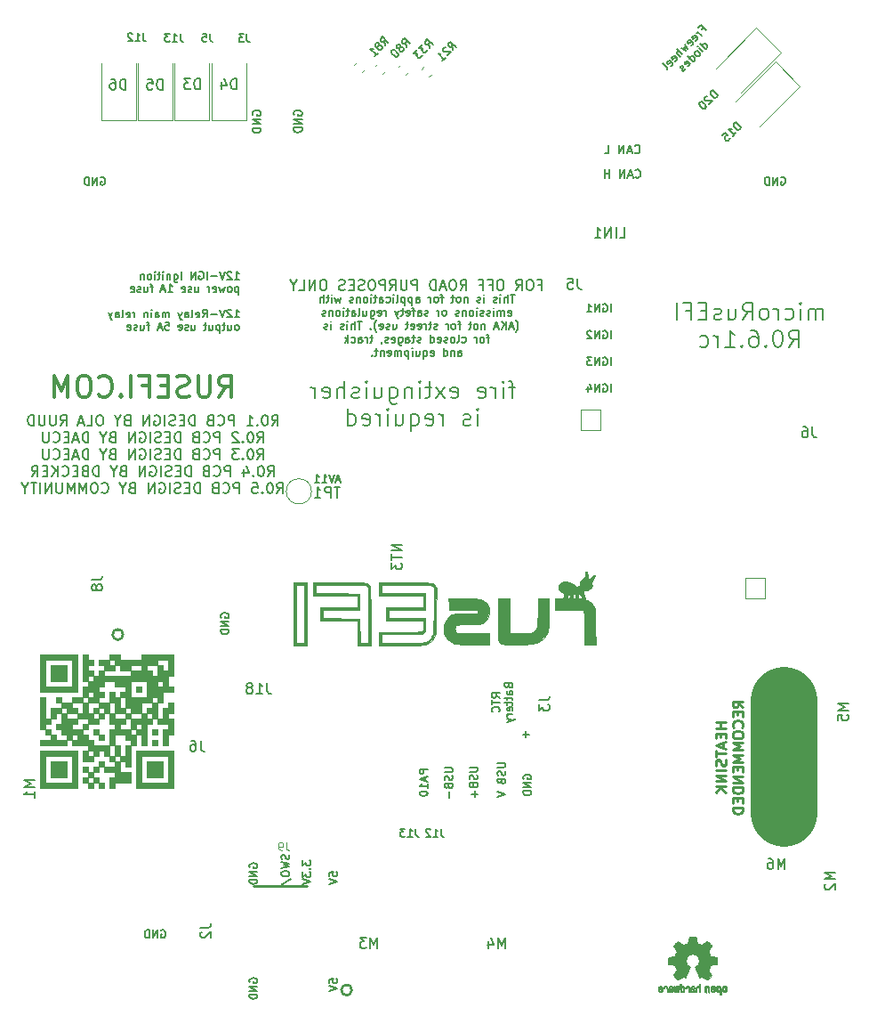
<source format=gbr>
%TF.GenerationSoftware,KiCad,Pcbnew,6.0.7-f9a2dced07~116~ubuntu20.04.1*%
%TF.CreationDate,2022-09-01T18:16:53+02:00*%
%TF.ProjectId,micro_rusEFI,6d696372-6f5f-4727-9573-4546492e6b69,R0.6.1rc*%
%TF.SameCoordinates,Original*%
%TF.FileFunction,Legend,Bot*%
%TF.FilePolarity,Positive*%
%FSLAX46Y46*%
G04 Gerber Fmt 4.6, Leading zero omitted, Abs format (unit mm)*
G04 Created by KiCad (PCBNEW 6.0.7-f9a2dced07~116~ubuntu20.04.1) date 2022-09-01 18:16:53*
%MOMM*%
%LPD*%
G01*
G04 APERTURE LIST*
%ADD10C,6.350000*%
%ADD11C,0.130000*%
%ADD12C,0.200000*%
%ADD13C,0.300000*%
%ADD14C,0.250000*%
%ADD15C,0.150000*%
%ADD16C,0.101600*%
%ADD17C,0.127000*%
%ADD18C,0.152400*%
%ADD19C,0.254000*%
%ADD20C,0.120000*%
%ADD21C,0.010000*%
G04 APERTURE END LIST*
D10*
X93980000Y-97790000D02*
X93980000Y-86995000D01*
D11*
X41744071Y-47024285D02*
X42172642Y-47024285D01*
X41958357Y-47024285D02*
X41958357Y-46274285D01*
X42029785Y-46381428D01*
X42101214Y-46452857D01*
X42172642Y-46488571D01*
X41458357Y-46345714D02*
X41422642Y-46310000D01*
X41351214Y-46274285D01*
X41172642Y-46274285D01*
X41101214Y-46310000D01*
X41065500Y-46345714D01*
X41029785Y-46417142D01*
X41029785Y-46488571D01*
X41065500Y-46595714D01*
X41494071Y-47024285D01*
X41029785Y-47024285D01*
X40815500Y-46274285D02*
X40565500Y-47024285D01*
X40315500Y-46274285D01*
X40065500Y-46738571D02*
X39494071Y-46738571D01*
X39136928Y-47024285D02*
X39136928Y-46274285D01*
X38386928Y-46310000D02*
X38458357Y-46274285D01*
X38565500Y-46274285D01*
X38672642Y-46310000D01*
X38744071Y-46381428D01*
X38779785Y-46452857D01*
X38815500Y-46595714D01*
X38815500Y-46702857D01*
X38779785Y-46845714D01*
X38744071Y-46917142D01*
X38672642Y-46988571D01*
X38565500Y-47024285D01*
X38494071Y-47024285D01*
X38386928Y-46988571D01*
X38351214Y-46952857D01*
X38351214Y-46702857D01*
X38494071Y-46702857D01*
X38029785Y-47024285D02*
X38029785Y-46274285D01*
X37601214Y-47024285D01*
X37601214Y-46274285D01*
X36672642Y-47024285D02*
X36672642Y-46274285D01*
X35994071Y-46524285D02*
X35994071Y-47131428D01*
X36029785Y-47202857D01*
X36065500Y-47238571D01*
X36136928Y-47274285D01*
X36244071Y-47274285D01*
X36315500Y-47238571D01*
X35994071Y-46988571D02*
X36065500Y-47024285D01*
X36208357Y-47024285D01*
X36279785Y-46988571D01*
X36315500Y-46952857D01*
X36351214Y-46881428D01*
X36351214Y-46667142D01*
X36315500Y-46595714D01*
X36279785Y-46560000D01*
X36208357Y-46524285D01*
X36065500Y-46524285D01*
X35994071Y-46560000D01*
X35636928Y-46524285D02*
X35636928Y-47024285D01*
X35636928Y-46595714D02*
X35601214Y-46560000D01*
X35529785Y-46524285D01*
X35422642Y-46524285D01*
X35351214Y-46560000D01*
X35315500Y-46631428D01*
X35315500Y-47024285D01*
X34958357Y-47024285D02*
X34958357Y-46524285D01*
X34958357Y-46274285D02*
X34994071Y-46310000D01*
X34958357Y-46345714D01*
X34922642Y-46310000D01*
X34958357Y-46274285D01*
X34958357Y-46345714D01*
X34708357Y-46524285D02*
X34422642Y-46524285D01*
X34601214Y-46274285D02*
X34601214Y-46917142D01*
X34565500Y-46988571D01*
X34494071Y-47024285D01*
X34422642Y-47024285D01*
X34172642Y-47024285D02*
X34172642Y-46524285D01*
X34172642Y-46274285D02*
X34208357Y-46310000D01*
X34172642Y-46345714D01*
X34136928Y-46310000D01*
X34172642Y-46274285D01*
X34172642Y-46345714D01*
X33708357Y-47024285D02*
X33779785Y-46988571D01*
X33815500Y-46952857D01*
X33851214Y-46881428D01*
X33851214Y-46667142D01*
X33815500Y-46595714D01*
X33779785Y-46560000D01*
X33708357Y-46524285D01*
X33601214Y-46524285D01*
X33529785Y-46560000D01*
X33494071Y-46595714D01*
X33458357Y-46667142D01*
X33458357Y-46881428D01*
X33494071Y-46952857D01*
X33529785Y-46988571D01*
X33601214Y-47024285D01*
X33708357Y-47024285D01*
X33136928Y-46524285D02*
X33136928Y-47024285D01*
X33136928Y-46595714D02*
X33101214Y-46560000D01*
X33029785Y-46524285D01*
X32922642Y-46524285D01*
X32851214Y-46560000D01*
X32815500Y-46631428D01*
X32815500Y-47024285D01*
X42136928Y-47731785D02*
X42136928Y-48481785D01*
X42136928Y-47767500D02*
X42065500Y-47731785D01*
X41922642Y-47731785D01*
X41851214Y-47767500D01*
X41815500Y-47803214D01*
X41779785Y-47874642D01*
X41779785Y-48088928D01*
X41815500Y-48160357D01*
X41851214Y-48196071D01*
X41922642Y-48231785D01*
X42065500Y-48231785D01*
X42136928Y-48196071D01*
X41351214Y-48231785D02*
X41422642Y-48196071D01*
X41458357Y-48160357D01*
X41494071Y-48088928D01*
X41494071Y-47874642D01*
X41458357Y-47803214D01*
X41422642Y-47767500D01*
X41351214Y-47731785D01*
X41244071Y-47731785D01*
X41172642Y-47767500D01*
X41136928Y-47803214D01*
X41101214Y-47874642D01*
X41101214Y-48088928D01*
X41136928Y-48160357D01*
X41172642Y-48196071D01*
X41244071Y-48231785D01*
X41351214Y-48231785D01*
X40851214Y-47731785D02*
X40708357Y-48231785D01*
X40565500Y-47874642D01*
X40422642Y-48231785D01*
X40279785Y-47731785D01*
X39708357Y-48196071D02*
X39779785Y-48231785D01*
X39922642Y-48231785D01*
X39994071Y-48196071D01*
X40029785Y-48124642D01*
X40029785Y-47838928D01*
X39994071Y-47767500D01*
X39922642Y-47731785D01*
X39779785Y-47731785D01*
X39708357Y-47767500D01*
X39672642Y-47838928D01*
X39672642Y-47910357D01*
X40029785Y-47981785D01*
X39351214Y-48231785D02*
X39351214Y-47731785D01*
X39351214Y-47874642D02*
X39315500Y-47803214D01*
X39279785Y-47767500D01*
X39208357Y-47731785D01*
X39136928Y-47731785D01*
X37994071Y-47731785D02*
X37994071Y-48231785D01*
X38315500Y-47731785D02*
X38315500Y-48124642D01*
X38279785Y-48196071D01*
X38208357Y-48231785D01*
X38101214Y-48231785D01*
X38029785Y-48196071D01*
X37994071Y-48160357D01*
X37672642Y-48196071D02*
X37601214Y-48231785D01*
X37458357Y-48231785D01*
X37386928Y-48196071D01*
X37351214Y-48124642D01*
X37351214Y-48088928D01*
X37386928Y-48017500D01*
X37458357Y-47981785D01*
X37565500Y-47981785D01*
X37636928Y-47946071D01*
X37672642Y-47874642D01*
X37672642Y-47838928D01*
X37636928Y-47767500D01*
X37565500Y-47731785D01*
X37458357Y-47731785D01*
X37386928Y-47767500D01*
X36744071Y-48196071D02*
X36815500Y-48231785D01*
X36958357Y-48231785D01*
X37029785Y-48196071D01*
X37065500Y-48124642D01*
X37065500Y-47838928D01*
X37029785Y-47767500D01*
X36958357Y-47731785D01*
X36815500Y-47731785D01*
X36744071Y-47767500D01*
X36708357Y-47838928D01*
X36708357Y-47910357D01*
X37065500Y-47981785D01*
X35422642Y-48231785D02*
X35851214Y-48231785D01*
X35636928Y-48231785D02*
X35636928Y-47481785D01*
X35708357Y-47588928D01*
X35779785Y-47660357D01*
X35851214Y-47696071D01*
X35136928Y-48017500D02*
X34779785Y-48017500D01*
X35208357Y-48231785D02*
X34958357Y-47481785D01*
X34708357Y-48231785D01*
X33994071Y-47731785D02*
X33708357Y-47731785D01*
X33886928Y-48231785D02*
X33886928Y-47588928D01*
X33851214Y-47517500D01*
X33779785Y-47481785D01*
X33708357Y-47481785D01*
X33136928Y-47731785D02*
X33136928Y-48231785D01*
X33458357Y-47731785D02*
X33458357Y-48124642D01*
X33422642Y-48196071D01*
X33351214Y-48231785D01*
X33244071Y-48231785D01*
X33172642Y-48196071D01*
X33136928Y-48160357D01*
X32815500Y-48196071D02*
X32744071Y-48231785D01*
X32601214Y-48231785D01*
X32529785Y-48196071D01*
X32494071Y-48124642D01*
X32494071Y-48088928D01*
X32529785Y-48017500D01*
X32601214Y-47981785D01*
X32708357Y-47981785D01*
X32779785Y-47946071D01*
X32815500Y-47874642D01*
X32815500Y-47838928D01*
X32779785Y-47767500D01*
X32708357Y-47731785D01*
X32601214Y-47731785D01*
X32529785Y-47767500D01*
X31886928Y-48196071D02*
X31958357Y-48231785D01*
X32101214Y-48231785D01*
X32172642Y-48196071D01*
X32208357Y-48124642D01*
X32208357Y-47838928D01*
X32172642Y-47767500D01*
X32101214Y-47731785D01*
X31958357Y-47731785D01*
X31886928Y-47767500D01*
X31851214Y-47838928D01*
X31851214Y-47910357D01*
X32208357Y-47981785D01*
X41744071Y-50646785D02*
X42172642Y-50646785D01*
X41958357Y-50646785D02*
X41958357Y-49896785D01*
X42029785Y-50003928D01*
X42101214Y-50075357D01*
X42172642Y-50111071D01*
X41458357Y-49968214D02*
X41422642Y-49932500D01*
X41351214Y-49896785D01*
X41172642Y-49896785D01*
X41101214Y-49932500D01*
X41065500Y-49968214D01*
X41029785Y-50039642D01*
X41029785Y-50111071D01*
X41065500Y-50218214D01*
X41494071Y-50646785D01*
X41029785Y-50646785D01*
X40815500Y-49896785D02*
X40565500Y-50646785D01*
X40315500Y-49896785D01*
X40065500Y-50361071D02*
X39494071Y-50361071D01*
X38708357Y-50646785D02*
X38958357Y-50289642D01*
X39136928Y-50646785D02*
X39136928Y-49896785D01*
X38851214Y-49896785D01*
X38779785Y-49932500D01*
X38744071Y-49968214D01*
X38708357Y-50039642D01*
X38708357Y-50146785D01*
X38744071Y-50218214D01*
X38779785Y-50253928D01*
X38851214Y-50289642D01*
X39136928Y-50289642D01*
X38101214Y-50611071D02*
X38172642Y-50646785D01*
X38315500Y-50646785D01*
X38386928Y-50611071D01*
X38422642Y-50539642D01*
X38422642Y-50253928D01*
X38386928Y-50182500D01*
X38315500Y-50146785D01*
X38172642Y-50146785D01*
X38101214Y-50182500D01*
X38065500Y-50253928D01*
X38065500Y-50325357D01*
X38422642Y-50396785D01*
X37636928Y-50646785D02*
X37708357Y-50611071D01*
X37744071Y-50539642D01*
X37744071Y-49896785D01*
X37029785Y-50646785D02*
X37029785Y-50253928D01*
X37065500Y-50182500D01*
X37136928Y-50146785D01*
X37279785Y-50146785D01*
X37351214Y-50182500D01*
X37029785Y-50611071D02*
X37101214Y-50646785D01*
X37279785Y-50646785D01*
X37351214Y-50611071D01*
X37386928Y-50539642D01*
X37386928Y-50468214D01*
X37351214Y-50396785D01*
X37279785Y-50361071D01*
X37101214Y-50361071D01*
X37029785Y-50325357D01*
X36744071Y-50146785D02*
X36565500Y-50646785D01*
X36386928Y-50146785D02*
X36565500Y-50646785D01*
X36636928Y-50825357D01*
X36672642Y-50861071D01*
X36744071Y-50896785D01*
X35529785Y-50646785D02*
X35529785Y-50146785D01*
X35529785Y-50218214D02*
X35494071Y-50182500D01*
X35422642Y-50146785D01*
X35315500Y-50146785D01*
X35244071Y-50182500D01*
X35208357Y-50253928D01*
X35208357Y-50646785D01*
X35208357Y-50253928D02*
X35172642Y-50182500D01*
X35101214Y-50146785D01*
X34994071Y-50146785D01*
X34922642Y-50182500D01*
X34886928Y-50253928D01*
X34886928Y-50646785D01*
X34208357Y-50646785D02*
X34208357Y-50253928D01*
X34244071Y-50182500D01*
X34315500Y-50146785D01*
X34458357Y-50146785D01*
X34529785Y-50182500D01*
X34208357Y-50611071D02*
X34279785Y-50646785D01*
X34458357Y-50646785D01*
X34529785Y-50611071D01*
X34565500Y-50539642D01*
X34565500Y-50468214D01*
X34529785Y-50396785D01*
X34458357Y-50361071D01*
X34279785Y-50361071D01*
X34208357Y-50325357D01*
X33851214Y-50646785D02*
X33851214Y-50146785D01*
X33851214Y-49896785D02*
X33886928Y-49932500D01*
X33851214Y-49968214D01*
X33815500Y-49932500D01*
X33851214Y-49896785D01*
X33851214Y-49968214D01*
X33494071Y-50146785D02*
X33494071Y-50646785D01*
X33494071Y-50218214D02*
X33458357Y-50182500D01*
X33386928Y-50146785D01*
X33279785Y-50146785D01*
X33208357Y-50182500D01*
X33172642Y-50253928D01*
X33172642Y-50646785D01*
X32244071Y-50646785D02*
X32244071Y-50146785D01*
X32244071Y-50289642D02*
X32208357Y-50218214D01*
X32172642Y-50182500D01*
X32101214Y-50146785D01*
X32029785Y-50146785D01*
X31494071Y-50611071D02*
X31565500Y-50646785D01*
X31708357Y-50646785D01*
X31779785Y-50611071D01*
X31815500Y-50539642D01*
X31815500Y-50253928D01*
X31779785Y-50182500D01*
X31708357Y-50146785D01*
X31565500Y-50146785D01*
X31494071Y-50182500D01*
X31458357Y-50253928D01*
X31458357Y-50325357D01*
X31815500Y-50396785D01*
X31029785Y-50646785D02*
X31101214Y-50611071D01*
X31136928Y-50539642D01*
X31136928Y-49896785D01*
X30422642Y-50646785D02*
X30422642Y-50253928D01*
X30458357Y-50182500D01*
X30529785Y-50146785D01*
X30672642Y-50146785D01*
X30744071Y-50182500D01*
X30422642Y-50611071D02*
X30494071Y-50646785D01*
X30672642Y-50646785D01*
X30744071Y-50611071D01*
X30779785Y-50539642D01*
X30779785Y-50468214D01*
X30744071Y-50396785D01*
X30672642Y-50361071D01*
X30494071Y-50361071D01*
X30422642Y-50325357D01*
X30136928Y-50146785D02*
X29958357Y-50646785D01*
X29779785Y-50146785D02*
X29958357Y-50646785D01*
X30029785Y-50825357D01*
X30065500Y-50861071D01*
X30136928Y-50896785D01*
X42029785Y-51854285D02*
X42101214Y-51818571D01*
X42136928Y-51782857D01*
X42172642Y-51711428D01*
X42172642Y-51497142D01*
X42136928Y-51425714D01*
X42101214Y-51390000D01*
X42029785Y-51354285D01*
X41922642Y-51354285D01*
X41851214Y-51390000D01*
X41815500Y-51425714D01*
X41779785Y-51497142D01*
X41779785Y-51711428D01*
X41815500Y-51782857D01*
X41851214Y-51818571D01*
X41922642Y-51854285D01*
X42029785Y-51854285D01*
X41136928Y-51354285D02*
X41136928Y-51854285D01*
X41458357Y-51354285D02*
X41458357Y-51747142D01*
X41422642Y-51818571D01*
X41351214Y-51854285D01*
X41244071Y-51854285D01*
X41172642Y-51818571D01*
X41136928Y-51782857D01*
X40886928Y-51354285D02*
X40601214Y-51354285D01*
X40779785Y-51104285D02*
X40779785Y-51747142D01*
X40744071Y-51818571D01*
X40672642Y-51854285D01*
X40601214Y-51854285D01*
X40351214Y-51354285D02*
X40351214Y-52104285D01*
X40351214Y-51390000D02*
X40279785Y-51354285D01*
X40136928Y-51354285D01*
X40065500Y-51390000D01*
X40029785Y-51425714D01*
X39994071Y-51497142D01*
X39994071Y-51711428D01*
X40029785Y-51782857D01*
X40065500Y-51818571D01*
X40136928Y-51854285D01*
X40279785Y-51854285D01*
X40351214Y-51818571D01*
X39351214Y-51354285D02*
X39351214Y-51854285D01*
X39672642Y-51354285D02*
X39672642Y-51747142D01*
X39636928Y-51818571D01*
X39565500Y-51854285D01*
X39458357Y-51854285D01*
X39386928Y-51818571D01*
X39351214Y-51782857D01*
X39101214Y-51354285D02*
X38815500Y-51354285D01*
X38994071Y-51104285D02*
X38994071Y-51747142D01*
X38958357Y-51818571D01*
X38886928Y-51854285D01*
X38815500Y-51854285D01*
X37672642Y-51354285D02*
X37672642Y-51854285D01*
X37994071Y-51354285D02*
X37994071Y-51747142D01*
X37958357Y-51818571D01*
X37886928Y-51854285D01*
X37779785Y-51854285D01*
X37708357Y-51818571D01*
X37672642Y-51782857D01*
X37351214Y-51818571D02*
X37279785Y-51854285D01*
X37136928Y-51854285D01*
X37065500Y-51818571D01*
X37029785Y-51747142D01*
X37029785Y-51711428D01*
X37065500Y-51640000D01*
X37136928Y-51604285D01*
X37244071Y-51604285D01*
X37315500Y-51568571D01*
X37351214Y-51497142D01*
X37351214Y-51461428D01*
X37315500Y-51390000D01*
X37244071Y-51354285D01*
X37136928Y-51354285D01*
X37065500Y-51390000D01*
X36422642Y-51818571D02*
X36494071Y-51854285D01*
X36636928Y-51854285D01*
X36708357Y-51818571D01*
X36744071Y-51747142D01*
X36744071Y-51461428D01*
X36708357Y-51390000D01*
X36636928Y-51354285D01*
X36494071Y-51354285D01*
X36422642Y-51390000D01*
X36386928Y-51461428D01*
X36386928Y-51532857D01*
X36744071Y-51604285D01*
X35136928Y-51104285D02*
X35494071Y-51104285D01*
X35529785Y-51461428D01*
X35494071Y-51425714D01*
X35422642Y-51390000D01*
X35244071Y-51390000D01*
X35172642Y-51425714D01*
X35136928Y-51461428D01*
X35101214Y-51532857D01*
X35101214Y-51711428D01*
X35136928Y-51782857D01*
X35172642Y-51818571D01*
X35244071Y-51854285D01*
X35422642Y-51854285D01*
X35494071Y-51818571D01*
X35529785Y-51782857D01*
X34815500Y-51640000D02*
X34458357Y-51640000D01*
X34886928Y-51854285D02*
X34636928Y-51104285D01*
X34386928Y-51854285D01*
X33672642Y-51354285D02*
X33386928Y-51354285D01*
X33565500Y-51854285D02*
X33565500Y-51211428D01*
X33529785Y-51140000D01*
X33458357Y-51104285D01*
X33386928Y-51104285D01*
X32815500Y-51354285D02*
X32815500Y-51854285D01*
X33136928Y-51354285D02*
X33136928Y-51747142D01*
X33101214Y-51818571D01*
X33029785Y-51854285D01*
X32922642Y-51854285D01*
X32851214Y-51818571D01*
X32815500Y-51782857D01*
X32494071Y-51818571D02*
X32422642Y-51854285D01*
X32279785Y-51854285D01*
X32208357Y-51818571D01*
X32172642Y-51747142D01*
X32172642Y-51711428D01*
X32208357Y-51640000D01*
X32279785Y-51604285D01*
X32386928Y-51604285D01*
X32458357Y-51568571D01*
X32494071Y-51497142D01*
X32494071Y-51461428D01*
X32458357Y-51390000D01*
X32386928Y-51354285D01*
X32279785Y-51354285D01*
X32208357Y-51390000D01*
X31565500Y-51818571D02*
X31636928Y-51854285D01*
X31779785Y-51854285D01*
X31851214Y-51818571D01*
X31886928Y-51747142D01*
X31886928Y-51461428D01*
X31851214Y-51390000D01*
X31779785Y-51354285D01*
X31636928Y-51354285D01*
X31565500Y-51390000D01*
X31529785Y-51461428D01*
X31529785Y-51532857D01*
X31886928Y-51604285D01*
D12*
X45309523Y-60932380D02*
X45642857Y-60456190D01*
X45880952Y-60932380D02*
X45880952Y-59932380D01*
X45500000Y-59932380D01*
X45404761Y-59980000D01*
X45357142Y-60027619D01*
X45309523Y-60122857D01*
X45309523Y-60265714D01*
X45357142Y-60360952D01*
X45404761Y-60408571D01*
X45500000Y-60456190D01*
X45880952Y-60456190D01*
X44690476Y-59932380D02*
X44595238Y-59932380D01*
X44500000Y-59980000D01*
X44452380Y-60027619D01*
X44404761Y-60122857D01*
X44357142Y-60313333D01*
X44357142Y-60551428D01*
X44404761Y-60741904D01*
X44452380Y-60837142D01*
X44500000Y-60884761D01*
X44595238Y-60932380D01*
X44690476Y-60932380D01*
X44785714Y-60884761D01*
X44833333Y-60837142D01*
X44880952Y-60741904D01*
X44928571Y-60551428D01*
X44928571Y-60313333D01*
X44880952Y-60122857D01*
X44833333Y-60027619D01*
X44785714Y-59980000D01*
X44690476Y-59932380D01*
X43928571Y-60837142D02*
X43880952Y-60884761D01*
X43928571Y-60932380D01*
X43976190Y-60884761D01*
X43928571Y-60837142D01*
X43928571Y-60932380D01*
X42928571Y-60932380D02*
X43500000Y-60932380D01*
X43214285Y-60932380D02*
X43214285Y-59932380D01*
X43309523Y-60075238D01*
X43404761Y-60170476D01*
X43500000Y-60218095D01*
X41738095Y-60932380D02*
X41738095Y-59932380D01*
X41357142Y-59932380D01*
X41261904Y-59980000D01*
X41214285Y-60027619D01*
X41166666Y-60122857D01*
X41166666Y-60265714D01*
X41214285Y-60360952D01*
X41261904Y-60408571D01*
X41357142Y-60456190D01*
X41738095Y-60456190D01*
X40166666Y-60837142D02*
X40214285Y-60884761D01*
X40357142Y-60932380D01*
X40452380Y-60932380D01*
X40595238Y-60884761D01*
X40690476Y-60789523D01*
X40738095Y-60694285D01*
X40785714Y-60503809D01*
X40785714Y-60360952D01*
X40738095Y-60170476D01*
X40690476Y-60075238D01*
X40595238Y-59980000D01*
X40452380Y-59932380D01*
X40357142Y-59932380D01*
X40214285Y-59980000D01*
X40166666Y-60027619D01*
X39404761Y-60408571D02*
X39261904Y-60456190D01*
X39214285Y-60503809D01*
X39166666Y-60599047D01*
X39166666Y-60741904D01*
X39214285Y-60837142D01*
X39261904Y-60884761D01*
X39357142Y-60932380D01*
X39738095Y-60932380D01*
X39738095Y-59932380D01*
X39404761Y-59932380D01*
X39309523Y-59980000D01*
X39261904Y-60027619D01*
X39214285Y-60122857D01*
X39214285Y-60218095D01*
X39261904Y-60313333D01*
X39309523Y-60360952D01*
X39404761Y-60408571D01*
X39738095Y-60408571D01*
X37976190Y-60932380D02*
X37976190Y-59932380D01*
X37738095Y-59932380D01*
X37595238Y-59980000D01*
X37500000Y-60075238D01*
X37452380Y-60170476D01*
X37404761Y-60360952D01*
X37404761Y-60503809D01*
X37452380Y-60694285D01*
X37500000Y-60789523D01*
X37595238Y-60884761D01*
X37738095Y-60932380D01*
X37976190Y-60932380D01*
X36976190Y-60408571D02*
X36642857Y-60408571D01*
X36500000Y-60932380D02*
X36976190Y-60932380D01*
X36976190Y-59932380D01*
X36500000Y-59932380D01*
X36119047Y-60884761D02*
X35976190Y-60932380D01*
X35738095Y-60932380D01*
X35642857Y-60884761D01*
X35595238Y-60837142D01*
X35547619Y-60741904D01*
X35547619Y-60646666D01*
X35595238Y-60551428D01*
X35642857Y-60503809D01*
X35738095Y-60456190D01*
X35928571Y-60408571D01*
X36023809Y-60360952D01*
X36071428Y-60313333D01*
X36119047Y-60218095D01*
X36119047Y-60122857D01*
X36071428Y-60027619D01*
X36023809Y-59980000D01*
X35928571Y-59932380D01*
X35690476Y-59932380D01*
X35547619Y-59980000D01*
X35119047Y-60932380D02*
X35119047Y-59932380D01*
X34119047Y-59980000D02*
X34214285Y-59932380D01*
X34357142Y-59932380D01*
X34500000Y-59980000D01*
X34595238Y-60075238D01*
X34642857Y-60170476D01*
X34690476Y-60360952D01*
X34690476Y-60503809D01*
X34642857Y-60694285D01*
X34595238Y-60789523D01*
X34500000Y-60884761D01*
X34357142Y-60932380D01*
X34261904Y-60932380D01*
X34119047Y-60884761D01*
X34071428Y-60837142D01*
X34071428Y-60503809D01*
X34261904Y-60503809D01*
X33642857Y-60932380D02*
X33642857Y-59932380D01*
X33071428Y-60932380D01*
X33071428Y-59932380D01*
X31500000Y-60408571D02*
X31357142Y-60456190D01*
X31309523Y-60503809D01*
X31261904Y-60599047D01*
X31261904Y-60741904D01*
X31309523Y-60837142D01*
X31357142Y-60884761D01*
X31452380Y-60932380D01*
X31833333Y-60932380D01*
X31833333Y-59932380D01*
X31500000Y-59932380D01*
X31404761Y-59980000D01*
X31357142Y-60027619D01*
X31309523Y-60122857D01*
X31309523Y-60218095D01*
X31357142Y-60313333D01*
X31404761Y-60360952D01*
X31500000Y-60408571D01*
X31833333Y-60408571D01*
X30642857Y-60456190D02*
X30642857Y-60932380D01*
X30976190Y-59932380D02*
X30642857Y-60456190D01*
X30309523Y-59932380D01*
X29023809Y-59932380D02*
X28833333Y-59932380D01*
X28738095Y-59980000D01*
X28642857Y-60075238D01*
X28595238Y-60265714D01*
X28595238Y-60599047D01*
X28642857Y-60789523D01*
X28738095Y-60884761D01*
X28833333Y-60932380D01*
X29023809Y-60932380D01*
X29119047Y-60884761D01*
X29214285Y-60789523D01*
X29261904Y-60599047D01*
X29261904Y-60265714D01*
X29214285Y-60075238D01*
X29119047Y-59980000D01*
X29023809Y-59932380D01*
X27690476Y-60932380D02*
X28166666Y-60932380D01*
X28166666Y-59932380D01*
X27404761Y-60646666D02*
X26928571Y-60646666D01*
X27500000Y-60932380D02*
X27166666Y-59932380D01*
X26833333Y-60932380D01*
X25166666Y-60932380D02*
X25500000Y-60456190D01*
X25738095Y-60932380D02*
X25738095Y-59932380D01*
X25357142Y-59932380D01*
X25261904Y-59980000D01*
X25214285Y-60027619D01*
X25166666Y-60122857D01*
X25166666Y-60265714D01*
X25214285Y-60360952D01*
X25261904Y-60408571D01*
X25357142Y-60456190D01*
X25738095Y-60456190D01*
X24738095Y-59932380D02*
X24738095Y-60741904D01*
X24690476Y-60837142D01*
X24642857Y-60884761D01*
X24547619Y-60932380D01*
X24357142Y-60932380D01*
X24261904Y-60884761D01*
X24214285Y-60837142D01*
X24166666Y-60741904D01*
X24166666Y-59932380D01*
X23690476Y-59932380D02*
X23690476Y-60741904D01*
X23642857Y-60837142D01*
X23595238Y-60884761D01*
X23500000Y-60932380D01*
X23309523Y-60932380D01*
X23214285Y-60884761D01*
X23166666Y-60837142D01*
X23119047Y-60741904D01*
X23119047Y-59932380D01*
X22642857Y-60932380D02*
X22642857Y-59932380D01*
X22404761Y-59932380D01*
X22261904Y-59980000D01*
X22166666Y-60075238D01*
X22119047Y-60170476D01*
X22071428Y-60360952D01*
X22071428Y-60503809D01*
X22119047Y-60694285D01*
X22166666Y-60789523D01*
X22261904Y-60884761D01*
X22404761Y-60932380D01*
X22642857Y-60932380D01*
X43928571Y-62542380D02*
X44261904Y-62066190D01*
X44500000Y-62542380D02*
X44500000Y-61542380D01*
X44119047Y-61542380D01*
X44023809Y-61590000D01*
X43976190Y-61637619D01*
X43928571Y-61732857D01*
X43928571Y-61875714D01*
X43976190Y-61970952D01*
X44023809Y-62018571D01*
X44119047Y-62066190D01*
X44500000Y-62066190D01*
X43309523Y-61542380D02*
X43214285Y-61542380D01*
X43119047Y-61590000D01*
X43071428Y-61637619D01*
X43023809Y-61732857D01*
X42976190Y-61923333D01*
X42976190Y-62161428D01*
X43023809Y-62351904D01*
X43071428Y-62447142D01*
X43119047Y-62494761D01*
X43214285Y-62542380D01*
X43309523Y-62542380D01*
X43404761Y-62494761D01*
X43452380Y-62447142D01*
X43500000Y-62351904D01*
X43547619Y-62161428D01*
X43547619Y-61923333D01*
X43500000Y-61732857D01*
X43452380Y-61637619D01*
X43404761Y-61590000D01*
X43309523Y-61542380D01*
X42547619Y-62447142D02*
X42500000Y-62494761D01*
X42547619Y-62542380D01*
X42595238Y-62494761D01*
X42547619Y-62447142D01*
X42547619Y-62542380D01*
X42119047Y-61637619D02*
X42071428Y-61590000D01*
X41976190Y-61542380D01*
X41738095Y-61542380D01*
X41642857Y-61590000D01*
X41595238Y-61637619D01*
X41547619Y-61732857D01*
X41547619Y-61828095D01*
X41595238Y-61970952D01*
X42166666Y-62542380D01*
X41547619Y-62542380D01*
X40357142Y-62542380D02*
X40357142Y-61542380D01*
X39976190Y-61542380D01*
X39880952Y-61590000D01*
X39833333Y-61637619D01*
X39785714Y-61732857D01*
X39785714Y-61875714D01*
X39833333Y-61970952D01*
X39880952Y-62018571D01*
X39976190Y-62066190D01*
X40357142Y-62066190D01*
X38785714Y-62447142D02*
X38833333Y-62494761D01*
X38976190Y-62542380D01*
X39071428Y-62542380D01*
X39214285Y-62494761D01*
X39309523Y-62399523D01*
X39357142Y-62304285D01*
X39404761Y-62113809D01*
X39404761Y-61970952D01*
X39357142Y-61780476D01*
X39309523Y-61685238D01*
X39214285Y-61590000D01*
X39071428Y-61542380D01*
X38976190Y-61542380D01*
X38833333Y-61590000D01*
X38785714Y-61637619D01*
X38023809Y-62018571D02*
X37880952Y-62066190D01*
X37833333Y-62113809D01*
X37785714Y-62209047D01*
X37785714Y-62351904D01*
X37833333Y-62447142D01*
X37880952Y-62494761D01*
X37976190Y-62542380D01*
X38357142Y-62542380D01*
X38357142Y-61542380D01*
X38023809Y-61542380D01*
X37928571Y-61590000D01*
X37880952Y-61637619D01*
X37833333Y-61732857D01*
X37833333Y-61828095D01*
X37880952Y-61923333D01*
X37928571Y-61970952D01*
X38023809Y-62018571D01*
X38357142Y-62018571D01*
X36595238Y-62542380D02*
X36595238Y-61542380D01*
X36357142Y-61542380D01*
X36214285Y-61590000D01*
X36119047Y-61685238D01*
X36071428Y-61780476D01*
X36023809Y-61970952D01*
X36023809Y-62113809D01*
X36071428Y-62304285D01*
X36119047Y-62399523D01*
X36214285Y-62494761D01*
X36357142Y-62542380D01*
X36595238Y-62542380D01*
X35595238Y-62018571D02*
X35261904Y-62018571D01*
X35119047Y-62542380D02*
X35595238Y-62542380D01*
X35595238Y-61542380D01*
X35119047Y-61542380D01*
X34738095Y-62494761D02*
X34595238Y-62542380D01*
X34357142Y-62542380D01*
X34261904Y-62494761D01*
X34214285Y-62447142D01*
X34166666Y-62351904D01*
X34166666Y-62256666D01*
X34214285Y-62161428D01*
X34261904Y-62113809D01*
X34357142Y-62066190D01*
X34547619Y-62018571D01*
X34642857Y-61970952D01*
X34690476Y-61923333D01*
X34738095Y-61828095D01*
X34738095Y-61732857D01*
X34690476Y-61637619D01*
X34642857Y-61590000D01*
X34547619Y-61542380D01*
X34309523Y-61542380D01*
X34166666Y-61590000D01*
X33738095Y-62542380D02*
X33738095Y-61542380D01*
X32738095Y-61590000D02*
X32833333Y-61542380D01*
X32976190Y-61542380D01*
X33119047Y-61590000D01*
X33214285Y-61685238D01*
X33261904Y-61780476D01*
X33309523Y-61970952D01*
X33309523Y-62113809D01*
X33261904Y-62304285D01*
X33214285Y-62399523D01*
X33119047Y-62494761D01*
X32976190Y-62542380D01*
X32880952Y-62542380D01*
X32738095Y-62494761D01*
X32690476Y-62447142D01*
X32690476Y-62113809D01*
X32880952Y-62113809D01*
X32261904Y-62542380D02*
X32261904Y-61542380D01*
X31690476Y-62542380D01*
X31690476Y-61542380D01*
X30119047Y-62018571D02*
X29976190Y-62066190D01*
X29928571Y-62113809D01*
X29880952Y-62209047D01*
X29880952Y-62351904D01*
X29928571Y-62447142D01*
X29976190Y-62494761D01*
X30071428Y-62542380D01*
X30452380Y-62542380D01*
X30452380Y-61542380D01*
X30119047Y-61542380D01*
X30023809Y-61590000D01*
X29976190Y-61637619D01*
X29928571Y-61732857D01*
X29928571Y-61828095D01*
X29976190Y-61923333D01*
X30023809Y-61970952D01*
X30119047Y-62018571D01*
X30452380Y-62018571D01*
X29261904Y-62066190D02*
X29261904Y-62542380D01*
X29595238Y-61542380D02*
X29261904Y-62066190D01*
X28928571Y-61542380D01*
X27833333Y-62542380D02*
X27833333Y-61542380D01*
X27595238Y-61542380D01*
X27452380Y-61590000D01*
X27357142Y-61685238D01*
X27309523Y-61780476D01*
X27261904Y-61970952D01*
X27261904Y-62113809D01*
X27309523Y-62304285D01*
X27357142Y-62399523D01*
X27452380Y-62494761D01*
X27595238Y-62542380D01*
X27833333Y-62542380D01*
X26880952Y-62256666D02*
X26404761Y-62256666D01*
X26976190Y-62542380D02*
X26642857Y-61542380D01*
X26309523Y-62542380D01*
X25976190Y-62018571D02*
X25642857Y-62018571D01*
X25500000Y-62542380D02*
X25976190Y-62542380D01*
X25976190Y-61542380D01*
X25500000Y-61542380D01*
X24500000Y-62447142D02*
X24547619Y-62494761D01*
X24690476Y-62542380D01*
X24785714Y-62542380D01*
X24928571Y-62494761D01*
X25023809Y-62399523D01*
X25071428Y-62304285D01*
X25119047Y-62113809D01*
X25119047Y-61970952D01*
X25071428Y-61780476D01*
X25023809Y-61685238D01*
X24928571Y-61590000D01*
X24785714Y-61542380D01*
X24690476Y-61542380D01*
X24547619Y-61590000D01*
X24500000Y-61637619D01*
X24071428Y-61542380D02*
X24071428Y-62351904D01*
X24023809Y-62447142D01*
X23976190Y-62494761D01*
X23880952Y-62542380D01*
X23690476Y-62542380D01*
X23595238Y-62494761D01*
X23547619Y-62447142D01*
X23500000Y-62351904D01*
X23500000Y-61542380D01*
X43928571Y-64152380D02*
X44261904Y-63676190D01*
X44500000Y-64152380D02*
X44500000Y-63152380D01*
X44119047Y-63152380D01*
X44023809Y-63200000D01*
X43976190Y-63247619D01*
X43928571Y-63342857D01*
X43928571Y-63485714D01*
X43976190Y-63580952D01*
X44023809Y-63628571D01*
X44119047Y-63676190D01*
X44500000Y-63676190D01*
X43309523Y-63152380D02*
X43214285Y-63152380D01*
X43119047Y-63200000D01*
X43071428Y-63247619D01*
X43023809Y-63342857D01*
X42976190Y-63533333D01*
X42976190Y-63771428D01*
X43023809Y-63961904D01*
X43071428Y-64057142D01*
X43119047Y-64104761D01*
X43214285Y-64152380D01*
X43309523Y-64152380D01*
X43404761Y-64104761D01*
X43452380Y-64057142D01*
X43500000Y-63961904D01*
X43547619Y-63771428D01*
X43547619Y-63533333D01*
X43500000Y-63342857D01*
X43452380Y-63247619D01*
X43404761Y-63200000D01*
X43309523Y-63152380D01*
X42547619Y-64057142D02*
X42500000Y-64104761D01*
X42547619Y-64152380D01*
X42595238Y-64104761D01*
X42547619Y-64057142D01*
X42547619Y-64152380D01*
X42166666Y-63152380D02*
X41547619Y-63152380D01*
X41880952Y-63533333D01*
X41738095Y-63533333D01*
X41642857Y-63580952D01*
X41595238Y-63628571D01*
X41547619Y-63723809D01*
X41547619Y-63961904D01*
X41595238Y-64057142D01*
X41642857Y-64104761D01*
X41738095Y-64152380D01*
X42023809Y-64152380D01*
X42119047Y-64104761D01*
X42166666Y-64057142D01*
X40357142Y-64152380D02*
X40357142Y-63152380D01*
X39976190Y-63152380D01*
X39880952Y-63200000D01*
X39833333Y-63247619D01*
X39785714Y-63342857D01*
X39785714Y-63485714D01*
X39833333Y-63580952D01*
X39880952Y-63628571D01*
X39976190Y-63676190D01*
X40357142Y-63676190D01*
X38785714Y-64057142D02*
X38833333Y-64104761D01*
X38976190Y-64152380D01*
X39071428Y-64152380D01*
X39214285Y-64104761D01*
X39309523Y-64009523D01*
X39357142Y-63914285D01*
X39404761Y-63723809D01*
X39404761Y-63580952D01*
X39357142Y-63390476D01*
X39309523Y-63295238D01*
X39214285Y-63200000D01*
X39071428Y-63152380D01*
X38976190Y-63152380D01*
X38833333Y-63200000D01*
X38785714Y-63247619D01*
X38023809Y-63628571D02*
X37880952Y-63676190D01*
X37833333Y-63723809D01*
X37785714Y-63819047D01*
X37785714Y-63961904D01*
X37833333Y-64057142D01*
X37880952Y-64104761D01*
X37976190Y-64152380D01*
X38357142Y-64152380D01*
X38357142Y-63152380D01*
X38023809Y-63152380D01*
X37928571Y-63200000D01*
X37880952Y-63247619D01*
X37833333Y-63342857D01*
X37833333Y-63438095D01*
X37880952Y-63533333D01*
X37928571Y-63580952D01*
X38023809Y-63628571D01*
X38357142Y-63628571D01*
X36595238Y-64152380D02*
X36595238Y-63152380D01*
X36357142Y-63152380D01*
X36214285Y-63200000D01*
X36119047Y-63295238D01*
X36071428Y-63390476D01*
X36023809Y-63580952D01*
X36023809Y-63723809D01*
X36071428Y-63914285D01*
X36119047Y-64009523D01*
X36214285Y-64104761D01*
X36357142Y-64152380D01*
X36595238Y-64152380D01*
X35595238Y-63628571D02*
X35261904Y-63628571D01*
X35119047Y-64152380D02*
X35595238Y-64152380D01*
X35595238Y-63152380D01*
X35119047Y-63152380D01*
X34738095Y-64104761D02*
X34595238Y-64152380D01*
X34357142Y-64152380D01*
X34261904Y-64104761D01*
X34214285Y-64057142D01*
X34166666Y-63961904D01*
X34166666Y-63866666D01*
X34214285Y-63771428D01*
X34261904Y-63723809D01*
X34357142Y-63676190D01*
X34547619Y-63628571D01*
X34642857Y-63580952D01*
X34690476Y-63533333D01*
X34738095Y-63438095D01*
X34738095Y-63342857D01*
X34690476Y-63247619D01*
X34642857Y-63200000D01*
X34547619Y-63152380D01*
X34309523Y-63152380D01*
X34166666Y-63200000D01*
X33738095Y-64152380D02*
X33738095Y-63152380D01*
X32738095Y-63200000D02*
X32833333Y-63152380D01*
X32976190Y-63152380D01*
X33119047Y-63200000D01*
X33214285Y-63295238D01*
X33261904Y-63390476D01*
X33309523Y-63580952D01*
X33309523Y-63723809D01*
X33261904Y-63914285D01*
X33214285Y-64009523D01*
X33119047Y-64104761D01*
X32976190Y-64152380D01*
X32880952Y-64152380D01*
X32738095Y-64104761D01*
X32690476Y-64057142D01*
X32690476Y-63723809D01*
X32880952Y-63723809D01*
X32261904Y-64152380D02*
X32261904Y-63152380D01*
X31690476Y-64152380D01*
X31690476Y-63152380D01*
X30119047Y-63628571D02*
X29976190Y-63676190D01*
X29928571Y-63723809D01*
X29880952Y-63819047D01*
X29880952Y-63961904D01*
X29928571Y-64057142D01*
X29976190Y-64104761D01*
X30071428Y-64152380D01*
X30452380Y-64152380D01*
X30452380Y-63152380D01*
X30119047Y-63152380D01*
X30023809Y-63200000D01*
X29976190Y-63247619D01*
X29928571Y-63342857D01*
X29928571Y-63438095D01*
X29976190Y-63533333D01*
X30023809Y-63580952D01*
X30119047Y-63628571D01*
X30452380Y-63628571D01*
X29261904Y-63676190D02*
X29261904Y-64152380D01*
X29595238Y-63152380D02*
X29261904Y-63676190D01*
X28928571Y-63152380D01*
X27833333Y-64152380D02*
X27833333Y-63152380D01*
X27595238Y-63152380D01*
X27452380Y-63200000D01*
X27357142Y-63295238D01*
X27309523Y-63390476D01*
X27261904Y-63580952D01*
X27261904Y-63723809D01*
X27309523Y-63914285D01*
X27357142Y-64009523D01*
X27452380Y-64104761D01*
X27595238Y-64152380D01*
X27833333Y-64152380D01*
X26880952Y-63866666D02*
X26404761Y-63866666D01*
X26976190Y-64152380D02*
X26642857Y-63152380D01*
X26309523Y-64152380D01*
X25976190Y-63628571D02*
X25642857Y-63628571D01*
X25500000Y-64152380D02*
X25976190Y-64152380D01*
X25976190Y-63152380D01*
X25500000Y-63152380D01*
X24500000Y-64057142D02*
X24547619Y-64104761D01*
X24690476Y-64152380D01*
X24785714Y-64152380D01*
X24928571Y-64104761D01*
X25023809Y-64009523D01*
X25071428Y-63914285D01*
X25119047Y-63723809D01*
X25119047Y-63580952D01*
X25071428Y-63390476D01*
X25023809Y-63295238D01*
X24928571Y-63200000D01*
X24785714Y-63152380D01*
X24690476Y-63152380D01*
X24547619Y-63200000D01*
X24500000Y-63247619D01*
X24071428Y-63152380D02*
X24071428Y-63961904D01*
X24023809Y-64057142D01*
X23976190Y-64104761D01*
X23880952Y-64152380D01*
X23690476Y-64152380D01*
X23595238Y-64104761D01*
X23547619Y-64057142D01*
X23500000Y-63961904D01*
X23500000Y-63152380D01*
X44928571Y-65762380D02*
X45261904Y-65286190D01*
X45500000Y-65762380D02*
X45500000Y-64762380D01*
X45119047Y-64762380D01*
X45023809Y-64810000D01*
X44976190Y-64857619D01*
X44928571Y-64952857D01*
X44928571Y-65095714D01*
X44976190Y-65190952D01*
X45023809Y-65238571D01*
X45119047Y-65286190D01*
X45500000Y-65286190D01*
X44309523Y-64762380D02*
X44214285Y-64762380D01*
X44119047Y-64810000D01*
X44071428Y-64857619D01*
X44023809Y-64952857D01*
X43976190Y-65143333D01*
X43976190Y-65381428D01*
X44023809Y-65571904D01*
X44071428Y-65667142D01*
X44119047Y-65714761D01*
X44214285Y-65762380D01*
X44309523Y-65762380D01*
X44404761Y-65714761D01*
X44452380Y-65667142D01*
X44500000Y-65571904D01*
X44547619Y-65381428D01*
X44547619Y-65143333D01*
X44500000Y-64952857D01*
X44452380Y-64857619D01*
X44404761Y-64810000D01*
X44309523Y-64762380D01*
X43547619Y-65667142D02*
X43500000Y-65714761D01*
X43547619Y-65762380D01*
X43595238Y-65714761D01*
X43547619Y-65667142D01*
X43547619Y-65762380D01*
X42642857Y-65095714D02*
X42642857Y-65762380D01*
X42880952Y-64714761D02*
X43119047Y-65429047D01*
X42500000Y-65429047D01*
X41357142Y-65762380D02*
X41357142Y-64762380D01*
X40976190Y-64762380D01*
X40880952Y-64810000D01*
X40833333Y-64857619D01*
X40785714Y-64952857D01*
X40785714Y-65095714D01*
X40833333Y-65190952D01*
X40880952Y-65238571D01*
X40976190Y-65286190D01*
X41357142Y-65286190D01*
X39785714Y-65667142D02*
X39833333Y-65714761D01*
X39976190Y-65762380D01*
X40071428Y-65762380D01*
X40214285Y-65714761D01*
X40309523Y-65619523D01*
X40357142Y-65524285D01*
X40404761Y-65333809D01*
X40404761Y-65190952D01*
X40357142Y-65000476D01*
X40309523Y-64905238D01*
X40214285Y-64810000D01*
X40071428Y-64762380D01*
X39976190Y-64762380D01*
X39833333Y-64810000D01*
X39785714Y-64857619D01*
X39023809Y-65238571D02*
X38880952Y-65286190D01*
X38833333Y-65333809D01*
X38785714Y-65429047D01*
X38785714Y-65571904D01*
X38833333Y-65667142D01*
X38880952Y-65714761D01*
X38976190Y-65762380D01*
X39357142Y-65762380D01*
X39357142Y-64762380D01*
X39023809Y-64762380D01*
X38928571Y-64810000D01*
X38880952Y-64857619D01*
X38833333Y-64952857D01*
X38833333Y-65048095D01*
X38880952Y-65143333D01*
X38928571Y-65190952D01*
X39023809Y-65238571D01*
X39357142Y-65238571D01*
X37595238Y-65762380D02*
X37595238Y-64762380D01*
X37357142Y-64762380D01*
X37214285Y-64810000D01*
X37119047Y-64905238D01*
X37071428Y-65000476D01*
X37023809Y-65190952D01*
X37023809Y-65333809D01*
X37071428Y-65524285D01*
X37119047Y-65619523D01*
X37214285Y-65714761D01*
X37357142Y-65762380D01*
X37595238Y-65762380D01*
X36595238Y-65238571D02*
X36261904Y-65238571D01*
X36119047Y-65762380D02*
X36595238Y-65762380D01*
X36595238Y-64762380D01*
X36119047Y-64762380D01*
X35738095Y-65714761D02*
X35595238Y-65762380D01*
X35357142Y-65762380D01*
X35261904Y-65714761D01*
X35214285Y-65667142D01*
X35166666Y-65571904D01*
X35166666Y-65476666D01*
X35214285Y-65381428D01*
X35261904Y-65333809D01*
X35357142Y-65286190D01*
X35547619Y-65238571D01*
X35642857Y-65190952D01*
X35690476Y-65143333D01*
X35738095Y-65048095D01*
X35738095Y-64952857D01*
X35690476Y-64857619D01*
X35642857Y-64810000D01*
X35547619Y-64762380D01*
X35309523Y-64762380D01*
X35166666Y-64810000D01*
X34738095Y-65762380D02*
X34738095Y-64762380D01*
X33738095Y-64810000D02*
X33833333Y-64762380D01*
X33976190Y-64762380D01*
X34119047Y-64810000D01*
X34214285Y-64905238D01*
X34261904Y-65000476D01*
X34309523Y-65190952D01*
X34309523Y-65333809D01*
X34261904Y-65524285D01*
X34214285Y-65619523D01*
X34119047Y-65714761D01*
X33976190Y-65762380D01*
X33880952Y-65762380D01*
X33738095Y-65714761D01*
X33690476Y-65667142D01*
X33690476Y-65333809D01*
X33880952Y-65333809D01*
X33261904Y-65762380D02*
X33261904Y-64762380D01*
X32690476Y-65762380D01*
X32690476Y-64762380D01*
X31119047Y-65238571D02*
X30976190Y-65286190D01*
X30928571Y-65333809D01*
X30880952Y-65429047D01*
X30880952Y-65571904D01*
X30928571Y-65667142D01*
X30976190Y-65714761D01*
X31071428Y-65762380D01*
X31452380Y-65762380D01*
X31452380Y-64762380D01*
X31119047Y-64762380D01*
X31023809Y-64810000D01*
X30976190Y-64857619D01*
X30928571Y-64952857D01*
X30928571Y-65048095D01*
X30976190Y-65143333D01*
X31023809Y-65190952D01*
X31119047Y-65238571D01*
X31452380Y-65238571D01*
X30261904Y-65286190D02*
X30261904Y-65762380D01*
X30595238Y-64762380D02*
X30261904Y-65286190D01*
X29928571Y-64762380D01*
X28833333Y-65762380D02*
X28833333Y-64762380D01*
X28595238Y-64762380D01*
X28452380Y-64810000D01*
X28357142Y-64905238D01*
X28309523Y-65000476D01*
X28261904Y-65190952D01*
X28261904Y-65333809D01*
X28309523Y-65524285D01*
X28357142Y-65619523D01*
X28452380Y-65714761D01*
X28595238Y-65762380D01*
X28833333Y-65762380D01*
X27500000Y-65238571D02*
X27357142Y-65286190D01*
X27309523Y-65333809D01*
X27261904Y-65429047D01*
X27261904Y-65571904D01*
X27309523Y-65667142D01*
X27357142Y-65714761D01*
X27452380Y-65762380D01*
X27833333Y-65762380D01*
X27833333Y-64762380D01*
X27500000Y-64762380D01*
X27404761Y-64810000D01*
X27357142Y-64857619D01*
X27309523Y-64952857D01*
X27309523Y-65048095D01*
X27357142Y-65143333D01*
X27404761Y-65190952D01*
X27500000Y-65238571D01*
X27833333Y-65238571D01*
X26833333Y-65238571D02*
X26500000Y-65238571D01*
X26357142Y-65762380D02*
X26833333Y-65762380D01*
X26833333Y-64762380D01*
X26357142Y-64762380D01*
X25357142Y-65667142D02*
X25404761Y-65714761D01*
X25547619Y-65762380D01*
X25642857Y-65762380D01*
X25785714Y-65714761D01*
X25880952Y-65619523D01*
X25928571Y-65524285D01*
X25976190Y-65333809D01*
X25976190Y-65190952D01*
X25928571Y-65000476D01*
X25880952Y-64905238D01*
X25785714Y-64810000D01*
X25642857Y-64762380D01*
X25547619Y-64762380D01*
X25404761Y-64810000D01*
X25357142Y-64857619D01*
X24928571Y-65762380D02*
X24928571Y-64762380D01*
X24357142Y-65762380D02*
X24785714Y-65190952D01*
X24357142Y-64762380D02*
X24928571Y-65333809D01*
X23928571Y-65238571D02*
X23595238Y-65238571D01*
X23452380Y-65762380D02*
X23928571Y-65762380D01*
X23928571Y-64762380D01*
X23452380Y-64762380D01*
X22452380Y-65762380D02*
X22785714Y-65286190D01*
X23023809Y-65762380D02*
X23023809Y-64762380D01*
X22642857Y-64762380D01*
X22547619Y-64810000D01*
X22500000Y-64857619D01*
X22452380Y-64952857D01*
X22452380Y-65095714D01*
X22500000Y-65190952D01*
X22547619Y-65238571D01*
X22642857Y-65286190D01*
X23023809Y-65286190D01*
X45785714Y-67372380D02*
X46119047Y-66896190D01*
X46357142Y-67372380D02*
X46357142Y-66372380D01*
X45976190Y-66372380D01*
X45880952Y-66420000D01*
X45833333Y-66467619D01*
X45785714Y-66562857D01*
X45785714Y-66705714D01*
X45833333Y-66800952D01*
X45880952Y-66848571D01*
X45976190Y-66896190D01*
X46357142Y-66896190D01*
X45166666Y-66372380D02*
X45071428Y-66372380D01*
X44976190Y-66420000D01*
X44928571Y-66467619D01*
X44880952Y-66562857D01*
X44833333Y-66753333D01*
X44833333Y-66991428D01*
X44880952Y-67181904D01*
X44928571Y-67277142D01*
X44976190Y-67324761D01*
X45071428Y-67372380D01*
X45166666Y-67372380D01*
X45261904Y-67324761D01*
X45309523Y-67277142D01*
X45357142Y-67181904D01*
X45404761Y-66991428D01*
X45404761Y-66753333D01*
X45357142Y-66562857D01*
X45309523Y-66467619D01*
X45261904Y-66420000D01*
X45166666Y-66372380D01*
X44404761Y-67277142D02*
X44357142Y-67324761D01*
X44404761Y-67372380D01*
X44452380Y-67324761D01*
X44404761Y-67277142D01*
X44404761Y-67372380D01*
X43452380Y-66372380D02*
X43928571Y-66372380D01*
X43976190Y-66848571D01*
X43928571Y-66800952D01*
X43833333Y-66753333D01*
X43595238Y-66753333D01*
X43500000Y-66800952D01*
X43452380Y-66848571D01*
X43404761Y-66943809D01*
X43404761Y-67181904D01*
X43452380Y-67277142D01*
X43500000Y-67324761D01*
X43595238Y-67372380D01*
X43833333Y-67372380D01*
X43928571Y-67324761D01*
X43976190Y-67277142D01*
X42214285Y-67372380D02*
X42214285Y-66372380D01*
X41833333Y-66372380D01*
X41738095Y-66420000D01*
X41690476Y-66467619D01*
X41642857Y-66562857D01*
X41642857Y-66705714D01*
X41690476Y-66800952D01*
X41738095Y-66848571D01*
X41833333Y-66896190D01*
X42214285Y-66896190D01*
X40642857Y-67277142D02*
X40690476Y-67324761D01*
X40833333Y-67372380D01*
X40928571Y-67372380D01*
X41071428Y-67324761D01*
X41166666Y-67229523D01*
X41214285Y-67134285D01*
X41261904Y-66943809D01*
X41261904Y-66800952D01*
X41214285Y-66610476D01*
X41166666Y-66515238D01*
X41071428Y-66420000D01*
X40928571Y-66372380D01*
X40833333Y-66372380D01*
X40690476Y-66420000D01*
X40642857Y-66467619D01*
X39880952Y-66848571D02*
X39738095Y-66896190D01*
X39690476Y-66943809D01*
X39642857Y-67039047D01*
X39642857Y-67181904D01*
X39690476Y-67277142D01*
X39738095Y-67324761D01*
X39833333Y-67372380D01*
X40214285Y-67372380D01*
X40214285Y-66372380D01*
X39880952Y-66372380D01*
X39785714Y-66420000D01*
X39738095Y-66467619D01*
X39690476Y-66562857D01*
X39690476Y-66658095D01*
X39738095Y-66753333D01*
X39785714Y-66800952D01*
X39880952Y-66848571D01*
X40214285Y-66848571D01*
X38452380Y-67372380D02*
X38452380Y-66372380D01*
X38214285Y-66372380D01*
X38071428Y-66420000D01*
X37976190Y-66515238D01*
X37928571Y-66610476D01*
X37880952Y-66800952D01*
X37880952Y-66943809D01*
X37928571Y-67134285D01*
X37976190Y-67229523D01*
X38071428Y-67324761D01*
X38214285Y-67372380D01*
X38452380Y-67372380D01*
X37452380Y-66848571D02*
X37119047Y-66848571D01*
X36976190Y-67372380D02*
X37452380Y-67372380D01*
X37452380Y-66372380D01*
X36976190Y-66372380D01*
X36595238Y-67324761D02*
X36452380Y-67372380D01*
X36214285Y-67372380D01*
X36119047Y-67324761D01*
X36071428Y-67277142D01*
X36023809Y-67181904D01*
X36023809Y-67086666D01*
X36071428Y-66991428D01*
X36119047Y-66943809D01*
X36214285Y-66896190D01*
X36404761Y-66848571D01*
X36500000Y-66800952D01*
X36547619Y-66753333D01*
X36595238Y-66658095D01*
X36595238Y-66562857D01*
X36547619Y-66467619D01*
X36500000Y-66420000D01*
X36404761Y-66372380D01*
X36166666Y-66372380D01*
X36023809Y-66420000D01*
X35595238Y-67372380D02*
X35595238Y-66372380D01*
X34595238Y-66420000D02*
X34690476Y-66372380D01*
X34833333Y-66372380D01*
X34976190Y-66420000D01*
X35071428Y-66515238D01*
X35119047Y-66610476D01*
X35166666Y-66800952D01*
X35166666Y-66943809D01*
X35119047Y-67134285D01*
X35071428Y-67229523D01*
X34976190Y-67324761D01*
X34833333Y-67372380D01*
X34738095Y-67372380D01*
X34595238Y-67324761D01*
X34547619Y-67277142D01*
X34547619Y-66943809D01*
X34738095Y-66943809D01*
X34119047Y-67372380D02*
X34119047Y-66372380D01*
X33547619Y-67372380D01*
X33547619Y-66372380D01*
X31976190Y-66848571D02*
X31833333Y-66896190D01*
X31785714Y-66943809D01*
X31738095Y-67039047D01*
X31738095Y-67181904D01*
X31785714Y-67277142D01*
X31833333Y-67324761D01*
X31928571Y-67372380D01*
X32309523Y-67372380D01*
X32309523Y-66372380D01*
X31976190Y-66372380D01*
X31880952Y-66420000D01*
X31833333Y-66467619D01*
X31785714Y-66562857D01*
X31785714Y-66658095D01*
X31833333Y-66753333D01*
X31880952Y-66800952D01*
X31976190Y-66848571D01*
X32309523Y-66848571D01*
X31119047Y-66896190D02*
X31119047Y-67372380D01*
X31452380Y-66372380D02*
X31119047Y-66896190D01*
X30785714Y-66372380D01*
X29119047Y-67277142D02*
X29166666Y-67324761D01*
X29309523Y-67372380D01*
X29404761Y-67372380D01*
X29547619Y-67324761D01*
X29642857Y-67229523D01*
X29690476Y-67134285D01*
X29738095Y-66943809D01*
X29738095Y-66800952D01*
X29690476Y-66610476D01*
X29642857Y-66515238D01*
X29547619Y-66420000D01*
X29404761Y-66372380D01*
X29309523Y-66372380D01*
X29166666Y-66420000D01*
X29119047Y-66467619D01*
X28500000Y-66372380D02*
X28309523Y-66372380D01*
X28214285Y-66420000D01*
X28119047Y-66515238D01*
X28071428Y-66705714D01*
X28071428Y-67039047D01*
X28119047Y-67229523D01*
X28214285Y-67324761D01*
X28309523Y-67372380D01*
X28500000Y-67372380D01*
X28595238Y-67324761D01*
X28690476Y-67229523D01*
X28738095Y-67039047D01*
X28738095Y-66705714D01*
X28690476Y-66515238D01*
X28595238Y-66420000D01*
X28500000Y-66372380D01*
X27642857Y-67372380D02*
X27642857Y-66372380D01*
X27309523Y-67086666D01*
X26976190Y-66372380D01*
X26976190Y-67372380D01*
X26500000Y-67372380D02*
X26500000Y-66372380D01*
X26166666Y-67086666D01*
X25833333Y-66372380D01*
X25833333Y-67372380D01*
X25357142Y-66372380D02*
X25357142Y-67181904D01*
X25309523Y-67277142D01*
X25261904Y-67324761D01*
X25166666Y-67372380D01*
X24976190Y-67372380D01*
X24880952Y-67324761D01*
X24833333Y-67277142D01*
X24785714Y-67181904D01*
X24785714Y-66372380D01*
X24309523Y-67372380D02*
X24309523Y-66372380D01*
X23738095Y-67372380D01*
X23738095Y-66372380D01*
X23261904Y-67372380D02*
X23261904Y-66372380D01*
X22928571Y-66372380D02*
X22357142Y-66372380D01*
X22642857Y-67372380D02*
X22642857Y-66372380D01*
X21833333Y-66896190D02*
X21833333Y-67372380D01*
X22166666Y-66372380D02*
X21833333Y-66896190D01*
X21500000Y-66372380D01*
D11*
X29019428Y-37344000D02*
X29090857Y-37308285D01*
X29198000Y-37308285D01*
X29305142Y-37344000D01*
X29376571Y-37415428D01*
X29412285Y-37486857D01*
X29448000Y-37629714D01*
X29448000Y-37736857D01*
X29412285Y-37879714D01*
X29376571Y-37951142D01*
X29305142Y-38022571D01*
X29198000Y-38058285D01*
X29126571Y-38058285D01*
X29019428Y-38022571D01*
X28983714Y-37986857D01*
X28983714Y-37736857D01*
X29126571Y-37736857D01*
X28662285Y-38058285D02*
X28662285Y-37308285D01*
X28233714Y-38058285D01*
X28233714Y-37308285D01*
X27876571Y-38058285D02*
X27876571Y-37308285D01*
X27698000Y-37308285D01*
X27590857Y-37344000D01*
X27519428Y-37415428D01*
X27483714Y-37486857D01*
X27448000Y-37629714D01*
X27448000Y-37736857D01*
X27483714Y-37879714D01*
X27519428Y-37951142D01*
X27590857Y-38022571D01*
X27698000Y-38058285D01*
X27876571Y-38058285D01*
X93771428Y-37325000D02*
X93842857Y-37289285D01*
X93950000Y-37289285D01*
X94057142Y-37325000D01*
X94128571Y-37396428D01*
X94164285Y-37467857D01*
X94200000Y-37610714D01*
X94200000Y-37717857D01*
X94164285Y-37860714D01*
X94128571Y-37932142D01*
X94057142Y-38003571D01*
X93950000Y-38039285D01*
X93878571Y-38039285D01*
X93771428Y-38003571D01*
X93735714Y-37967857D01*
X93735714Y-37717857D01*
X93878571Y-37717857D01*
X93414285Y-38039285D02*
X93414285Y-37289285D01*
X92985714Y-38039285D01*
X92985714Y-37289285D01*
X92628571Y-38039285D02*
X92628571Y-37289285D01*
X92450000Y-37289285D01*
X92342857Y-37325000D01*
X92271428Y-37396428D01*
X92235714Y-37467857D01*
X92200000Y-37610714D01*
X92200000Y-37717857D01*
X92235714Y-37860714D01*
X92271428Y-37932142D01*
X92342857Y-38003571D01*
X92450000Y-38039285D01*
X92628571Y-38039285D01*
X34771428Y-108925000D02*
X34842857Y-108889285D01*
X34950000Y-108889285D01*
X35057142Y-108925000D01*
X35128571Y-108996428D01*
X35164285Y-109067857D01*
X35200000Y-109210714D01*
X35200000Y-109317857D01*
X35164285Y-109460714D01*
X35128571Y-109532142D01*
X35057142Y-109603571D01*
X34950000Y-109639285D01*
X34878571Y-109639285D01*
X34771428Y-109603571D01*
X34735714Y-109567857D01*
X34735714Y-109317857D01*
X34878571Y-109317857D01*
X34414285Y-109639285D02*
X34414285Y-108889285D01*
X33985714Y-109639285D01*
X33985714Y-108889285D01*
X33628571Y-109639285D02*
X33628571Y-108889285D01*
X33450000Y-108889285D01*
X33342857Y-108925000D01*
X33271428Y-108996428D01*
X33235714Y-109067857D01*
X33200000Y-109210714D01*
X33200000Y-109317857D01*
X33235714Y-109460714D01*
X33271428Y-109532142D01*
X33342857Y-109603571D01*
X33450000Y-109639285D01*
X33628571Y-109639285D01*
D12*
X97738333Y-50870809D02*
X97738333Y-49804142D01*
X97738333Y-49956523D02*
X97662142Y-49880333D01*
X97509761Y-49804142D01*
X97281190Y-49804142D01*
X97128809Y-49880333D01*
X97052619Y-50032714D01*
X97052619Y-50870809D01*
X97052619Y-50032714D02*
X96976428Y-49880333D01*
X96824047Y-49804142D01*
X96595476Y-49804142D01*
X96443095Y-49880333D01*
X96366904Y-50032714D01*
X96366904Y-50870809D01*
X95605000Y-50870809D02*
X95605000Y-49804142D01*
X95605000Y-49270809D02*
X95681190Y-49347000D01*
X95605000Y-49423190D01*
X95528809Y-49347000D01*
X95605000Y-49270809D01*
X95605000Y-49423190D01*
X94157380Y-50794619D02*
X94309761Y-50870809D01*
X94614523Y-50870809D01*
X94766904Y-50794619D01*
X94843095Y-50718428D01*
X94919285Y-50566047D01*
X94919285Y-50108904D01*
X94843095Y-49956523D01*
X94766904Y-49880333D01*
X94614523Y-49804142D01*
X94309761Y-49804142D01*
X94157380Y-49880333D01*
X93471666Y-50870809D02*
X93471666Y-49804142D01*
X93471666Y-50108904D02*
X93395476Y-49956523D01*
X93319285Y-49880333D01*
X93166904Y-49804142D01*
X93014523Y-49804142D01*
X92252619Y-50870809D02*
X92405000Y-50794619D01*
X92481190Y-50718428D01*
X92557380Y-50566047D01*
X92557380Y-50108904D01*
X92481190Y-49956523D01*
X92405000Y-49880333D01*
X92252619Y-49804142D01*
X92024047Y-49804142D01*
X91871666Y-49880333D01*
X91795476Y-49956523D01*
X91719285Y-50108904D01*
X91719285Y-50566047D01*
X91795476Y-50718428D01*
X91871666Y-50794619D01*
X92024047Y-50870809D01*
X92252619Y-50870809D01*
X90119285Y-50870809D02*
X90652619Y-50108904D01*
X91033571Y-50870809D02*
X91033571Y-49270809D01*
X90424047Y-49270809D01*
X90271666Y-49347000D01*
X90195476Y-49423190D01*
X90119285Y-49575571D01*
X90119285Y-49804142D01*
X90195476Y-49956523D01*
X90271666Y-50032714D01*
X90424047Y-50108904D01*
X91033571Y-50108904D01*
X88747857Y-49804142D02*
X88747857Y-50870809D01*
X89433571Y-49804142D02*
X89433571Y-50642238D01*
X89357380Y-50794619D01*
X89205000Y-50870809D01*
X88976428Y-50870809D01*
X88824047Y-50794619D01*
X88747857Y-50718428D01*
X88062142Y-50794619D02*
X87909761Y-50870809D01*
X87605000Y-50870809D01*
X87452619Y-50794619D01*
X87376428Y-50642238D01*
X87376428Y-50566047D01*
X87452619Y-50413666D01*
X87605000Y-50337476D01*
X87833571Y-50337476D01*
X87985952Y-50261285D01*
X88062142Y-50108904D01*
X88062142Y-50032714D01*
X87985952Y-49880333D01*
X87833571Y-49804142D01*
X87605000Y-49804142D01*
X87452619Y-49880333D01*
X86690714Y-50032714D02*
X86157380Y-50032714D01*
X85928809Y-50870809D02*
X86690714Y-50870809D01*
X86690714Y-49270809D01*
X85928809Y-49270809D01*
X84709761Y-50032714D02*
X85243095Y-50032714D01*
X85243095Y-50870809D02*
X85243095Y-49270809D01*
X84481190Y-49270809D01*
X83871666Y-50870809D02*
X83871666Y-49270809D01*
X94538333Y-53446809D02*
X95071666Y-52684904D01*
X95452619Y-53446809D02*
X95452619Y-51846809D01*
X94843095Y-51846809D01*
X94690714Y-51923000D01*
X94614523Y-51999190D01*
X94538333Y-52151571D01*
X94538333Y-52380142D01*
X94614523Y-52532523D01*
X94690714Y-52608714D01*
X94843095Y-52684904D01*
X95452619Y-52684904D01*
X93547857Y-51846809D02*
X93395476Y-51846809D01*
X93243095Y-51923000D01*
X93166904Y-51999190D01*
X93090714Y-52151571D01*
X93014523Y-52456333D01*
X93014523Y-52837285D01*
X93090714Y-53142047D01*
X93166904Y-53294428D01*
X93243095Y-53370619D01*
X93395476Y-53446809D01*
X93547857Y-53446809D01*
X93700238Y-53370619D01*
X93776428Y-53294428D01*
X93852619Y-53142047D01*
X93928809Y-52837285D01*
X93928809Y-52456333D01*
X93852619Y-52151571D01*
X93776428Y-51999190D01*
X93700238Y-51923000D01*
X93547857Y-51846809D01*
X92328809Y-53294428D02*
X92252619Y-53370619D01*
X92328809Y-53446809D01*
X92405000Y-53370619D01*
X92328809Y-53294428D01*
X92328809Y-53446809D01*
X90881190Y-51846809D02*
X91185952Y-51846809D01*
X91338333Y-51923000D01*
X91414523Y-51999190D01*
X91566904Y-52227761D01*
X91643095Y-52532523D01*
X91643095Y-53142047D01*
X91566904Y-53294428D01*
X91490714Y-53370619D01*
X91338333Y-53446809D01*
X91033571Y-53446809D01*
X90881190Y-53370619D01*
X90805000Y-53294428D01*
X90728809Y-53142047D01*
X90728809Y-52761095D01*
X90805000Y-52608714D01*
X90881190Y-52532523D01*
X91033571Y-52456333D01*
X91338333Y-52456333D01*
X91490714Y-52532523D01*
X91566904Y-52608714D01*
X91643095Y-52761095D01*
X90043095Y-53294428D02*
X89966904Y-53370619D01*
X90043095Y-53446809D01*
X90119285Y-53370619D01*
X90043095Y-53294428D01*
X90043095Y-53446809D01*
X88443095Y-53446809D02*
X89357380Y-53446809D01*
X88900238Y-53446809D02*
X88900238Y-51846809D01*
X89052619Y-52075380D01*
X89205000Y-52227761D01*
X89357380Y-52303952D01*
X87757380Y-53446809D02*
X87757380Y-52380142D01*
X87757380Y-52684904D02*
X87681190Y-52532523D01*
X87605000Y-52456333D01*
X87452619Y-52380142D01*
X87300238Y-52380142D01*
X86081190Y-53370619D02*
X86233571Y-53446809D01*
X86538333Y-53446809D01*
X86690714Y-53370619D01*
X86766904Y-53294428D01*
X86843095Y-53142047D01*
X86843095Y-52684904D01*
X86766904Y-52532523D01*
X86690714Y-52456333D01*
X86538333Y-52380142D01*
X86233571Y-52380142D01*
X86081190Y-52456333D01*
X68452380Y-57269142D02*
X67842857Y-57269142D01*
X68223809Y-58335809D02*
X68223809Y-56964380D01*
X68147619Y-56812000D01*
X67995238Y-56735809D01*
X67842857Y-56735809D01*
X67309523Y-58335809D02*
X67309523Y-57269142D01*
X67309523Y-56735809D02*
X67385714Y-56812000D01*
X67309523Y-56888190D01*
X67233333Y-56812000D01*
X67309523Y-56735809D01*
X67309523Y-56888190D01*
X66547619Y-58335809D02*
X66547619Y-57269142D01*
X66547619Y-57573904D02*
X66471428Y-57421523D01*
X66395238Y-57345333D01*
X66242857Y-57269142D01*
X66090476Y-57269142D01*
X64947619Y-58259619D02*
X65100000Y-58335809D01*
X65404761Y-58335809D01*
X65557142Y-58259619D01*
X65633333Y-58107238D01*
X65633333Y-57497714D01*
X65557142Y-57345333D01*
X65404761Y-57269142D01*
X65100000Y-57269142D01*
X64947619Y-57345333D01*
X64871428Y-57497714D01*
X64871428Y-57650095D01*
X65633333Y-57802476D01*
X62357142Y-58259619D02*
X62509523Y-58335809D01*
X62814285Y-58335809D01*
X62966666Y-58259619D01*
X63042857Y-58107238D01*
X63042857Y-57497714D01*
X62966666Y-57345333D01*
X62814285Y-57269142D01*
X62509523Y-57269142D01*
X62357142Y-57345333D01*
X62280952Y-57497714D01*
X62280952Y-57650095D01*
X63042857Y-57802476D01*
X61747619Y-58335809D02*
X60909523Y-57269142D01*
X61747619Y-57269142D02*
X60909523Y-58335809D01*
X60528571Y-57269142D02*
X59919047Y-57269142D01*
X60300000Y-56735809D02*
X60300000Y-58107238D01*
X60223809Y-58259619D01*
X60071428Y-58335809D01*
X59919047Y-58335809D01*
X59385714Y-58335809D02*
X59385714Y-57269142D01*
X59385714Y-56735809D02*
X59461904Y-56812000D01*
X59385714Y-56888190D01*
X59309523Y-56812000D01*
X59385714Y-56735809D01*
X59385714Y-56888190D01*
X58623809Y-57269142D02*
X58623809Y-58335809D01*
X58623809Y-57421523D02*
X58547619Y-57345333D01*
X58395238Y-57269142D01*
X58166666Y-57269142D01*
X58014285Y-57345333D01*
X57938095Y-57497714D01*
X57938095Y-58335809D01*
X56490476Y-57269142D02*
X56490476Y-58564380D01*
X56566666Y-58716761D01*
X56642857Y-58792952D01*
X56795238Y-58869142D01*
X57023809Y-58869142D01*
X57176190Y-58792952D01*
X56490476Y-58259619D02*
X56642857Y-58335809D01*
X56947619Y-58335809D01*
X57100000Y-58259619D01*
X57176190Y-58183428D01*
X57252380Y-58031047D01*
X57252380Y-57573904D01*
X57176190Y-57421523D01*
X57100000Y-57345333D01*
X56947619Y-57269142D01*
X56642857Y-57269142D01*
X56490476Y-57345333D01*
X55042857Y-57269142D02*
X55042857Y-58335809D01*
X55728571Y-57269142D02*
X55728571Y-58107238D01*
X55652380Y-58259619D01*
X55500000Y-58335809D01*
X55271428Y-58335809D01*
X55119047Y-58259619D01*
X55042857Y-58183428D01*
X54280952Y-58335809D02*
X54280952Y-57269142D01*
X54280952Y-56735809D02*
X54357142Y-56812000D01*
X54280952Y-56888190D01*
X54204761Y-56812000D01*
X54280952Y-56735809D01*
X54280952Y-56888190D01*
X53595238Y-58259619D02*
X53442857Y-58335809D01*
X53138095Y-58335809D01*
X52985714Y-58259619D01*
X52909523Y-58107238D01*
X52909523Y-58031047D01*
X52985714Y-57878666D01*
X53138095Y-57802476D01*
X53366666Y-57802476D01*
X53519047Y-57726285D01*
X53595238Y-57573904D01*
X53595238Y-57497714D01*
X53519047Y-57345333D01*
X53366666Y-57269142D01*
X53138095Y-57269142D01*
X52985714Y-57345333D01*
X52223809Y-58335809D02*
X52223809Y-56735809D01*
X51538095Y-58335809D02*
X51538095Y-57497714D01*
X51614285Y-57345333D01*
X51766666Y-57269142D01*
X51995238Y-57269142D01*
X52147619Y-57345333D01*
X52223809Y-57421523D01*
X50166666Y-58259619D02*
X50319047Y-58335809D01*
X50623809Y-58335809D01*
X50776190Y-58259619D01*
X50852380Y-58107238D01*
X50852380Y-57497714D01*
X50776190Y-57345333D01*
X50623809Y-57269142D01*
X50319047Y-57269142D01*
X50166666Y-57345333D01*
X50090476Y-57497714D01*
X50090476Y-57650095D01*
X50852380Y-57802476D01*
X49404761Y-58335809D02*
X49404761Y-57269142D01*
X49404761Y-57573904D02*
X49328571Y-57421523D01*
X49252380Y-57345333D01*
X49100000Y-57269142D01*
X48947619Y-57269142D01*
X64871428Y-60911809D02*
X64871428Y-59845142D01*
X64871428Y-59311809D02*
X64947619Y-59388000D01*
X64871428Y-59464190D01*
X64795238Y-59388000D01*
X64871428Y-59311809D01*
X64871428Y-59464190D01*
X64185714Y-60835619D02*
X64033333Y-60911809D01*
X63728571Y-60911809D01*
X63576190Y-60835619D01*
X63500000Y-60683238D01*
X63500000Y-60607047D01*
X63576190Y-60454666D01*
X63728571Y-60378476D01*
X63957142Y-60378476D01*
X64109523Y-60302285D01*
X64185714Y-60149904D01*
X64185714Y-60073714D01*
X64109523Y-59921333D01*
X63957142Y-59845142D01*
X63728571Y-59845142D01*
X63576190Y-59921333D01*
X61595238Y-60911809D02*
X61595238Y-59845142D01*
X61595238Y-60149904D02*
X61519047Y-59997523D01*
X61442857Y-59921333D01*
X61290476Y-59845142D01*
X61138095Y-59845142D01*
X59995238Y-60835619D02*
X60147619Y-60911809D01*
X60452380Y-60911809D01*
X60604761Y-60835619D01*
X60680952Y-60683238D01*
X60680952Y-60073714D01*
X60604761Y-59921333D01*
X60452380Y-59845142D01*
X60147619Y-59845142D01*
X59995238Y-59921333D01*
X59919047Y-60073714D01*
X59919047Y-60226095D01*
X60680952Y-60378476D01*
X58547619Y-59845142D02*
X58547619Y-61445142D01*
X58547619Y-60835619D02*
X58700000Y-60911809D01*
X59004761Y-60911809D01*
X59157142Y-60835619D01*
X59233333Y-60759428D01*
X59309523Y-60607047D01*
X59309523Y-60149904D01*
X59233333Y-59997523D01*
X59157142Y-59921333D01*
X59004761Y-59845142D01*
X58700000Y-59845142D01*
X58547619Y-59921333D01*
X57100000Y-59845142D02*
X57100000Y-60911809D01*
X57785714Y-59845142D02*
X57785714Y-60683238D01*
X57709523Y-60835619D01*
X57557142Y-60911809D01*
X57328571Y-60911809D01*
X57176190Y-60835619D01*
X57100000Y-60759428D01*
X56338095Y-60911809D02*
X56338095Y-59845142D01*
X56338095Y-59311809D02*
X56414285Y-59388000D01*
X56338095Y-59464190D01*
X56261904Y-59388000D01*
X56338095Y-59311809D01*
X56338095Y-59464190D01*
X55576190Y-60911809D02*
X55576190Y-59845142D01*
X55576190Y-60149904D02*
X55500000Y-59997523D01*
X55423809Y-59921333D01*
X55271428Y-59845142D01*
X55119047Y-59845142D01*
X53976190Y-60835619D02*
X54128571Y-60911809D01*
X54433333Y-60911809D01*
X54585714Y-60835619D01*
X54661904Y-60683238D01*
X54661904Y-60073714D01*
X54585714Y-59921333D01*
X54433333Y-59845142D01*
X54128571Y-59845142D01*
X53976190Y-59921333D01*
X53900000Y-60073714D01*
X53900000Y-60226095D01*
X54661904Y-60378476D01*
X52528571Y-60911809D02*
X52528571Y-59311809D01*
X52528571Y-60835619D02*
X52680952Y-60911809D01*
X52985714Y-60911809D01*
X53138095Y-60835619D01*
X53214285Y-60759428D01*
X53290476Y-60607047D01*
X53290476Y-60149904D01*
X53214285Y-59997523D01*
X53138095Y-59921333D01*
X52985714Y-59845142D01*
X52680952Y-59845142D01*
X52528571Y-59921333D01*
D11*
X74411533Y-46949780D02*
X74411533Y-47664066D01*
X74459152Y-47806923D01*
X74554390Y-47902161D01*
X74697247Y-47949780D01*
X74792485Y-47949780D01*
X73459152Y-46949780D02*
X73935342Y-46949780D01*
X73982961Y-47425971D01*
X73935342Y-47378352D01*
X73840104Y-47330733D01*
X73602009Y-47330733D01*
X73506771Y-47378352D01*
X73459152Y-47425971D01*
X73411533Y-47521209D01*
X73411533Y-47759304D01*
X73459152Y-47854542D01*
X73506771Y-47902161D01*
X73602009Y-47949780D01*
X73840104Y-47949780D01*
X73935342Y-47902161D01*
X73982961Y-47854542D01*
X60115645Y-93621617D02*
X59365645Y-93621617D01*
X59365645Y-93907331D01*
X59401360Y-93978760D01*
X59437074Y-94014474D01*
X59508502Y-94050188D01*
X59615645Y-94050188D01*
X59687074Y-94014474D01*
X59722788Y-93978760D01*
X59758502Y-93907331D01*
X59758502Y-93621617D01*
X59901360Y-94335902D02*
X59901360Y-94693045D01*
X60115645Y-94264474D02*
X59365645Y-94514474D01*
X60115645Y-94764474D01*
X60115645Y-95407331D02*
X60115645Y-94978760D01*
X60115645Y-95193045D02*
X59365645Y-95193045D01*
X59472788Y-95121617D01*
X59544217Y-95050188D01*
X59579931Y-94978760D01*
X59365645Y-95871617D02*
X59365645Y-95943045D01*
X59401360Y-96014474D01*
X59437074Y-96050188D01*
X59508502Y-96085902D01*
X59651360Y-96121617D01*
X59829931Y-96121617D01*
X59972788Y-96085902D01*
X60044217Y-96050188D01*
X60079931Y-96014474D01*
X60115645Y-95943045D01*
X60115645Y-95871617D01*
X60079931Y-95800188D01*
X60044217Y-95764474D01*
X59972788Y-95728760D01*
X59829931Y-95693045D01*
X59651360Y-95693045D01*
X59508502Y-95728760D01*
X59437074Y-95764474D01*
X59401360Y-95800188D01*
X59365645Y-95871617D01*
X61753245Y-93468445D02*
X62360388Y-93468445D01*
X62431817Y-93504160D01*
X62467531Y-93539874D01*
X62503245Y-93611302D01*
X62503245Y-93754160D01*
X62467531Y-93825588D01*
X62431817Y-93861302D01*
X62360388Y-93897017D01*
X61753245Y-93897017D01*
X62467531Y-94218445D02*
X62503245Y-94325588D01*
X62503245Y-94504160D01*
X62467531Y-94575588D01*
X62431817Y-94611302D01*
X62360388Y-94647017D01*
X62288960Y-94647017D01*
X62217531Y-94611302D01*
X62181817Y-94575588D01*
X62146102Y-94504160D01*
X62110388Y-94361302D01*
X62074674Y-94289874D01*
X62038960Y-94254160D01*
X61967531Y-94218445D01*
X61896102Y-94218445D01*
X61824674Y-94254160D01*
X61788960Y-94289874D01*
X61753245Y-94361302D01*
X61753245Y-94539874D01*
X61788960Y-94647017D01*
X62110388Y-95218445D02*
X62146102Y-95325588D01*
X62181817Y-95361302D01*
X62253245Y-95397017D01*
X62360388Y-95397017D01*
X62431817Y-95361302D01*
X62467531Y-95325588D01*
X62503245Y-95254160D01*
X62503245Y-94968445D01*
X61753245Y-94968445D01*
X61753245Y-95218445D01*
X61788960Y-95289874D01*
X61824674Y-95325588D01*
X61896102Y-95361302D01*
X61967531Y-95361302D01*
X62038960Y-95325588D01*
X62074674Y-95289874D01*
X62110388Y-95218445D01*
X62110388Y-94968445D01*
X62217531Y-95718445D02*
X62217531Y-96289874D01*
X64135765Y-93412565D02*
X64742908Y-93412565D01*
X64814337Y-93448280D01*
X64850051Y-93483994D01*
X64885765Y-93555422D01*
X64885765Y-93698280D01*
X64850051Y-93769708D01*
X64814337Y-93805422D01*
X64742908Y-93841137D01*
X64135765Y-93841137D01*
X64850051Y-94162565D02*
X64885765Y-94269708D01*
X64885765Y-94448280D01*
X64850051Y-94519708D01*
X64814337Y-94555422D01*
X64742908Y-94591137D01*
X64671480Y-94591137D01*
X64600051Y-94555422D01*
X64564337Y-94519708D01*
X64528622Y-94448280D01*
X64492908Y-94305422D01*
X64457194Y-94233994D01*
X64421480Y-94198280D01*
X64350051Y-94162565D01*
X64278622Y-94162565D01*
X64207194Y-94198280D01*
X64171480Y-94233994D01*
X64135765Y-94305422D01*
X64135765Y-94483994D01*
X64171480Y-94591137D01*
X64492908Y-95162565D02*
X64528622Y-95269708D01*
X64564337Y-95305422D01*
X64635765Y-95341137D01*
X64742908Y-95341137D01*
X64814337Y-95305422D01*
X64850051Y-95269708D01*
X64885765Y-95198280D01*
X64885765Y-94912565D01*
X64135765Y-94912565D01*
X64135765Y-95162565D01*
X64171480Y-95233994D01*
X64207194Y-95269708D01*
X64278622Y-95305422D01*
X64350051Y-95305422D01*
X64421480Y-95269708D01*
X64457194Y-95233994D01*
X64492908Y-95162565D01*
X64492908Y-94912565D01*
X64600051Y-95662565D02*
X64600051Y-96233994D01*
X64885765Y-95948280D02*
X64314337Y-95948280D01*
X66782445Y-93010628D02*
X67389588Y-93010628D01*
X67461017Y-93046342D01*
X67496731Y-93082057D01*
X67532445Y-93153485D01*
X67532445Y-93296342D01*
X67496731Y-93367771D01*
X67461017Y-93403485D01*
X67389588Y-93439200D01*
X66782445Y-93439200D01*
X67496731Y-93760628D02*
X67532445Y-93867771D01*
X67532445Y-94046342D01*
X67496731Y-94117771D01*
X67461017Y-94153485D01*
X67389588Y-94189200D01*
X67318160Y-94189200D01*
X67246731Y-94153485D01*
X67211017Y-94117771D01*
X67175302Y-94046342D01*
X67139588Y-93903485D01*
X67103874Y-93832057D01*
X67068160Y-93796342D01*
X66996731Y-93760628D01*
X66925302Y-93760628D01*
X66853874Y-93796342D01*
X66818160Y-93832057D01*
X66782445Y-93903485D01*
X66782445Y-94082057D01*
X66818160Y-94189200D01*
X67139588Y-94760628D02*
X67175302Y-94867771D01*
X67211017Y-94903485D01*
X67282445Y-94939200D01*
X67389588Y-94939200D01*
X67461017Y-94903485D01*
X67496731Y-94867771D01*
X67532445Y-94796342D01*
X67532445Y-94510628D01*
X66782445Y-94510628D01*
X66782445Y-94760628D01*
X66818160Y-94832057D01*
X66853874Y-94867771D01*
X66925302Y-94903485D01*
X66996731Y-94903485D01*
X67068160Y-94867771D01*
X67103874Y-94832057D01*
X67139588Y-94760628D01*
X67139588Y-94510628D01*
X66782445Y-95724914D02*
X67532445Y-95974914D01*
X66782445Y-96224914D01*
X69271800Y-94526171D02*
X69236085Y-94454742D01*
X69236085Y-94347600D01*
X69271800Y-94240457D01*
X69343228Y-94169028D01*
X69414657Y-94133314D01*
X69557514Y-94097600D01*
X69664657Y-94097600D01*
X69807514Y-94133314D01*
X69878942Y-94169028D01*
X69950371Y-94240457D01*
X69986085Y-94347600D01*
X69986085Y-94419028D01*
X69950371Y-94526171D01*
X69914657Y-94561885D01*
X69664657Y-94561885D01*
X69664657Y-94419028D01*
X69986085Y-94883314D02*
X69236085Y-94883314D01*
X69986085Y-95311885D01*
X69236085Y-95311885D01*
X69986085Y-95669028D02*
X69236085Y-95669028D01*
X69236085Y-95847600D01*
X69271800Y-95954742D01*
X69343228Y-96026171D01*
X69414657Y-96061885D01*
X69557514Y-96097600D01*
X69664657Y-96097600D01*
X69807514Y-96061885D01*
X69878942Y-96026171D01*
X69950371Y-95954742D01*
X69986085Y-95847600D01*
X69986085Y-95669028D01*
D13*
X40285714Y-58204761D02*
X40952380Y-57252380D01*
X41428571Y-58204761D02*
X41428571Y-56204761D01*
X40666666Y-56204761D01*
X40476190Y-56300000D01*
X40380952Y-56395238D01*
X40285714Y-56585714D01*
X40285714Y-56871428D01*
X40380952Y-57061904D01*
X40476190Y-57157142D01*
X40666666Y-57252380D01*
X41428571Y-57252380D01*
X39428571Y-56204761D02*
X39428571Y-57823809D01*
X39333333Y-58014285D01*
X39238095Y-58109523D01*
X39047619Y-58204761D01*
X38666666Y-58204761D01*
X38476190Y-58109523D01*
X38380952Y-58014285D01*
X38285714Y-57823809D01*
X38285714Y-56204761D01*
X37428571Y-58109523D02*
X37142857Y-58204761D01*
X36666666Y-58204761D01*
X36476190Y-58109523D01*
X36380952Y-58014285D01*
X36285714Y-57823809D01*
X36285714Y-57633333D01*
X36380952Y-57442857D01*
X36476190Y-57347619D01*
X36666666Y-57252380D01*
X37047619Y-57157142D01*
X37238095Y-57061904D01*
X37333333Y-56966666D01*
X37428571Y-56776190D01*
X37428571Y-56585714D01*
X37333333Y-56395238D01*
X37238095Y-56300000D01*
X37047619Y-56204761D01*
X36571428Y-56204761D01*
X36285714Y-56300000D01*
X35428571Y-57157142D02*
X34761904Y-57157142D01*
X34476190Y-58204761D02*
X35428571Y-58204761D01*
X35428571Y-56204761D01*
X34476190Y-56204761D01*
X32952380Y-57157142D02*
X33619047Y-57157142D01*
X33619047Y-58204761D02*
X33619047Y-56204761D01*
X32666666Y-56204761D01*
X31904761Y-58204761D02*
X31904761Y-56204761D01*
X30952380Y-58014285D02*
X30857142Y-58109523D01*
X30952380Y-58204761D01*
X31047619Y-58109523D01*
X30952380Y-58014285D01*
X30952380Y-58204761D01*
X28857142Y-58014285D02*
X28952380Y-58109523D01*
X29238095Y-58204761D01*
X29428571Y-58204761D01*
X29714285Y-58109523D01*
X29904761Y-57919047D01*
X30000000Y-57728571D01*
X30095238Y-57347619D01*
X30095238Y-57061904D01*
X30000000Y-56680952D01*
X29904761Y-56490476D01*
X29714285Y-56300000D01*
X29428571Y-56204761D01*
X29238095Y-56204761D01*
X28952380Y-56300000D01*
X28857142Y-56395238D01*
X27619047Y-56204761D02*
X27238095Y-56204761D01*
X27047619Y-56300000D01*
X26857142Y-56490476D01*
X26761904Y-56871428D01*
X26761904Y-57538095D01*
X26857142Y-57919047D01*
X27047619Y-58109523D01*
X27238095Y-58204761D01*
X27619047Y-58204761D01*
X27809523Y-58109523D01*
X28000000Y-57919047D01*
X28095238Y-57538095D01*
X28095238Y-56871428D01*
X28000000Y-56490476D01*
X27809523Y-56300000D01*
X27619047Y-56204761D01*
X25904761Y-58204761D02*
X25904761Y-56204761D01*
X25238095Y-57633333D01*
X24571428Y-56204761D01*
X24571428Y-58204761D01*
D11*
X77579000Y-57743285D02*
X77579000Y-56993285D01*
X76829000Y-57029000D02*
X76900428Y-56993285D01*
X77007571Y-56993285D01*
X77114714Y-57029000D01*
X77186142Y-57100428D01*
X77221857Y-57171857D01*
X77257571Y-57314714D01*
X77257571Y-57421857D01*
X77221857Y-57564714D01*
X77186142Y-57636142D01*
X77114714Y-57707571D01*
X77007571Y-57743285D01*
X76936142Y-57743285D01*
X76829000Y-57707571D01*
X76793285Y-57671857D01*
X76793285Y-57421857D01*
X76936142Y-57421857D01*
X76471857Y-57743285D02*
X76471857Y-56993285D01*
X76043285Y-57743285D01*
X76043285Y-56993285D01*
X75364714Y-57243285D02*
X75364714Y-57743285D01*
X75543285Y-56957571D02*
X75721857Y-57493285D01*
X75257571Y-57493285D01*
X77579000Y-50123285D02*
X77579000Y-49373285D01*
X76829000Y-49409000D02*
X76900428Y-49373285D01*
X77007571Y-49373285D01*
X77114714Y-49409000D01*
X77186142Y-49480428D01*
X77221857Y-49551857D01*
X77257571Y-49694714D01*
X77257571Y-49801857D01*
X77221857Y-49944714D01*
X77186142Y-50016142D01*
X77114714Y-50087571D01*
X77007571Y-50123285D01*
X76936142Y-50123285D01*
X76829000Y-50087571D01*
X76793285Y-50051857D01*
X76793285Y-49801857D01*
X76936142Y-49801857D01*
X76471857Y-50123285D02*
X76471857Y-49373285D01*
X76043285Y-50123285D01*
X76043285Y-49373285D01*
X75293285Y-50123285D02*
X75721857Y-50123285D01*
X75507571Y-50123285D02*
X75507571Y-49373285D01*
X75579000Y-49480428D01*
X75650428Y-49551857D01*
X75721857Y-49587571D01*
X51811085Y-66139600D02*
X51453942Y-66139600D01*
X51882514Y-66353885D02*
X51632514Y-65603885D01*
X51382514Y-66353885D01*
X51239657Y-65603885D02*
X50989657Y-66353885D01*
X50739657Y-65603885D01*
X50096800Y-66353885D02*
X50525371Y-66353885D01*
X50311085Y-66353885D02*
X50311085Y-65603885D01*
X50382514Y-65711028D01*
X50453942Y-65782457D01*
X50525371Y-65818171D01*
X49382514Y-66353885D02*
X49811085Y-66353885D01*
X49596800Y-66353885D02*
X49596800Y-65603885D01*
X49668228Y-65711028D01*
X49739657Y-65782457D01*
X49811085Y-65818171D01*
X77579000Y-52663285D02*
X77579000Y-51913285D01*
X76829000Y-51949000D02*
X76900428Y-51913285D01*
X77007571Y-51913285D01*
X77114714Y-51949000D01*
X77186142Y-52020428D01*
X77221857Y-52091857D01*
X77257571Y-52234714D01*
X77257571Y-52341857D01*
X77221857Y-52484714D01*
X77186142Y-52556142D01*
X77114714Y-52627571D01*
X77007571Y-52663285D01*
X76936142Y-52663285D01*
X76829000Y-52627571D01*
X76793285Y-52591857D01*
X76793285Y-52341857D01*
X76936142Y-52341857D01*
X76471857Y-52663285D02*
X76471857Y-51913285D01*
X76043285Y-52663285D01*
X76043285Y-51913285D01*
X75721857Y-51984714D02*
X75686142Y-51949000D01*
X75614714Y-51913285D01*
X75436142Y-51913285D01*
X75364714Y-51949000D01*
X75329000Y-51984714D01*
X75293285Y-52056142D01*
X75293285Y-52127571D01*
X75329000Y-52234714D01*
X75757571Y-52663285D01*
X75293285Y-52663285D01*
D14*
X88547380Y-89170285D02*
X87547380Y-89170285D01*
X88023571Y-89170285D02*
X88023571Y-89741714D01*
X88547380Y-89741714D02*
X87547380Y-89741714D01*
X88023571Y-90217904D02*
X88023571Y-90551238D01*
X88547380Y-90694095D02*
X88547380Y-90217904D01*
X87547380Y-90217904D01*
X87547380Y-90694095D01*
X88261666Y-91075047D02*
X88261666Y-91551238D01*
X88547380Y-90979809D02*
X87547380Y-91313142D01*
X88547380Y-91646476D01*
X87547380Y-91836952D02*
X87547380Y-92408380D01*
X88547380Y-92122666D02*
X87547380Y-92122666D01*
X88499761Y-92694095D02*
X88547380Y-92836952D01*
X88547380Y-93075047D01*
X88499761Y-93170285D01*
X88452142Y-93217904D01*
X88356904Y-93265523D01*
X88261666Y-93265523D01*
X88166428Y-93217904D01*
X88118809Y-93170285D01*
X88071190Y-93075047D01*
X88023571Y-92884571D01*
X87975952Y-92789333D01*
X87928333Y-92741714D01*
X87833095Y-92694095D01*
X87737857Y-92694095D01*
X87642619Y-92741714D01*
X87595000Y-92789333D01*
X87547380Y-92884571D01*
X87547380Y-93122666D01*
X87595000Y-93265523D01*
X88547380Y-93694095D02*
X87547380Y-93694095D01*
X88547380Y-94170285D02*
X87547380Y-94170285D01*
X88547380Y-94741714D01*
X87547380Y-94741714D01*
X88547380Y-95217904D02*
X87547380Y-95217904D01*
X88547380Y-95789333D02*
X87975952Y-95360761D01*
X87547380Y-95789333D02*
X88118809Y-95217904D01*
X90157380Y-87717904D02*
X89681190Y-87384571D01*
X90157380Y-87146476D02*
X89157380Y-87146476D01*
X89157380Y-87527428D01*
X89205000Y-87622666D01*
X89252619Y-87670285D01*
X89347857Y-87717904D01*
X89490714Y-87717904D01*
X89585952Y-87670285D01*
X89633571Y-87622666D01*
X89681190Y-87527428D01*
X89681190Y-87146476D01*
X89633571Y-88146476D02*
X89633571Y-88479809D01*
X90157380Y-88622666D02*
X90157380Y-88146476D01*
X89157380Y-88146476D01*
X89157380Y-88622666D01*
X90062142Y-89622666D02*
X90109761Y-89575047D01*
X90157380Y-89432190D01*
X90157380Y-89336952D01*
X90109761Y-89194095D01*
X90014523Y-89098857D01*
X89919285Y-89051238D01*
X89728809Y-89003619D01*
X89585952Y-89003619D01*
X89395476Y-89051238D01*
X89300238Y-89098857D01*
X89205000Y-89194095D01*
X89157380Y-89336952D01*
X89157380Y-89432190D01*
X89205000Y-89575047D01*
X89252619Y-89622666D01*
X89157380Y-90241714D02*
X89157380Y-90432190D01*
X89205000Y-90527428D01*
X89300238Y-90622666D01*
X89490714Y-90670285D01*
X89824047Y-90670285D01*
X90014523Y-90622666D01*
X90109761Y-90527428D01*
X90157380Y-90432190D01*
X90157380Y-90241714D01*
X90109761Y-90146476D01*
X90014523Y-90051238D01*
X89824047Y-90003619D01*
X89490714Y-90003619D01*
X89300238Y-90051238D01*
X89205000Y-90146476D01*
X89157380Y-90241714D01*
X90157380Y-91098857D02*
X89157380Y-91098857D01*
X89871666Y-91432190D01*
X89157380Y-91765523D01*
X90157380Y-91765523D01*
X90157380Y-92241714D02*
X89157380Y-92241714D01*
X89871666Y-92575047D01*
X89157380Y-92908380D01*
X90157380Y-92908380D01*
X89633571Y-93384571D02*
X89633571Y-93717904D01*
X90157380Y-93860761D02*
X90157380Y-93384571D01*
X89157380Y-93384571D01*
X89157380Y-93860761D01*
X90157380Y-94289333D02*
X89157380Y-94289333D01*
X90157380Y-94860761D01*
X89157380Y-94860761D01*
X90157380Y-95336952D02*
X89157380Y-95336952D01*
X89157380Y-95575047D01*
X89205000Y-95717904D01*
X89300238Y-95813142D01*
X89395476Y-95860761D01*
X89585952Y-95908380D01*
X89728809Y-95908380D01*
X89919285Y-95860761D01*
X90014523Y-95813142D01*
X90109761Y-95717904D01*
X90157380Y-95575047D01*
X90157380Y-95336952D01*
X89633571Y-96336952D02*
X89633571Y-96670285D01*
X90157380Y-96813142D02*
X90157380Y-96336952D01*
X89157380Y-96336952D01*
X89157380Y-96813142D01*
X90157380Y-97241714D02*
X89157380Y-97241714D01*
X89157380Y-97479809D01*
X89205000Y-97622666D01*
X89300238Y-97717904D01*
X89395476Y-97765523D01*
X89585952Y-97813142D01*
X89728809Y-97813142D01*
X89919285Y-97765523D01*
X90014523Y-97717904D01*
X90109761Y-97622666D01*
X90157380Y-97479809D01*
X90157380Y-97241714D01*
D11*
X86189328Y-23281078D02*
X86366104Y-23104301D01*
X86643896Y-23382093D02*
X86113566Y-22851763D01*
X85861028Y-23104301D01*
X86189328Y-23836662D02*
X85835774Y-23483108D01*
X85936789Y-23584124D02*
X85861028Y-23558870D01*
X85810520Y-23558870D01*
X85734759Y-23584124D01*
X85684251Y-23634631D01*
X85633744Y-24341738D02*
X85709505Y-24316484D01*
X85810520Y-24215469D01*
X85835774Y-24139708D01*
X85810520Y-24063946D01*
X85608490Y-23861916D01*
X85532728Y-23836662D01*
X85456967Y-23861916D01*
X85355952Y-23962931D01*
X85330698Y-24038692D01*
X85355952Y-24114454D01*
X85406459Y-24164961D01*
X85709505Y-23962931D01*
X85179175Y-24796307D02*
X85254936Y-24771053D01*
X85355952Y-24670038D01*
X85381206Y-24594276D01*
X85355952Y-24518515D01*
X85153921Y-24316484D01*
X85078160Y-24291231D01*
X85002398Y-24316484D01*
X84901383Y-24417500D01*
X84876129Y-24493261D01*
X84901383Y-24569022D01*
X84951891Y-24619530D01*
X85254936Y-24417500D01*
X84648845Y-24670038D02*
X84901383Y-25124606D01*
X84547830Y-24973084D01*
X84699353Y-25326637D01*
X84244784Y-25074099D01*
X84396307Y-25629683D02*
X83865977Y-25099353D01*
X84169022Y-25856967D02*
X83891231Y-25579175D01*
X83865977Y-25503414D01*
X83891231Y-25427652D01*
X83966992Y-25351891D01*
X84042753Y-25326637D01*
X84093261Y-25326637D01*
X83689200Y-26286282D02*
X83764961Y-26261028D01*
X83865977Y-26160013D01*
X83891231Y-26084251D01*
X83865977Y-26008490D01*
X83663946Y-25806459D01*
X83588185Y-25781206D01*
X83512423Y-25806459D01*
X83411408Y-25907475D01*
X83386154Y-25983236D01*
X83411408Y-26058997D01*
X83461916Y-26109505D01*
X83764961Y-25907475D01*
X83234631Y-26740850D02*
X83310393Y-26715597D01*
X83411408Y-26614581D01*
X83436662Y-26538820D01*
X83411408Y-26463059D01*
X83209378Y-26261028D01*
X83133616Y-26235774D01*
X83057855Y-26261028D01*
X82956839Y-26362043D01*
X82931586Y-26437805D01*
X82956839Y-26513566D01*
X83007347Y-26564074D01*
X83310393Y-26362043D01*
X82931586Y-27094404D02*
X82956839Y-27018642D01*
X82931586Y-26942881D01*
X82477017Y-26488312D01*
X86601217Y-25132435D02*
X86070887Y-24602105D01*
X86575963Y-25107181D02*
X86651724Y-25081927D01*
X86752740Y-24980912D01*
X86777994Y-24905150D01*
X86777994Y-24854643D01*
X86752740Y-24778881D01*
X86601217Y-24627358D01*
X86525455Y-24602105D01*
X86474948Y-24602105D01*
X86399186Y-24627358D01*
X86298171Y-24728374D01*
X86272917Y-24804135D01*
X86348679Y-25384973D02*
X85995125Y-25031419D01*
X85818349Y-24854643D02*
X85868856Y-24854643D01*
X85868856Y-24905150D01*
X85818349Y-24905150D01*
X85818349Y-24854643D01*
X85868856Y-24905150D01*
X86020379Y-25713272D02*
X86045633Y-25637511D01*
X86045633Y-25587003D01*
X86020379Y-25511242D01*
X85868856Y-25359719D01*
X85793095Y-25334465D01*
X85742587Y-25334465D01*
X85666826Y-25359719D01*
X85591064Y-25435480D01*
X85565810Y-25511242D01*
X85565810Y-25561749D01*
X85591064Y-25637511D01*
X85742587Y-25789034D01*
X85818349Y-25814288D01*
X85868856Y-25814288D01*
X85944618Y-25789034D01*
X86020379Y-25713272D01*
X85389034Y-26344618D02*
X84858704Y-25814288D01*
X85363780Y-26319364D02*
X85439541Y-26294110D01*
X85540557Y-26193095D01*
X85565810Y-26117333D01*
X85565810Y-26066826D01*
X85540557Y-25991064D01*
X85389034Y-25839541D01*
X85313272Y-25814288D01*
X85262765Y-25814288D01*
X85187003Y-25839541D01*
X85085988Y-25940557D01*
X85060734Y-26016318D01*
X84909211Y-26773933D02*
X84984973Y-26748679D01*
X85085988Y-26647663D01*
X85111242Y-26571902D01*
X85085988Y-26496141D01*
X84883958Y-26294110D01*
X84808196Y-26268856D01*
X84732435Y-26294110D01*
X84631419Y-26395125D01*
X84606166Y-26470887D01*
X84631419Y-26546648D01*
X84681927Y-26597156D01*
X84984973Y-26395125D01*
X84681927Y-27001217D02*
X84656673Y-27076978D01*
X84555658Y-27177994D01*
X84479896Y-27203247D01*
X84404135Y-27177994D01*
X84378881Y-27152740D01*
X84353627Y-27076978D01*
X84378881Y-27001217D01*
X84454643Y-26925455D01*
X84479896Y-26849694D01*
X84454643Y-26773933D01*
X84429389Y-26748679D01*
X84353627Y-26723425D01*
X84277866Y-26748679D01*
X84202105Y-26824440D01*
X84176851Y-26900202D01*
X77579000Y-55203285D02*
X77579000Y-54453285D01*
X76829000Y-54489000D02*
X76900428Y-54453285D01*
X77007571Y-54453285D01*
X77114714Y-54489000D01*
X77186142Y-54560428D01*
X77221857Y-54631857D01*
X77257571Y-54774714D01*
X77257571Y-54881857D01*
X77221857Y-55024714D01*
X77186142Y-55096142D01*
X77114714Y-55167571D01*
X77007571Y-55203285D01*
X76936142Y-55203285D01*
X76829000Y-55167571D01*
X76793285Y-55131857D01*
X76793285Y-54881857D01*
X76936142Y-54881857D01*
X76471857Y-55203285D02*
X76471857Y-54453285D01*
X76043285Y-55203285D01*
X76043285Y-54453285D01*
X75757571Y-54453285D02*
X75293285Y-54453285D01*
X75543285Y-54739000D01*
X75436142Y-54739000D01*
X75364714Y-54774714D01*
X75329000Y-54810428D01*
X75293285Y-54881857D01*
X75293285Y-55060428D01*
X75329000Y-55131857D01*
X75364714Y-55167571D01*
X75436142Y-55203285D01*
X75650428Y-55203285D01*
X75721857Y-55167571D01*
X75757571Y-55131857D01*
X46931991Y-101717688D02*
X46967705Y-101824831D01*
X46967705Y-102003402D01*
X46931991Y-102074831D01*
X46896277Y-102110545D01*
X46824848Y-102146260D01*
X46753420Y-102146260D01*
X46681991Y-102110545D01*
X46646277Y-102074831D01*
X46610562Y-102003402D01*
X46574848Y-101860545D01*
X46539134Y-101789117D01*
X46503420Y-101753402D01*
X46431991Y-101717688D01*
X46360562Y-101717688D01*
X46289134Y-101753402D01*
X46253420Y-101789117D01*
X46217705Y-101860545D01*
X46217705Y-102039117D01*
X46253420Y-102146260D01*
X46217705Y-102396260D02*
X46967705Y-102574831D01*
X46431991Y-102717688D01*
X46967705Y-102860545D01*
X46217705Y-103039117D01*
X46217705Y-103467688D02*
X46217705Y-103610545D01*
X46253420Y-103681974D01*
X46324848Y-103753402D01*
X46467705Y-103789117D01*
X46717705Y-103789117D01*
X46860562Y-103753402D01*
X46931991Y-103681974D01*
X46967705Y-103610545D01*
X46967705Y-103467688D01*
X46931991Y-103396260D01*
X46860562Y-103324831D01*
X46717705Y-103289117D01*
X46467705Y-103289117D01*
X46324848Y-103324831D01*
X46253420Y-103396260D01*
X46217705Y-103467688D01*
X46181991Y-104646260D02*
X47146277Y-104003402D01*
D15*
X28166180Y-75612066D02*
X28880466Y-75612066D01*
X29023323Y-75564447D01*
X29118561Y-75469209D01*
X29166180Y-75326352D01*
X29166180Y-75231114D01*
X28594752Y-76231114D02*
X28547133Y-76135876D01*
X28499514Y-76088257D01*
X28404276Y-76040638D01*
X28356657Y-76040638D01*
X28261419Y-76088257D01*
X28213800Y-76135876D01*
X28166180Y-76231114D01*
X28166180Y-76421590D01*
X28213800Y-76516828D01*
X28261419Y-76564447D01*
X28356657Y-76612066D01*
X28404276Y-76612066D01*
X28499514Y-76564447D01*
X28547133Y-76516828D01*
X28594752Y-76421590D01*
X28594752Y-76231114D01*
X28642371Y-76135876D01*
X28689990Y-76088257D01*
X28785228Y-76040638D01*
X28975704Y-76040638D01*
X29070942Y-76088257D01*
X29118561Y-76135876D01*
X29166180Y-76231114D01*
X29166180Y-76421590D01*
X29118561Y-76516828D01*
X29070942Y-76564447D01*
X28975704Y-76612066D01*
X28785228Y-76612066D01*
X28689990Y-76564447D01*
X28642371Y-76516828D01*
X28594752Y-76421590D01*
D16*
X46697000Y-100547114D02*
X46697000Y-101091400D01*
X46733285Y-101200257D01*
X46805857Y-101272828D01*
X46914714Y-101309114D01*
X46987285Y-101309114D01*
X46297857Y-101309114D02*
X46152714Y-101309114D01*
X46080142Y-101272828D01*
X46043857Y-101236542D01*
X45971285Y-101127685D01*
X45935000Y-100982542D01*
X45935000Y-100692257D01*
X45971285Y-100619685D01*
X46007571Y-100583400D01*
X46080142Y-100547114D01*
X46225285Y-100547114D01*
X46297857Y-100583400D01*
X46334142Y-100619685D01*
X46370428Y-100692257D01*
X46370428Y-100873685D01*
X46334142Y-100946257D01*
X46297857Y-100982542D01*
X46225285Y-101018828D01*
X46080142Y-101018828D01*
X46007571Y-100982542D01*
X45971285Y-100946257D01*
X45935000Y-100873685D01*
D11*
X69779214Y-90286471D02*
X69207785Y-90286471D01*
X69493500Y-90572185D02*
X69493500Y-90000757D01*
X43205420Y-102955831D02*
X43169705Y-102884402D01*
X43169705Y-102777260D01*
X43205420Y-102670117D01*
X43276848Y-102598688D01*
X43348277Y-102562974D01*
X43491134Y-102527260D01*
X43598277Y-102527260D01*
X43741134Y-102562974D01*
X43812562Y-102598688D01*
X43883991Y-102670117D01*
X43919705Y-102777260D01*
X43919705Y-102848688D01*
X43883991Y-102955831D01*
X43848277Y-102991545D01*
X43598277Y-102991545D01*
X43598277Y-102848688D01*
X43919705Y-103312974D02*
X43169705Y-103312974D01*
X43919705Y-103741545D01*
X43169705Y-103741545D01*
X43919705Y-104098688D02*
X43169705Y-104098688D01*
X43169705Y-104277260D01*
X43205420Y-104384402D01*
X43276848Y-104455831D01*
X43348277Y-104491545D01*
X43491134Y-104527260D01*
X43598277Y-104527260D01*
X43741134Y-104491545D01*
X43812562Y-104455831D01*
X43883991Y-104384402D01*
X43919705Y-104277260D01*
X43919705Y-104098688D01*
D15*
X100159180Y-87327876D02*
X99159180Y-87327876D01*
X99873466Y-87661209D01*
X99159180Y-87994542D01*
X100159180Y-87994542D01*
X99159180Y-88946923D02*
X99159180Y-88470733D01*
X99635371Y-88423114D01*
X99587752Y-88470733D01*
X99540133Y-88565971D01*
X99540133Y-88804066D01*
X99587752Y-88899304D01*
X99635371Y-88946923D01*
X99730609Y-88994542D01*
X99968704Y-88994542D01*
X100063942Y-88946923D01*
X100111561Y-88899304D01*
X100159180Y-88804066D01*
X100159180Y-88565971D01*
X100111561Y-88470733D01*
X100063942Y-88423114D01*
X74411533Y-46949780D02*
X74411533Y-47664066D01*
X74459152Y-47806923D01*
X74554390Y-47902161D01*
X74697247Y-47949780D01*
X74792485Y-47949780D01*
X73459152Y-46949780D02*
X73935342Y-46949780D01*
X73982961Y-47425971D01*
X73935342Y-47378352D01*
X73840104Y-47330733D01*
X73602009Y-47330733D01*
X73506771Y-47378352D01*
X73459152Y-47425971D01*
X73411533Y-47521209D01*
X73411533Y-47759304D01*
X73459152Y-47854542D01*
X73506771Y-47902161D01*
X73602009Y-47949780D01*
X73840104Y-47949780D01*
X73935342Y-47902161D01*
X73982961Y-47854542D01*
D17*
X47414600Y-31393876D02*
X47376504Y-31317685D01*
X47376504Y-31203400D01*
X47414600Y-31089114D01*
X47490790Y-31012923D01*
X47566980Y-30974828D01*
X47719361Y-30936733D01*
X47833647Y-30936733D01*
X47986028Y-30974828D01*
X48062219Y-31012923D01*
X48138409Y-31089114D01*
X48176504Y-31203400D01*
X48176504Y-31279590D01*
X48138409Y-31393876D01*
X48100314Y-31431971D01*
X47833647Y-31431971D01*
X47833647Y-31279590D01*
X48176504Y-31774828D02*
X47376504Y-31774828D01*
X48176504Y-32231971D01*
X47376504Y-32231971D01*
X48176504Y-32612923D02*
X47376504Y-32612923D01*
X47376504Y-32803400D01*
X47414600Y-32917685D01*
X47490790Y-32993876D01*
X47566980Y-33031971D01*
X47719361Y-33070066D01*
X47833647Y-33070066D01*
X47986028Y-33031971D01*
X48062219Y-32993876D01*
X48138409Y-32917685D01*
X48176504Y-32803400D01*
X48176504Y-32612923D01*
D15*
X22689180Y-94643076D02*
X21689180Y-94643076D01*
X22403466Y-94976409D01*
X21689180Y-95309742D01*
X22689180Y-95309742D01*
X22689180Y-96309742D02*
X22689180Y-95738314D01*
X22689180Y-96024028D02*
X21689180Y-96024028D01*
X21832038Y-95928790D01*
X21927276Y-95833552D01*
X21974895Y-95738314D01*
D11*
X43205420Y-113877831D02*
X43169705Y-113806402D01*
X43169705Y-113699260D01*
X43205420Y-113592117D01*
X43276848Y-113520688D01*
X43348277Y-113484974D01*
X43491134Y-113449260D01*
X43598277Y-113449260D01*
X43741134Y-113484974D01*
X43812562Y-113520688D01*
X43883991Y-113592117D01*
X43919705Y-113699260D01*
X43919705Y-113770688D01*
X43883991Y-113877831D01*
X43848277Y-113913545D01*
X43598277Y-113913545D01*
X43598277Y-113770688D01*
X43919705Y-114234974D02*
X43169705Y-114234974D01*
X43919705Y-114663545D01*
X43169705Y-114663545D01*
X43919705Y-115020688D02*
X43169705Y-115020688D01*
X43169705Y-115199260D01*
X43205420Y-115306402D01*
X43276848Y-115377831D01*
X43348277Y-115413545D01*
X43491134Y-115449260D01*
X43598277Y-115449260D01*
X43741134Y-115413545D01*
X43812562Y-115377831D01*
X43883991Y-115306402D01*
X43919705Y-115199260D01*
X43919705Y-115020688D01*
D15*
X74411533Y-46949780D02*
X74411533Y-47664066D01*
X74459152Y-47806923D01*
X74554390Y-47902161D01*
X74697247Y-47949780D01*
X74792485Y-47949780D01*
X73459152Y-46949780D02*
X73935342Y-46949780D01*
X73982961Y-47425971D01*
X73935342Y-47378352D01*
X73840104Y-47330733D01*
X73602009Y-47330733D01*
X73506771Y-47378352D01*
X73459152Y-47425971D01*
X73411533Y-47521209D01*
X73411533Y-47759304D01*
X73459152Y-47854542D01*
X73506771Y-47902161D01*
X73602009Y-47949780D01*
X73840104Y-47949780D01*
X73935342Y-47902161D01*
X73982961Y-47854542D01*
X55355123Y-110611580D02*
X55355123Y-109611580D01*
X55021790Y-110325866D01*
X54688457Y-109611580D01*
X54688457Y-110611580D01*
X54307504Y-109611580D02*
X53688457Y-109611580D01*
X54021790Y-109992533D01*
X53878933Y-109992533D01*
X53783695Y-110040152D01*
X53736076Y-110087771D01*
X53688457Y-110183009D01*
X53688457Y-110421104D01*
X53736076Y-110516342D01*
X53783695Y-110563961D01*
X53878933Y-110611580D01*
X54164647Y-110611580D01*
X54259885Y-110563961D01*
X54307504Y-110516342D01*
X98914580Y-103406076D02*
X97914580Y-103406076D01*
X98628866Y-103739409D01*
X97914580Y-104072742D01*
X98914580Y-104072742D01*
X98009819Y-104501314D02*
X97962200Y-104548933D01*
X97914580Y-104644171D01*
X97914580Y-104882266D01*
X97962200Y-104977504D01*
X98009819Y-105025123D01*
X98105057Y-105072742D01*
X98200295Y-105072742D01*
X98343152Y-105025123D01*
X98914580Y-104453695D01*
X98914580Y-105072742D01*
X44839523Y-85430780D02*
X44839523Y-86145066D01*
X44887142Y-86287923D01*
X44982380Y-86383161D01*
X45125238Y-86430780D01*
X45220476Y-86430780D01*
X43839523Y-86430780D02*
X44410952Y-86430780D01*
X44125238Y-86430780D02*
X44125238Y-85430780D01*
X44220476Y-85573638D01*
X44315714Y-85668876D01*
X44410952Y-85716495D01*
X43268095Y-85859352D02*
X43363333Y-85811733D01*
X43410952Y-85764114D01*
X43458571Y-85668876D01*
X43458571Y-85621257D01*
X43410952Y-85526019D01*
X43363333Y-85478400D01*
X43268095Y-85430780D01*
X43077619Y-85430780D01*
X42982380Y-85478400D01*
X42934761Y-85526019D01*
X42887142Y-85621257D01*
X42887142Y-85668876D01*
X42934761Y-85764114D01*
X42982380Y-85811733D01*
X43077619Y-85859352D01*
X43268095Y-85859352D01*
X43363333Y-85906971D01*
X43410952Y-85954590D01*
X43458571Y-86049828D01*
X43458571Y-86240304D01*
X43410952Y-86335542D01*
X43363333Y-86383161D01*
X43268095Y-86430780D01*
X43077619Y-86430780D01*
X42982380Y-86383161D01*
X42934761Y-86335542D01*
X42887142Y-86240304D01*
X42887142Y-86049828D01*
X42934761Y-85954590D01*
X42982380Y-85906971D01*
X43077619Y-85859352D01*
X58993222Y-99265845D02*
X58993222Y-99801560D01*
X59028937Y-99908702D01*
X59100365Y-99980131D01*
X59207508Y-100015845D01*
X59278937Y-100015845D01*
X58243222Y-100015845D02*
X58671794Y-100015845D01*
X58457508Y-100015845D02*
X58457508Y-99265845D01*
X58528937Y-99372988D01*
X58600365Y-99444417D01*
X58671794Y-99480131D01*
X57993222Y-99265845D02*
X57528937Y-99265845D01*
X57778937Y-99551560D01*
X57671794Y-99551560D01*
X57600365Y-99587274D01*
X57564651Y-99622988D01*
X57528937Y-99694417D01*
X57528937Y-99872988D01*
X57564651Y-99944417D01*
X57600365Y-99980131D01*
X57671794Y-100015845D01*
X57886080Y-100015845D01*
X57957508Y-99980131D01*
X57993222Y-99944417D01*
X96763533Y-61046780D02*
X96763533Y-61761066D01*
X96811152Y-61903923D01*
X96906390Y-61999161D01*
X97049247Y-62046780D01*
X97144485Y-62046780D01*
X95858771Y-61046780D02*
X96049247Y-61046780D01*
X96144485Y-61094400D01*
X96192104Y-61142019D01*
X96287342Y-61284876D01*
X96334961Y-61475352D01*
X96334961Y-61856304D01*
X96287342Y-61951542D01*
X96239723Y-61999161D01*
X96144485Y-62046780D01*
X95954009Y-62046780D01*
X95858771Y-61999161D01*
X95811152Y-61951542D01*
X95763533Y-61856304D01*
X95763533Y-61618209D01*
X95811152Y-61522971D01*
X95858771Y-61475352D01*
X95954009Y-61427733D01*
X96144485Y-61427733D01*
X96239723Y-61475352D01*
X96287342Y-61522971D01*
X96334961Y-61618209D01*
X94140923Y-103093180D02*
X94140923Y-102093180D01*
X93807590Y-102807466D01*
X93474257Y-102093180D01*
X93474257Y-103093180D01*
X92569495Y-102093180D02*
X92759971Y-102093180D01*
X92855209Y-102140800D01*
X92902828Y-102188419D01*
X92998066Y-102331276D01*
X93045685Y-102521752D01*
X93045685Y-102902704D01*
X92998066Y-102997942D01*
X92950447Y-103045561D01*
X92855209Y-103093180D01*
X92664733Y-103093180D01*
X92569495Y-103045561D01*
X92521876Y-102997942D01*
X92474257Y-102902704D01*
X92474257Y-102664609D01*
X92521876Y-102569371D01*
X92569495Y-102521752D01*
X92664733Y-102474133D01*
X92855209Y-102474133D01*
X92950447Y-102521752D01*
X92998066Y-102569371D01*
X93045685Y-102664609D01*
X100159180Y-87327876D02*
X99159180Y-87327876D01*
X99873466Y-87661209D01*
X99159180Y-87994542D01*
X100159180Y-87994542D01*
X99159180Y-88946923D02*
X99159180Y-88470733D01*
X99635371Y-88423114D01*
X99587752Y-88470733D01*
X99540133Y-88565971D01*
X99540133Y-88804066D01*
X99587752Y-88899304D01*
X99635371Y-88946923D01*
X99730609Y-88994542D01*
X99968704Y-88994542D01*
X100063942Y-88946923D01*
X100111561Y-88899304D01*
X100159180Y-88804066D01*
X100159180Y-88565971D01*
X100111561Y-88470733D01*
X100063942Y-88423114D01*
D11*
X79843857Y-34978114D02*
X79881952Y-35016209D01*
X79996238Y-35054304D01*
X80072428Y-35054304D01*
X80186714Y-35016209D01*
X80262904Y-34940019D01*
X80301000Y-34863828D01*
X80339095Y-34711447D01*
X80339095Y-34597161D01*
X80301000Y-34444780D01*
X80262904Y-34368590D01*
X80186714Y-34292400D01*
X80072428Y-34254304D01*
X79996238Y-34254304D01*
X79881952Y-34292400D01*
X79843857Y-34330495D01*
X79539095Y-34825733D02*
X79158142Y-34825733D01*
X79615285Y-35054304D02*
X79348619Y-34254304D01*
X79081952Y-35054304D01*
X78815285Y-35054304D02*
X78815285Y-34254304D01*
X78358142Y-35054304D01*
X78358142Y-34254304D01*
X76986714Y-35054304D02*
X77367666Y-35054304D01*
X77367666Y-34254304D01*
D15*
X70711180Y-87042066D02*
X71425466Y-87042066D01*
X71568323Y-86994447D01*
X71663561Y-86899209D01*
X71711180Y-86756352D01*
X71711180Y-86661114D01*
X70711180Y-87423019D02*
X70711180Y-88042066D01*
X71092133Y-87708733D01*
X71092133Y-87851590D01*
X71139752Y-87946828D01*
X71187371Y-87994447D01*
X71282609Y-88042066D01*
X71520704Y-88042066D01*
X71615942Y-87994447D01*
X71663561Y-87946828D01*
X71711180Y-87851590D01*
X71711180Y-87565876D01*
X71663561Y-87470638D01*
X71615942Y-87423019D01*
D18*
X67002304Y-86812971D02*
X66639447Y-86558971D01*
X67002304Y-86377542D02*
X66240304Y-86377542D01*
X66240304Y-86667828D01*
X66276590Y-86740400D01*
X66312875Y-86776685D01*
X66385447Y-86812971D01*
X66494304Y-86812971D01*
X66566875Y-86776685D01*
X66603161Y-86740400D01*
X66639447Y-86667828D01*
X66639447Y-86377542D01*
X66240304Y-87030685D02*
X66240304Y-87466114D01*
X67002304Y-87248400D02*
X66240304Y-87248400D01*
X66929732Y-88155542D02*
X66966018Y-88119257D01*
X67002304Y-88010400D01*
X67002304Y-87937828D01*
X66966018Y-87828971D01*
X66893447Y-87756400D01*
X66820875Y-87720114D01*
X66675732Y-87683828D01*
X66566875Y-87683828D01*
X66421732Y-87720114D01*
X66349161Y-87756400D01*
X66276590Y-87828971D01*
X66240304Y-87937828D01*
X66240304Y-88010400D01*
X66276590Y-88119257D01*
X66312875Y-88155542D01*
X67829981Y-85669971D02*
X67866267Y-85778828D01*
X67902552Y-85815114D01*
X67975124Y-85851400D01*
X68083981Y-85851400D01*
X68156552Y-85815114D01*
X68192838Y-85778828D01*
X68229124Y-85706257D01*
X68229124Y-85415971D01*
X67467124Y-85415971D01*
X67467124Y-85669971D01*
X67503410Y-85742542D01*
X67539695Y-85778828D01*
X67612267Y-85815114D01*
X67684838Y-85815114D01*
X67757410Y-85778828D01*
X67793695Y-85742542D01*
X67829981Y-85669971D01*
X67829981Y-85415971D01*
X68229124Y-86504542D02*
X67829981Y-86504542D01*
X67757410Y-86468257D01*
X67721124Y-86395685D01*
X67721124Y-86250542D01*
X67757410Y-86177971D01*
X68192838Y-86504542D02*
X68229124Y-86431971D01*
X68229124Y-86250542D01*
X68192838Y-86177971D01*
X68120267Y-86141685D01*
X68047695Y-86141685D01*
X67975124Y-86177971D01*
X67938838Y-86250542D01*
X67938838Y-86431971D01*
X67902552Y-86504542D01*
X67721124Y-86758542D02*
X67721124Y-87048828D01*
X67467124Y-86867400D02*
X68120267Y-86867400D01*
X68192838Y-86903685D01*
X68229124Y-86976257D01*
X68229124Y-87048828D01*
X67721124Y-87193971D02*
X67721124Y-87484257D01*
X67467124Y-87302828D02*
X68120267Y-87302828D01*
X68192838Y-87339114D01*
X68229124Y-87411685D01*
X68229124Y-87484257D01*
X68192838Y-88028542D02*
X68229124Y-87955971D01*
X68229124Y-87810828D01*
X68192838Y-87738257D01*
X68120267Y-87701971D01*
X67829981Y-87701971D01*
X67757410Y-87738257D01*
X67721124Y-87810828D01*
X67721124Y-87955971D01*
X67757410Y-88028542D01*
X67829981Y-88064828D01*
X67902552Y-88064828D01*
X67975124Y-87701971D01*
X68229124Y-88391400D02*
X67721124Y-88391400D01*
X67866267Y-88391400D02*
X67793695Y-88427685D01*
X67757410Y-88463971D01*
X67721124Y-88536542D01*
X67721124Y-88609114D01*
X67721124Y-88790542D02*
X68229124Y-88971971D01*
X67721124Y-89153400D02*
X68229124Y-88971971D01*
X68410552Y-88899400D01*
X68446838Y-88863114D01*
X68483124Y-88790542D01*
D16*
X46697000Y-100547114D02*
X46697000Y-101091400D01*
X46733285Y-101200257D01*
X46805857Y-101272828D01*
X46914714Y-101309114D01*
X46987285Y-101309114D01*
X46297857Y-101309114D02*
X46152714Y-101309114D01*
X46080142Y-101272828D01*
X46043857Y-101236542D01*
X45971285Y-101127685D01*
X45935000Y-100982542D01*
X45935000Y-100692257D01*
X45971285Y-100619685D01*
X46007571Y-100583400D01*
X46080142Y-100547114D01*
X46225285Y-100547114D01*
X46297857Y-100583400D01*
X46334142Y-100619685D01*
X46370428Y-100692257D01*
X46370428Y-100873685D01*
X46334142Y-100946257D01*
X46297857Y-100982542D01*
X46225285Y-101018828D01*
X46080142Y-101018828D01*
X46007571Y-100982542D01*
X45971285Y-100946257D01*
X45935000Y-100873685D01*
D11*
X48249705Y-102293117D02*
X48249705Y-102757402D01*
X48535420Y-102507402D01*
X48535420Y-102614545D01*
X48571134Y-102685974D01*
X48606848Y-102721688D01*
X48678277Y-102757402D01*
X48856848Y-102757402D01*
X48928277Y-102721688D01*
X48963991Y-102685974D01*
X48999705Y-102614545D01*
X48999705Y-102400260D01*
X48963991Y-102328831D01*
X48928277Y-102293117D01*
X48928277Y-103078831D02*
X48963991Y-103114545D01*
X48999705Y-103078831D01*
X48963991Y-103043117D01*
X48928277Y-103078831D01*
X48999705Y-103078831D01*
X48249705Y-103364545D02*
X48249705Y-103828831D01*
X48535420Y-103578831D01*
X48535420Y-103685974D01*
X48571134Y-103757402D01*
X48606848Y-103793117D01*
X48678277Y-103828831D01*
X48856848Y-103828831D01*
X48928277Y-103793117D01*
X48963991Y-103757402D01*
X48999705Y-103685974D01*
X48999705Y-103471688D01*
X48963991Y-103400260D01*
X48928277Y-103364545D01*
X48249705Y-104043117D02*
X48999705Y-104293117D01*
X48249705Y-104543117D01*
D15*
X38511600Y-108654926D02*
X39225886Y-108654926D01*
X39368743Y-108607307D01*
X39463981Y-108512069D01*
X39511600Y-108369212D01*
X39511600Y-108273974D01*
X38606839Y-109083498D02*
X38559220Y-109131117D01*
X38511600Y-109226355D01*
X38511600Y-109464450D01*
X38559220Y-109559688D01*
X38606839Y-109607307D01*
X38702077Y-109654926D01*
X38797315Y-109654926D01*
X38940172Y-109607307D01*
X39511600Y-109035879D01*
X39511600Y-109654926D01*
X22689180Y-94643076D02*
X21689180Y-94643076D01*
X22403466Y-94976409D01*
X21689180Y-95309742D01*
X22689180Y-95309742D01*
X22689180Y-96309742D02*
X22689180Y-95738314D01*
X22689180Y-96024028D02*
X21689180Y-96024028D01*
X21832038Y-95928790D01*
X21927276Y-95833552D01*
X21974895Y-95738314D01*
X98914580Y-103406076D02*
X97914580Y-103406076D01*
X98628866Y-103739409D01*
X97914580Y-104072742D01*
X98914580Y-104072742D01*
X98009819Y-104501314D02*
X97962200Y-104548933D01*
X97914580Y-104644171D01*
X97914580Y-104882266D01*
X97962200Y-104977504D01*
X98009819Y-105025123D01*
X98105057Y-105072742D01*
X98200295Y-105072742D01*
X98343152Y-105025123D01*
X98914580Y-104453695D01*
X98914580Y-105072742D01*
D11*
X40480000Y-79183971D02*
X40444285Y-79112542D01*
X40444285Y-79005400D01*
X40480000Y-78898257D01*
X40551428Y-78826828D01*
X40622857Y-78791114D01*
X40765714Y-78755400D01*
X40872857Y-78755400D01*
X41015714Y-78791114D01*
X41087142Y-78826828D01*
X41158571Y-78898257D01*
X41194285Y-79005400D01*
X41194285Y-79076828D01*
X41158571Y-79183971D01*
X41122857Y-79219685D01*
X40872857Y-79219685D01*
X40872857Y-79076828D01*
X41194285Y-79541114D02*
X40444285Y-79541114D01*
X41194285Y-79969685D01*
X40444285Y-79969685D01*
X41194285Y-80326828D02*
X40444285Y-80326828D01*
X40444285Y-80505400D01*
X40480000Y-80612542D01*
X40551428Y-80683971D01*
X40622857Y-80719685D01*
X40765714Y-80755400D01*
X40872857Y-80755400D01*
X41015714Y-80719685D01*
X41087142Y-80683971D01*
X41158571Y-80612542D01*
X41194285Y-80505400D01*
X41194285Y-80326828D01*
D15*
X67521723Y-110636980D02*
X67521723Y-109636980D01*
X67188390Y-110351266D01*
X66855057Y-109636980D01*
X66855057Y-110636980D01*
X65950295Y-109970314D02*
X65950295Y-110636980D01*
X66188390Y-109589361D02*
X66426485Y-110303647D01*
X65807438Y-110303647D01*
X38521333Y-90891780D02*
X38521333Y-91606066D01*
X38568952Y-91748923D01*
X38664190Y-91844161D01*
X38807047Y-91891780D01*
X38902285Y-91891780D01*
X37616571Y-90891780D02*
X37807047Y-90891780D01*
X37902285Y-90939400D01*
X37949904Y-90987019D01*
X38045142Y-91129876D01*
X38092761Y-91320352D01*
X38092761Y-91701304D01*
X38045142Y-91796542D01*
X37997523Y-91844161D01*
X37902285Y-91891780D01*
X37711809Y-91891780D01*
X37616571Y-91844161D01*
X37568952Y-91796542D01*
X37521333Y-91701304D01*
X37521333Y-91463209D01*
X37568952Y-91367971D01*
X37616571Y-91320352D01*
X37711809Y-91272733D01*
X37902285Y-91272733D01*
X37997523Y-91320352D01*
X38045142Y-91367971D01*
X38092761Y-91463209D01*
X58993222Y-99265845D02*
X58993222Y-99801560D01*
X59028937Y-99908702D01*
X59100365Y-99980131D01*
X59207508Y-100015845D01*
X59278937Y-100015845D01*
X58243222Y-100015845D02*
X58671794Y-100015845D01*
X58457508Y-100015845D02*
X58457508Y-99265845D01*
X58528937Y-99372988D01*
X58600365Y-99444417D01*
X58671794Y-99480131D01*
X57993222Y-99265845D02*
X57528937Y-99265845D01*
X57778937Y-99551560D01*
X57671794Y-99551560D01*
X57600365Y-99587274D01*
X57564651Y-99622988D01*
X57528937Y-99694417D01*
X57528937Y-99872988D01*
X57564651Y-99944417D01*
X57600365Y-99980131D01*
X57671794Y-100015845D01*
X57886080Y-100015845D01*
X57957508Y-99980131D01*
X57993222Y-99944417D01*
X61411302Y-99265845D02*
X61411302Y-99801560D01*
X61447017Y-99908702D01*
X61518445Y-99980131D01*
X61625588Y-100015845D01*
X61697017Y-100015845D01*
X60661302Y-100015845D02*
X61089874Y-100015845D01*
X60875588Y-100015845D02*
X60875588Y-99265845D01*
X60947017Y-99372988D01*
X61018445Y-99444417D01*
X61089874Y-99480131D01*
X60375588Y-99337274D02*
X60339874Y-99301560D01*
X60268445Y-99265845D01*
X60089874Y-99265845D01*
X60018445Y-99301560D01*
X59982731Y-99337274D01*
X59947017Y-99408702D01*
X59947017Y-99480131D01*
X59982731Y-99587274D01*
X60411302Y-100015845D01*
X59947017Y-100015845D01*
D11*
X43503000Y-31415876D02*
X43464904Y-31339685D01*
X43464904Y-31225400D01*
X43503000Y-31111114D01*
X43579190Y-31034923D01*
X43655380Y-30996828D01*
X43807761Y-30958733D01*
X43922047Y-30958733D01*
X44074428Y-30996828D01*
X44150619Y-31034923D01*
X44226809Y-31111114D01*
X44264904Y-31225400D01*
X44264904Y-31301590D01*
X44226809Y-31415876D01*
X44188714Y-31453971D01*
X43922047Y-31453971D01*
X43922047Y-31301590D01*
X44264904Y-31796828D02*
X43464904Y-31796828D01*
X44264904Y-32253971D01*
X43464904Y-32253971D01*
X44264904Y-32634923D02*
X43464904Y-32634923D01*
X43464904Y-32825400D01*
X43503000Y-32939685D01*
X43579190Y-33015876D01*
X43655380Y-33053971D01*
X43807761Y-33092066D01*
X43922047Y-33092066D01*
X44074428Y-33053971D01*
X44150619Y-33015876D01*
X44226809Y-32939685D01*
X44264904Y-32825400D01*
X44264904Y-32634923D01*
D15*
X67521723Y-110636980D02*
X67521723Y-109636980D01*
X67188390Y-110351266D01*
X66855057Y-109636980D01*
X66855057Y-110636980D01*
X65950295Y-109970314D02*
X65950295Y-110636980D01*
X66188390Y-109589361D02*
X66426485Y-110303647D01*
X65807438Y-110303647D01*
X38521333Y-90891780D02*
X38521333Y-91606066D01*
X38568952Y-91748923D01*
X38664190Y-91844161D01*
X38807047Y-91891780D01*
X38902285Y-91891780D01*
X37616571Y-90891780D02*
X37807047Y-90891780D01*
X37902285Y-90939400D01*
X37949904Y-90987019D01*
X38045142Y-91129876D01*
X38092761Y-91320352D01*
X38092761Y-91701304D01*
X38045142Y-91796542D01*
X37997523Y-91844161D01*
X37902285Y-91891780D01*
X37711809Y-91891780D01*
X37616571Y-91844161D01*
X37568952Y-91796542D01*
X37521333Y-91701304D01*
X37521333Y-91463209D01*
X37568952Y-91367971D01*
X37616571Y-91320352D01*
X37711809Y-91272733D01*
X37902285Y-91272733D01*
X37997523Y-91320352D01*
X38045142Y-91367971D01*
X38092761Y-91463209D01*
D18*
X67002304Y-86812971D02*
X66639447Y-86558971D01*
X67002304Y-86377542D02*
X66240304Y-86377542D01*
X66240304Y-86667828D01*
X66276590Y-86740400D01*
X66312875Y-86776685D01*
X66385447Y-86812971D01*
X66494304Y-86812971D01*
X66566875Y-86776685D01*
X66603161Y-86740400D01*
X66639447Y-86667828D01*
X66639447Y-86377542D01*
X66240304Y-87030685D02*
X66240304Y-87466114D01*
X67002304Y-87248400D02*
X66240304Y-87248400D01*
X66929732Y-88155542D02*
X66966018Y-88119257D01*
X67002304Y-88010400D01*
X67002304Y-87937828D01*
X66966018Y-87828971D01*
X66893447Y-87756400D01*
X66820875Y-87720114D01*
X66675732Y-87683828D01*
X66566875Y-87683828D01*
X66421732Y-87720114D01*
X66349161Y-87756400D01*
X66276590Y-87828971D01*
X66240304Y-87937828D01*
X66240304Y-88010400D01*
X66276590Y-88119257D01*
X66312875Y-88155542D01*
X67829981Y-85669971D02*
X67866267Y-85778828D01*
X67902552Y-85815114D01*
X67975124Y-85851400D01*
X68083981Y-85851400D01*
X68156552Y-85815114D01*
X68192838Y-85778828D01*
X68229124Y-85706257D01*
X68229124Y-85415971D01*
X67467124Y-85415971D01*
X67467124Y-85669971D01*
X67503410Y-85742542D01*
X67539695Y-85778828D01*
X67612267Y-85815114D01*
X67684838Y-85815114D01*
X67757410Y-85778828D01*
X67793695Y-85742542D01*
X67829981Y-85669971D01*
X67829981Y-85415971D01*
X68229124Y-86504542D02*
X67829981Y-86504542D01*
X67757410Y-86468257D01*
X67721124Y-86395685D01*
X67721124Y-86250542D01*
X67757410Y-86177971D01*
X68192838Y-86504542D02*
X68229124Y-86431971D01*
X68229124Y-86250542D01*
X68192838Y-86177971D01*
X68120267Y-86141685D01*
X68047695Y-86141685D01*
X67975124Y-86177971D01*
X67938838Y-86250542D01*
X67938838Y-86431971D01*
X67902552Y-86504542D01*
X67721124Y-86758542D02*
X67721124Y-87048828D01*
X67467124Y-86867400D02*
X68120267Y-86867400D01*
X68192838Y-86903685D01*
X68229124Y-86976257D01*
X68229124Y-87048828D01*
X67721124Y-87193971D02*
X67721124Y-87484257D01*
X67467124Y-87302828D02*
X68120267Y-87302828D01*
X68192838Y-87339114D01*
X68229124Y-87411685D01*
X68229124Y-87484257D01*
X68192838Y-88028542D02*
X68229124Y-87955971D01*
X68229124Y-87810828D01*
X68192838Y-87738257D01*
X68120267Y-87701971D01*
X67829981Y-87701971D01*
X67757410Y-87738257D01*
X67721124Y-87810828D01*
X67721124Y-87955971D01*
X67757410Y-88028542D01*
X67829981Y-88064828D01*
X67902552Y-88064828D01*
X67975124Y-87701971D01*
X68229124Y-88391400D02*
X67721124Y-88391400D01*
X67866267Y-88391400D02*
X67793695Y-88427685D01*
X67757410Y-88463971D01*
X67721124Y-88536542D01*
X67721124Y-88609114D01*
X67721124Y-88790542D02*
X68229124Y-88971971D01*
X67721124Y-89153400D02*
X68229124Y-88971971D01*
X68410552Y-88899400D01*
X68446838Y-88863114D01*
X68483124Y-88790542D01*
D11*
X50789705Y-103765402D02*
X50789705Y-103408260D01*
X51146848Y-103372545D01*
X51111134Y-103408260D01*
X51075420Y-103479688D01*
X51075420Y-103658260D01*
X51111134Y-103729688D01*
X51146848Y-103765402D01*
X51218277Y-103801117D01*
X51396848Y-103801117D01*
X51468277Y-103765402D01*
X51503991Y-103729688D01*
X51539705Y-103658260D01*
X51539705Y-103479688D01*
X51503991Y-103408260D01*
X51468277Y-103372545D01*
X50789705Y-104015402D02*
X51539705Y-104265402D01*
X50789705Y-104515402D01*
D15*
X44839523Y-85430780D02*
X44839523Y-86145066D01*
X44887142Y-86287923D01*
X44982380Y-86383161D01*
X45125238Y-86430780D01*
X45220476Y-86430780D01*
X43839523Y-86430780D02*
X44410952Y-86430780D01*
X44125238Y-86430780D02*
X44125238Y-85430780D01*
X44220476Y-85573638D01*
X44315714Y-85668876D01*
X44410952Y-85716495D01*
X43268095Y-85859352D02*
X43363333Y-85811733D01*
X43410952Y-85764114D01*
X43458571Y-85668876D01*
X43458571Y-85621257D01*
X43410952Y-85526019D01*
X43363333Y-85478400D01*
X43268095Y-85430780D01*
X43077619Y-85430780D01*
X42982380Y-85478400D01*
X42934761Y-85526019D01*
X42887142Y-85621257D01*
X42887142Y-85668876D01*
X42934761Y-85764114D01*
X42982380Y-85811733D01*
X43077619Y-85859352D01*
X43268095Y-85859352D01*
X43363333Y-85906971D01*
X43410952Y-85954590D01*
X43458571Y-86049828D01*
X43458571Y-86240304D01*
X43410952Y-86335542D01*
X43363333Y-86383161D01*
X43268095Y-86430780D01*
X43077619Y-86430780D01*
X42982380Y-86383161D01*
X42934761Y-86335542D01*
X42887142Y-86240304D01*
X42887142Y-86049828D01*
X42934761Y-85954590D01*
X42982380Y-85906971D01*
X43077619Y-85859352D01*
X38511600Y-108654926D02*
X39225886Y-108654926D01*
X39368743Y-108607307D01*
X39463981Y-108512069D01*
X39511600Y-108369212D01*
X39511600Y-108273974D01*
X38606839Y-109083498D02*
X38559220Y-109131117D01*
X38511600Y-109226355D01*
X38511600Y-109464450D01*
X38559220Y-109559688D01*
X38606839Y-109607307D01*
X38702077Y-109654926D01*
X38797315Y-109654926D01*
X38940172Y-109607307D01*
X39511600Y-109035879D01*
X39511600Y-109654926D01*
X61411302Y-99265845D02*
X61411302Y-99801560D01*
X61447017Y-99908702D01*
X61518445Y-99980131D01*
X61625588Y-100015845D01*
X61697017Y-100015845D01*
X60661302Y-100015845D02*
X61089874Y-100015845D01*
X60875588Y-100015845D02*
X60875588Y-99265845D01*
X60947017Y-99372988D01*
X61018445Y-99444417D01*
X61089874Y-99480131D01*
X60375588Y-99337274D02*
X60339874Y-99301560D01*
X60268445Y-99265845D01*
X60089874Y-99265845D01*
X60018445Y-99301560D01*
X59982731Y-99337274D01*
X59947017Y-99408702D01*
X59947017Y-99480131D01*
X59982731Y-99587274D01*
X60411302Y-100015845D01*
X59947017Y-100015845D01*
X78410371Y-43072980D02*
X78886561Y-43072980D01*
X78886561Y-42072980D01*
X78077038Y-43072980D02*
X78077038Y-42072980D01*
X77600847Y-43072980D02*
X77600847Y-42072980D01*
X77029419Y-43072980D01*
X77029419Y-42072980D01*
X76029419Y-43072980D02*
X76600847Y-43072980D01*
X76315133Y-43072980D02*
X76315133Y-42072980D01*
X76410371Y-42215838D01*
X76505609Y-42311076D01*
X76600847Y-42358695D01*
X28166180Y-75612066D02*
X28880466Y-75612066D01*
X29023323Y-75564447D01*
X29118561Y-75469209D01*
X29166180Y-75326352D01*
X29166180Y-75231114D01*
X28594752Y-76231114D02*
X28547133Y-76135876D01*
X28499514Y-76088257D01*
X28404276Y-76040638D01*
X28356657Y-76040638D01*
X28261419Y-76088257D01*
X28213800Y-76135876D01*
X28166180Y-76231114D01*
X28166180Y-76421590D01*
X28213800Y-76516828D01*
X28261419Y-76564447D01*
X28356657Y-76612066D01*
X28404276Y-76612066D01*
X28499514Y-76564447D01*
X28547133Y-76516828D01*
X28594752Y-76421590D01*
X28594752Y-76231114D01*
X28642371Y-76135876D01*
X28689990Y-76088257D01*
X28785228Y-76040638D01*
X28975704Y-76040638D01*
X29070942Y-76088257D01*
X29118561Y-76135876D01*
X29166180Y-76231114D01*
X29166180Y-76421590D01*
X29118561Y-76516828D01*
X29070942Y-76564447D01*
X28975704Y-76612066D01*
X28785228Y-76612066D01*
X28689990Y-76564447D01*
X28642371Y-76516828D01*
X28594752Y-76421590D01*
X70711180Y-87042066D02*
X71425466Y-87042066D01*
X71568323Y-86994447D01*
X71663561Y-86899209D01*
X71711180Y-86756352D01*
X71711180Y-86661114D01*
X70711180Y-87423019D02*
X70711180Y-88042066D01*
X71092133Y-87708733D01*
X71092133Y-87851590D01*
X71139752Y-87946828D01*
X71187371Y-87994447D01*
X71282609Y-88042066D01*
X71520704Y-88042066D01*
X71615942Y-87994447D01*
X71663561Y-87946828D01*
X71711180Y-87851590D01*
X71711180Y-87565876D01*
X71663561Y-87470638D01*
X71615942Y-87423019D01*
D11*
X69779214Y-90286471D02*
X69207785Y-90286471D01*
X69493500Y-90572185D02*
X69493500Y-90000757D01*
X50789705Y-113925402D02*
X50789705Y-113568260D01*
X51146848Y-113532545D01*
X51111134Y-113568260D01*
X51075420Y-113639688D01*
X51075420Y-113818260D01*
X51111134Y-113889688D01*
X51146848Y-113925402D01*
X51218277Y-113961117D01*
X51396848Y-113961117D01*
X51468277Y-113925402D01*
X51503991Y-113889688D01*
X51539705Y-113818260D01*
X51539705Y-113639688D01*
X51503991Y-113568260D01*
X51468277Y-113532545D01*
X50789705Y-114175402D02*
X51539705Y-114425402D01*
X50789705Y-114675402D01*
D15*
X55355123Y-110611580D02*
X55355123Y-109611580D01*
X55021790Y-110325866D01*
X54688457Y-109611580D01*
X54688457Y-110611580D01*
X54307504Y-109611580D02*
X53688457Y-109611580D01*
X54021790Y-109992533D01*
X53878933Y-109992533D01*
X53783695Y-110040152D01*
X53736076Y-110087771D01*
X53688457Y-110183009D01*
X53688457Y-110421104D01*
X53736076Y-110516342D01*
X53783695Y-110563961D01*
X53878933Y-110611580D01*
X54164647Y-110611580D01*
X54259885Y-110563961D01*
X54307504Y-110516342D01*
X94140923Y-103093180D02*
X94140923Y-102093180D01*
X93807590Y-102807466D01*
X93474257Y-102093180D01*
X93474257Y-103093180D01*
X92569495Y-102093180D02*
X92759971Y-102093180D01*
X92855209Y-102140800D01*
X92902828Y-102188419D01*
X92998066Y-102331276D01*
X93045685Y-102521752D01*
X93045685Y-102902704D01*
X92998066Y-102997942D01*
X92950447Y-103045561D01*
X92855209Y-103093180D01*
X92664733Y-103093180D01*
X92569495Y-103045561D01*
X92521876Y-102997942D01*
X92474257Y-102902704D01*
X92474257Y-102664609D01*
X92521876Y-102569371D01*
X92569495Y-102521752D01*
X92664733Y-102474133D01*
X92855209Y-102474133D01*
X92950447Y-102521752D01*
X92998066Y-102569371D01*
X93045685Y-102664609D01*
D11*
X46931991Y-101717688D02*
X46967705Y-101824831D01*
X46967705Y-102003402D01*
X46931991Y-102074831D01*
X46896277Y-102110545D01*
X46824848Y-102146260D01*
X46753420Y-102146260D01*
X46681991Y-102110545D01*
X46646277Y-102074831D01*
X46610562Y-102003402D01*
X46574848Y-101860545D01*
X46539134Y-101789117D01*
X46503420Y-101753402D01*
X46431991Y-101717688D01*
X46360562Y-101717688D01*
X46289134Y-101753402D01*
X46253420Y-101789117D01*
X46217705Y-101860545D01*
X46217705Y-102039117D01*
X46253420Y-102146260D01*
X46217705Y-102396260D02*
X46967705Y-102574831D01*
X46431991Y-102717688D01*
X46967705Y-102860545D01*
X46217705Y-103039117D01*
X46217705Y-103467688D02*
X46217705Y-103610545D01*
X46253420Y-103681974D01*
X46324848Y-103753402D01*
X46467705Y-103789117D01*
X46717705Y-103789117D01*
X46860562Y-103753402D01*
X46931991Y-103681974D01*
X46967705Y-103610545D01*
X46967705Y-103467688D01*
X46931991Y-103396260D01*
X46860562Y-103324831D01*
X46717705Y-103289117D01*
X46467705Y-103289117D01*
X46324848Y-103324831D01*
X46253420Y-103396260D01*
X46217705Y-103467688D01*
X46181991Y-104646260D02*
X47146277Y-104003402D01*
D15*
X78410371Y-43072980D02*
X78886561Y-43072980D01*
X78886561Y-42072980D01*
X78077038Y-43072980D02*
X78077038Y-42072980D01*
X77600847Y-43072980D02*
X77600847Y-42072980D01*
X77029419Y-43072980D01*
X77029419Y-42072980D01*
X76029419Y-43072980D02*
X76600847Y-43072980D01*
X76315133Y-43072980D02*
X76315133Y-42072980D01*
X76410371Y-42215838D01*
X76505609Y-42311076D01*
X76600847Y-42358695D01*
D11*
X79912880Y-37306214D02*
X79950976Y-37344309D01*
X80065261Y-37382404D01*
X80141452Y-37382404D01*
X80255738Y-37344309D01*
X80331928Y-37268119D01*
X80370023Y-37191928D01*
X80408119Y-37039547D01*
X80408119Y-36925261D01*
X80370023Y-36772880D01*
X80331928Y-36696690D01*
X80255738Y-36620500D01*
X80141452Y-36582404D01*
X80065261Y-36582404D01*
X79950976Y-36620500D01*
X79912880Y-36658595D01*
X79608119Y-37153833D02*
X79227166Y-37153833D01*
X79684309Y-37382404D02*
X79417642Y-36582404D01*
X79150976Y-37382404D01*
X78884309Y-37382404D02*
X78884309Y-36582404D01*
X78427166Y-37382404D01*
X78427166Y-36582404D01*
X77436690Y-37382404D02*
X77436690Y-36582404D01*
X77436690Y-36963357D02*
X76979547Y-36963357D01*
X76979547Y-37382404D02*
X76979547Y-36582404D01*
D15*
X33047142Y-23629285D02*
X33047142Y-24165000D01*
X33082857Y-24272142D01*
X33154285Y-24343571D01*
X33261428Y-24379285D01*
X33332857Y-24379285D01*
X32297142Y-24379285D02*
X32725714Y-24379285D01*
X32511428Y-24379285D02*
X32511428Y-23629285D01*
X32582857Y-23736428D01*
X32654285Y-23807857D01*
X32725714Y-23843571D01*
X32011428Y-23700714D02*
X31975714Y-23665000D01*
X31904285Y-23629285D01*
X31725714Y-23629285D01*
X31654285Y-23665000D01*
X31618571Y-23700714D01*
X31582857Y-23772142D01*
X31582857Y-23843571D01*
X31618571Y-23950714D01*
X32047142Y-24379285D01*
X31582857Y-24379285D01*
X36587142Y-23659285D02*
X36587142Y-24195000D01*
X36622857Y-24302142D01*
X36694285Y-24373571D01*
X36801428Y-24409285D01*
X36872857Y-24409285D01*
X35837142Y-24409285D02*
X36265714Y-24409285D01*
X36051428Y-24409285D02*
X36051428Y-23659285D01*
X36122857Y-23766428D01*
X36194285Y-23837857D01*
X36265714Y-23873571D01*
X35587142Y-23659285D02*
X35122857Y-23659285D01*
X35372857Y-23945000D01*
X35265714Y-23945000D01*
X35194285Y-23980714D01*
X35158571Y-24016428D01*
X35122857Y-24087857D01*
X35122857Y-24266428D01*
X35158571Y-24337857D01*
X35194285Y-24373571D01*
X35265714Y-24409285D01*
X35480000Y-24409285D01*
X35551428Y-24373571D01*
X35587142Y-24337857D01*
X42920000Y-23709285D02*
X42920000Y-24245000D01*
X42955714Y-24352142D01*
X43027142Y-24423571D01*
X43134285Y-24459285D01*
X43205714Y-24459285D01*
X42634285Y-23709285D02*
X42170000Y-23709285D01*
X42420000Y-23995000D01*
X42312857Y-23995000D01*
X42241428Y-24030714D01*
X42205714Y-24066428D01*
X42170000Y-24137857D01*
X42170000Y-24316428D01*
X42205714Y-24387857D01*
X42241428Y-24423571D01*
X42312857Y-24459285D01*
X42527142Y-24459285D01*
X42598571Y-24423571D01*
X42634285Y-24387857D01*
X39420000Y-23679285D02*
X39420000Y-24215000D01*
X39455714Y-24322142D01*
X39527142Y-24393571D01*
X39634285Y-24429285D01*
X39705714Y-24429285D01*
X38705714Y-23679285D02*
X39062857Y-23679285D01*
X39098571Y-24036428D01*
X39062857Y-24000714D01*
X38991428Y-23965000D01*
X38812857Y-23965000D01*
X38741428Y-24000714D01*
X38705714Y-24036428D01*
X38670000Y-24107857D01*
X38670000Y-24286428D01*
X38705714Y-24357857D01*
X38741428Y-24393571D01*
X38812857Y-24429285D01*
X38991428Y-24429285D01*
X39062857Y-24393571D01*
X39098571Y-24357857D01*
D11*
X89969669Y-32615938D02*
X89439339Y-32085608D01*
X89313070Y-32211877D01*
X89262562Y-32312893D01*
X89262562Y-32413908D01*
X89287816Y-32489669D01*
X89363577Y-32615938D01*
X89439339Y-32691700D01*
X89565608Y-32767461D01*
X89641369Y-32792715D01*
X89742385Y-32792715D01*
X89843400Y-32742208D01*
X89969669Y-32615938D01*
X89161547Y-33424061D02*
X89464593Y-33121015D01*
X89313070Y-33272538D02*
X88782740Y-32742208D01*
X88909009Y-32767461D01*
X89010024Y-32767461D01*
X89085786Y-32742208D01*
X88151394Y-33373553D02*
X88403933Y-33121015D01*
X88681724Y-33348299D01*
X88631217Y-33348299D01*
X88555455Y-33373553D01*
X88429186Y-33499822D01*
X88403933Y-33575583D01*
X88403933Y-33626091D01*
X88429186Y-33701852D01*
X88555455Y-33828122D01*
X88631217Y-33853375D01*
X88681724Y-33853375D01*
X88757486Y-33828122D01*
X88883755Y-33701852D01*
X88909009Y-33626091D01*
X88909009Y-33575583D01*
D17*
X87766025Y-29561474D02*
X87227210Y-29022658D01*
X87098920Y-29150948D01*
X87047605Y-29253579D01*
X87047605Y-29356211D01*
X87073262Y-29433184D01*
X87150236Y-29561474D01*
X87227210Y-29638447D01*
X87355499Y-29715421D01*
X87432473Y-29741079D01*
X87535104Y-29741079D01*
X87637736Y-29689763D01*
X87766025Y-29561474D01*
X86765368Y-29587131D02*
X86714052Y-29587131D01*
X86637079Y-29612789D01*
X86508789Y-29741079D01*
X86483131Y-29818052D01*
X86483131Y-29869368D01*
X86508789Y-29946342D01*
X86560105Y-29997657D01*
X86662737Y-30048973D01*
X87278525Y-30048973D01*
X86944973Y-30382525D01*
X86072605Y-30177262D02*
X86021290Y-30228578D01*
X85995632Y-30305552D01*
X85995632Y-30356868D01*
X86021290Y-30433841D01*
X86098263Y-30562131D01*
X86226553Y-30690420D01*
X86354842Y-30767394D01*
X86431816Y-30793051D01*
X86483131Y-30793051D01*
X86560105Y-30767394D01*
X86611421Y-30716078D01*
X86637079Y-30639104D01*
X86637079Y-30587788D01*
X86611421Y-30510815D01*
X86534447Y-30382525D01*
X86406158Y-30254236D01*
X86277868Y-30177262D01*
X86200895Y-30151605D01*
X86149579Y-30151605D01*
X86072605Y-30177262D01*
D15*
X57683380Y-72257142D02*
X56683380Y-72257142D01*
X57683380Y-72828571D01*
X56683380Y-72828571D01*
X56683380Y-73161904D02*
X56683380Y-73733333D01*
X57683380Y-73447619D02*
X56683380Y-73447619D01*
X56683380Y-73971428D02*
X56683380Y-74590476D01*
X57064333Y-74257142D01*
X57064333Y-74400000D01*
X57111952Y-74495238D01*
X57159571Y-74542857D01*
X57254809Y-74590476D01*
X57492904Y-74590476D01*
X57588142Y-74542857D01*
X57635761Y-74495238D01*
X57683380Y-74400000D01*
X57683380Y-74114285D01*
X57635761Y-74019047D01*
X57588142Y-73971428D01*
X51807904Y-66762380D02*
X51236476Y-66762380D01*
X51522190Y-67762380D02*
X51522190Y-66762380D01*
X50903142Y-67762380D02*
X50903142Y-66762380D01*
X50522190Y-66762380D01*
X50426952Y-66810000D01*
X50379333Y-66857619D01*
X50331714Y-66952857D01*
X50331714Y-67095714D01*
X50379333Y-67190952D01*
X50426952Y-67238571D01*
X50522190Y-67286190D01*
X50903142Y-67286190D01*
X49379333Y-67762380D02*
X49950761Y-67762380D01*
X49665047Y-67762380D02*
X49665047Y-66762380D01*
X49760285Y-66905238D01*
X49855523Y-67000476D01*
X49950761Y-67048095D01*
X41958095Y-28952380D02*
X41958095Y-27952380D01*
X41720000Y-27952380D01*
X41577142Y-28000000D01*
X41481904Y-28095238D01*
X41434285Y-28190476D01*
X41386666Y-28380952D01*
X41386666Y-28523809D01*
X41434285Y-28714285D01*
X41481904Y-28809523D01*
X41577142Y-28904761D01*
X41720000Y-28952380D01*
X41958095Y-28952380D01*
X40529523Y-28285714D02*
X40529523Y-28952380D01*
X40767619Y-27904761D02*
X41005714Y-28619047D01*
X40386666Y-28619047D01*
X34918095Y-28982380D02*
X34918095Y-27982380D01*
X34680000Y-27982380D01*
X34537142Y-28030000D01*
X34441904Y-28125238D01*
X34394285Y-28220476D01*
X34346666Y-28410952D01*
X34346666Y-28553809D01*
X34394285Y-28744285D01*
X34441904Y-28839523D01*
X34537142Y-28934761D01*
X34680000Y-28982380D01*
X34918095Y-28982380D01*
X33441904Y-27982380D02*
X33918095Y-27982380D01*
X33965714Y-28458571D01*
X33918095Y-28410952D01*
X33822857Y-28363333D01*
X33584761Y-28363333D01*
X33489523Y-28410952D01*
X33441904Y-28458571D01*
X33394285Y-28553809D01*
X33394285Y-28791904D01*
X33441904Y-28887142D01*
X33489523Y-28934761D01*
X33584761Y-28982380D01*
X33822857Y-28982380D01*
X33918095Y-28934761D01*
X33965714Y-28887142D01*
X31408095Y-28982380D02*
X31408095Y-27982380D01*
X31170000Y-27982380D01*
X31027142Y-28030000D01*
X30931904Y-28125238D01*
X30884285Y-28220476D01*
X30836666Y-28410952D01*
X30836666Y-28553809D01*
X30884285Y-28744285D01*
X30931904Y-28839523D01*
X31027142Y-28934761D01*
X31170000Y-28982380D01*
X31408095Y-28982380D01*
X29979523Y-27982380D02*
X30170000Y-27982380D01*
X30265238Y-28030000D01*
X30312857Y-28077619D01*
X30408095Y-28220476D01*
X30455714Y-28410952D01*
X30455714Y-28791904D01*
X30408095Y-28887142D01*
X30360476Y-28934761D01*
X30265238Y-28982380D01*
X30074761Y-28982380D01*
X29979523Y-28934761D01*
X29931904Y-28887142D01*
X29884285Y-28791904D01*
X29884285Y-28553809D01*
X29931904Y-28458571D01*
X29979523Y-28410952D01*
X30074761Y-28363333D01*
X30265238Y-28363333D01*
X30360476Y-28410952D01*
X30408095Y-28458571D01*
X30455714Y-28553809D01*
X38478095Y-28952380D02*
X38478095Y-27952380D01*
X38240000Y-27952380D01*
X38097142Y-28000000D01*
X38001904Y-28095238D01*
X37954285Y-28190476D01*
X37906666Y-28380952D01*
X37906666Y-28523809D01*
X37954285Y-28714285D01*
X38001904Y-28809523D01*
X38097142Y-28904761D01*
X38240000Y-28952380D01*
X38478095Y-28952380D01*
X37573333Y-27952380D02*
X36954285Y-27952380D01*
X37287619Y-28333333D01*
X37144761Y-28333333D01*
X37049523Y-28380952D01*
X37001904Y-28428571D01*
X36954285Y-28523809D01*
X36954285Y-28761904D01*
X37001904Y-28857142D01*
X37049523Y-28904761D01*
X37144761Y-28952380D01*
X37430476Y-28952380D01*
X37525714Y-28904761D01*
X37573333Y-28857142D01*
D11*
X62537684Y-25242137D02*
X62461923Y-24812822D01*
X62840730Y-24939091D02*
X62310400Y-24408761D01*
X62108369Y-24610792D01*
X62083116Y-24686553D01*
X62083116Y-24737061D01*
X62108369Y-24812822D01*
X62184131Y-24888584D01*
X62259892Y-24913838D01*
X62310400Y-24913838D01*
X62386161Y-24888584D01*
X62588192Y-24686553D01*
X61855831Y-24964345D02*
X61805324Y-24964345D01*
X61729562Y-24989599D01*
X61603293Y-25115868D01*
X61578039Y-25191630D01*
X61578039Y-25242137D01*
X61603293Y-25317899D01*
X61653801Y-25368406D01*
X61754816Y-25418914D01*
X62360908Y-25418914D01*
X62032608Y-25747214D01*
X61527532Y-26252290D02*
X61830577Y-25949244D01*
X61679055Y-26100767D02*
X61148724Y-25570437D01*
X61274994Y-25595691D01*
X61376009Y-25595691D01*
X61451770Y-25570437D01*
X58137684Y-24942137D02*
X58061923Y-24512822D01*
X58440730Y-24639091D02*
X57910400Y-24108761D01*
X57708369Y-24310792D01*
X57683116Y-24386553D01*
X57683116Y-24437061D01*
X57708369Y-24512822D01*
X57784131Y-24588584D01*
X57859892Y-24613838D01*
X57910400Y-24613838D01*
X57986161Y-24588584D01*
X58188192Y-24386553D01*
X57531593Y-24942137D02*
X57556847Y-24866376D01*
X57556847Y-24815868D01*
X57531593Y-24740107D01*
X57506339Y-24714853D01*
X57430577Y-24689599D01*
X57380070Y-24689599D01*
X57304308Y-24714853D01*
X57203293Y-24815868D01*
X57178039Y-24891630D01*
X57178039Y-24942137D01*
X57203293Y-25017899D01*
X57228547Y-25043153D01*
X57304308Y-25068406D01*
X57354816Y-25068406D01*
X57430577Y-25043153D01*
X57531593Y-24942137D01*
X57607354Y-24916883D01*
X57657862Y-24916883D01*
X57733623Y-24942137D01*
X57834638Y-25043153D01*
X57859892Y-25118914D01*
X57859892Y-25169422D01*
X57834638Y-25245183D01*
X57733623Y-25346198D01*
X57657862Y-25371452D01*
X57607354Y-25371452D01*
X57531593Y-25346198D01*
X57430577Y-25245183D01*
X57405324Y-25169422D01*
X57405324Y-25118914D01*
X57430577Y-25043153D01*
X56773978Y-25245183D02*
X56723471Y-25295691D01*
X56698217Y-25371452D01*
X56698217Y-25421960D01*
X56723471Y-25497721D01*
X56799232Y-25623990D01*
X56925501Y-25750259D01*
X57051770Y-25826021D01*
X57127532Y-25851275D01*
X57178039Y-25851275D01*
X57253801Y-25826021D01*
X57304308Y-25775513D01*
X57329562Y-25699752D01*
X57329562Y-25649244D01*
X57304308Y-25573483D01*
X57228547Y-25447214D01*
X57102278Y-25320944D01*
X56976009Y-25245183D01*
X56900247Y-25219929D01*
X56849740Y-25219929D01*
X56773978Y-25245183D01*
X60337684Y-25042137D02*
X60261923Y-24612822D01*
X60640730Y-24739091D02*
X60110400Y-24208761D01*
X59908369Y-24410792D01*
X59883116Y-24486553D01*
X59883116Y-24537061D01*
X59908369Y-24612822D01*
X59984131Y-24688584D01*
X60059892Y-24713838D01*
X60110400Y-24713838D01*
X60186161Y-24688584D01*
X60388192Y-24486553D01*
X59630577Y-24688584D02*
X59302278Y-25016883D01*
X59681085Y-25042137D01*
X59605324Y-25117899D01*
X59580070Y-25193660D01*
X59580070Y-25244168D01*
X59605324Y-25319929D01*
X59731593Y-25446198D01*
X59807354Y-25471452D01*
X59857862Y-25471452D01*
X59933623Y-25446198D01*
X60085146Y-25294675D01*
X60110400Y-25218914D01*
X60110400Y-25168406D01*
X59125501Y-25193660D02*
X58797202Y-25521960D01*
X59176009Y-25547214D01*
X59100247Y-25622975D01*
X59074994Y-25698736D01*
X59074994Y-25749244D01*
X59100247Y-25825005D01*
X59226516Y-25951275D01*
X59302278Y-25976528D01*
X59352785Y-25976528D01*
X59428547Y-25951275D01*
X59580070Y-25799752D01*
X59605324Y-25723990D01*
X59605324Y-25673483D01*
X56080837Y-24798984D02*
X56005076Y-24369669D01*
X56383883Y-24495938D02*
X55853553Y-23965608D01*
X55651522Y-24167639D01*
X55626269Y-24243400D01*
X55626269Y-24293908D01*
X55651522Y-24369669D01*
X55727284Y-24445431D01*
X55803045Y-24470685D01*
X55853553Y-24470685D01*
X55929314Y-24445431D01*
X56131345Y-24243400D01*
X55474746Y-24798984D02*
X55500000Y-24723223D01*
X55500000Y-24672715D01*
X55474746Y-24596954D01*
X55449492Y-24571700D01*
X55373730Y-24546446D01*
X55323223Y-24546446D01*
X55247461Y-24571700D01*
X55146446Y-24672715D01*
X55121192Y-24748477D01*
X55121192Y-24798984D01*
X55146446Y-24874746D01*
X55171700Y-24900000D01*
X55247461Y-24925253D01*
X55297969Y-24925253D01*
X55373730Y-24900000D01*
X55474746Y-24798984D01*
X55550507Y-24773730D01*
X55601015Y-24773730D01*
X55676776Y-24798984D01*
X55777791Y-24900000D01*
X55803045Y-24975761D01*
X55803045Y-25026269D01*
X55777791Y-25102030D01*
X55676776Y-25203045D01*
X55601015Y-25228299D01*
X55550507Y-25228299D01*
X55474746Y-25203045D01*
X55373730Y-25102030D01*
X55348477Y-25026269D01*
X55348477Y-24975761D01*
X55373730Y-24900000D01*
X55070685Y-25809137D02*
X55373730Y-25506091D01*
X55222208Y-25657614D02*
X54691877Y-25127284D01*
X54818147Y-25152538D01*
X54919162Y-25152538D01*
X54994923Y-25127284D01*
D17*
X66017428Y-52516714D02*
X65727142Y-52516714D01*
X65908571Y-53024714D02*
X65908571Y-52371571D01*
X65872285Y-52299000D01*
X65799714Y-52262714D01*
X65727142Y-52262714D01*
X65364285Y-53024714D02*
X65436857Y-52988428D01*
X65473142Y-52952142D01*
X65509428Y-52879571D01*
X65509428Y-52661857D01*
X65473142Y-52589285D01*
X65436857Y-52553000D01*
X65364285Y-52516714D01*
X65255428Y-52516714D01*
X65182857Y-52553000D01*
X65146571Y-52589285D01*
X65110285Y-52661857D01*
X65110285Y-52879571D01*
X65146571Y-52952142D01*
X65182857Y-52988428D01*
X65255428Y-53024714D01*
X65364285Y-53024714D01*
X64783714Y-53024714D02*
X64783714Y-52516714D01*
X64783714Y-52661857D02*
X64747428Y-52589285D01*
X64711142Y-52553000D01*
X64638571Y-52516714D01*
X64566000Y-52516714D01*
X63404857Y-52988428D02*
X63477428Y-53024714D01*
X63622571Y-53024714D01*
X63695142Y-52988428D01*
X63731428Y-52952142D01*
X63767714Y-52879571D01*
X63767714Y-52661857D01*
X63731428Y-52589285D01*
X63695142Y-52553000D01*
X63622571Y-52516714D01*
X63477428Y-52516714D01*
X63404857Y-52553000D01*
X62969428Y-53024714D02*
X63042000Y-52988428D01*
X63078285Y-52915857D01*
X63078285Y-52262714D01*
X62570285Y-53024714D02*
X62642857Y-52988428D01*
X62679142Y-52952142D01*
X62715428Y-52879571D01*
X62715428Y-52661857D01*
X62679142Y-52589285D01*
X62642857Y-52553000D01*
X62570285Y-52516714D01*
X62461428Y-52516714D01*
X62388857Y-52553000D01*
X62352571Y-52589285D01*
X62316285Y-52661857D01*
X62316285Y-52879571D01*
X62352571Y-52952142D01*
X62388857Y-52988428D01*
X62461428Y-53024714D01*
X62570285Y-53024714D01*
X62026000Y-52988428D02*
X61953428Y-53024714D01*
X61808285Y-53024714D01*
X61735714Y-52988428D01*
X61699428Y-52915857D01*
X61699428Y-52879571D01*
X61735714Y-52807000D01*
X61808285Y-52770714D01*
X61917142Y-52770714D01*
X61989714Y-52734428D01*
X62026000Y-52661857D01*
X62026000Y-52625571D01*
X61989714Y-52553000D01*
X61917142Y-52516714D01*
X61808285Y-52516714D01*
X61735714Y-52553000D01*
X61082571Y-52988428D02*
X61155142Y-53024714D01*
X61300285Y-53024714D01*
X61372857Y-52988428D01*
X61409142Y-52915857D01*
X61409142Y-52625571D01*
X61372857Y-52553000D01*
X61300285Y-52516714D01*
X61155142Y-52516714D01*
X61082571Y-52553000D01*
X61046285Y-52625571D01*
X61046285Y-52698142D01*
X61409142Y-52770714D01*
X60393142Y-53024714D02*
X60393142Y-52262714D01*
X60393142Y-52988428D02*
X60465714Y-53024714D01*
X60610857Y-53024714D01*
X60683428Y-52988428D01*
X60719714Y-52952142D01*
X60756000Y-52879571D01*
X60756000Y-52661857D01*
X60719714Y-52589285D01*
X60683428Y-52553000D01*
X60610857Y-52516714D01*
X60465714Y-52516714D01*
X60393142Y-52553000D01*
X59486000Y-52988428D02*
X59413428Y-53024714D01*
X59268285Y-53024714D01*
X59195714Y-52988428D01*
X59159428Y-52915857D01*
X59159428Y-52879571D01*
X59195714Y-52807000D01*
X59268285Y-52770714D01*
X59377142Y-52770714D01*
X59449714Y-52734428D01*
X59486000Y-52661857D01*
X59486000Y-52625571D01*
X59449714Y-52553000D01*
X59377142Y-52516714D01*
X59268285Y-52516714D01*
X59195714Y-52553000D01*
X58941714Y-52516714D02*
X58651428Y-52516714D01*
X58832857Y-52262714D02*
X58832857Y-52915857D01*
X58796571Y-52988428D01*
X58724000Y-53024714D01*
X58651428Y-53024714D01*
X58070857Y-53024714D02*
X58070857Y-52625571D01*
X58107142Y-52553000D01*
X58179714Y-52516714D01*
X58324857Y-52516714D01*
X58397428Y-52553000D01*
X58070857Y-52988428D02*
X58143428Y-53024714D01*
X58324857Y-53024714D01*
X58397428Y-52988428D01*
X58433714Y-52915857D01*
X58433714Y-52843285D01*
X58397428Y-52770714D01*
X58324857Y-52734428D01*
X58143428Y-52734428D01*
X58070857Y-52698142D01*
X57381428Y-52516714D02*
X57381428Y-53133571D01*
X57417714Y-53206142D01*
X57454000Y-53242428D01*
X57526571Y-53278714D01*
X57635428Y-53278714D01*
X57708000Y-53242428D01*
X57381428Y-52988428D02*
X57454000Y-53024714D01*
X57599142Y-53024714D01*
X57671714Y-52988428D01*
X57708000Y-52952142D01*
X57744285Y-52879571D01*
X57744285Y-52661857D01*
X57708000Y-52589285D01*
X57671714Y-52553000D01*
X57599142Y-52516714D01*
X57454000Y-52516714D01*
X57381428Y-52553000D01*
X56728285Y-52988428D02*
X56800857Y-53024714D01*
X56946000Y-53024714D01*
X57018571Y-52988428D01*
X57054857Y-52915857D01*
X57054857Y-52625571D01*
X57018571Y-52553000D01*
X56946000Y-52516714D01*
X56800857Y-52516714D01*
X56728285Y-52553000D01*
X56692000Y-52625571D01*
X56692000Y-52698142D01*
X57054857Y-52770714D01*
X56401714Y-52988428D02*
X56329142Y-53024714D01*
X56184000Y-53024714D01*
X56111428Y-52988428D01*
X56075142Y-52915857D01*
X56075142Y-52879571D01*
X56111428Y-52807000D01*
X56184000Y-52770714D01*
X56292857Y-52770714D01*
X56365428Y-52734428D01*
X56401714Y-52661857D01*
X56401714Y-52625571D01*
X56365428Y-52553000D01*
X56292857Y-52516714D01*
X56184000Y-52516714D01*
X56111428Y-52553000D01*
X55712285Y-52988428D02*
X55712285Y-53024714D01*
X55748571Y-53097285D01*
X55784857Y-53133571D01*
X54914000Y-52516714D02*
X54623714Y-52516714D01*
X54805142Y-52262714D02*
X54805142Y-52915857D01*
X54768857Y-52988428D01*
X54696285Y-53024714D01*
X54623714Y-53024714D01*
X54369714Y-53024714D02*
X54369714Y-52516714D01*
X54369714Y-52661857D02*
X54333428Y-52589285D01*
X54297142Y-52553000D01*
X54224571Y-52516714D01*
X54152000Y-52516714D01*
X53571428Y-53024714D02*
X53571428Y-52625571D01*
X53607714Y-52553000D01*
X53680285Y-52516714D01*
X53825428Y-52516714D01*
X53898000Y-52553000D01*
X53571428Y-52988428D02*
X53644000Y-53024714D01*
X53825428Y-53024714D01*
X53898000Y-52988428D01*
X53934285Y-52915857D01*
X53934285Y-52843285D01*
X53898000Y-52770714D01*
X53825428Y-52734428D01*
X53644000Y-52734428D01*
X53571428Y-52698142D01*
X52882000Y-52988428D02*
X52954571Y-53024714D01*
X53099714Y-53024714D01*
X53172285Y-52988428D01*
X53208571Y-52952142D01*
X53244857Y-52879571D01*
X53244857Y-52661857D01*
X53208571Y-52589285D01*
X53172285Y-52553000D01*
X53099714Y-52516714D01*
X52954571Y-52516714D01*
X52882000Y-52553000D01*
X52555428Y-53024714D02*
X52555428Y-52262714D01*
X52482857Y-52734428D02*
X52265142Y-53024714D01*
X52265142Y-52516714D02*
X52555428Y-52807000D01*
X68430428Y-48452714D02*
X67995000Y-48452714D01*
X68212714Y-49214714D02*
X68212714Y-48452714D01*
X67741000Y-49214714D02*
X67741000Y-48452714D01*
X67414428Y-49214714D02*
X67414428Y-48815571D01*
X67450714Y-48743000D01*
X67523285Y-48706714D01*
X67632142Y-48706714D01*
X67704714Y-48743000D01*
X67741000Y-48779285D01*
X67051571Y-49214714D02*
X67051571Y-48706714D01*
X67051571Y-48452714D02*
X67087857Y-48489000D01*
X67051571Y-48525285D01*
X67015285Y-48489000D01*
X67051571Y-48452714D01*
X67051571Y-48525285D01*
X66725000Y-49178428D02*
X66652428Y-49214714D01*
X66507285Y-49214714D01*
X66434714Y-49178428D01*
X66398428Y-49105857D01*
X66398428Y-49069571D01*
X66434714Y-48997000D01*
X66507285Y-48960714D01*
X66616142Y-48960714D01*
X66688714Y-48924428D01*
X66725000Y-48851857D01*
X66725000Y-48815571D01*
X66688714Y-48743000D01*
X66616142Y-48706714D01*
X66507285Y-48706714D01*
X66434714Y-48743000D01*
X65491285Y-49214714D02*
X65491285Y-48706714D01*
X65491285Y-48452714D02*
X65527571Y-48489000D01*
X65491285Y-48525285D01*
X65455000Y-48489000D01*
X65491285Y-48452714D01*
X65491285Y-48525285D01*
X65164714Y-49178428D02*
X65092142Y-49214714D01*
X64947000Y-49214714D01*
X64874428Y-49178428D01*
X64838142Y-49105857D01*
X64838142Y-49069571D01*
X64874428Y-48997000D01*
X64947000Y-48960714D01*
X65055857Y-48960714D01*
X65128428Y-48924428D01*
X65164714Y-48851857D01*
X65164714Y-48815571D01*
X65128428Y-48743000D01*
X65055857Y-48706714D01*
X64947000Y-48706714D01*
X64874428Y-48743000D01*
X63931000Y-48706714D02*
X63931000Y-49214714D01*
X63931000Y-48779285D02*
X63894714Y-48743000D01*
X63822142Y-48706714D01*
X63713285Y-48706714D01*
X63640714Y-48743000D01*
X63604428Y-48815571D01*
X63604428Y-49214714D01*
X63132714Y-49214714D02*
X63205285Y-49178428D01*
X63241571Y-49142142D01*
X63277857Y-49069571D01*
X63277857Y-48851857D01*
X63241571Y-48779285D01*
X63205285Y-48743000D01*
X63132714Y-48706714D01*
X63023857Y-48706714D01*
X62951285Y-48743000D01*
X62915000Y-48779285D01*
X62878714Y-48851857D01*
X62878714Y-49069571D01*
X62915000Y-49142142D01*
X62951285Y-49178428D01*
X63023857Y-49214714D01*
X63132714Y-49214714D01*
X62661000Y-48706714D02*
X62370714Y-48706714D01*
X62552142Y-48452714D02*
X62552142Y-49105857D01*
X62515857Y-49178428D01*
X62443285Y-49214714D01*
X62370714Y-49214714D01*
X61645000Y-48706714D02*
X61354714Y-48706714D01*
X61536142Y-49214714D02*
X61536142Y-48561571D01*
X61499857Y-48489000D01*
X61427285Y-48452714D01*
X61354714Y-48452714D01*
X60991857Y-49214714D02*
X61064428Y-49178428D01*
X61100714Y-49142142D01*
X61137000Y-49069571D01*
X61137000Y-48851857D01*
X61100714Y-48779285D01*
X61064428Y-48743000D01*
X60991857Y-48706714D01*
X60883000Y-48706714D01*
X60810428Y-48743000D01*
X60774142Y-48779285D01*
X60737857Y-48851857D01*
X60737857Y-49069571D01*
X60774142Y-49142142D01*
X60810428Y-49178428D01*
X60883000Y-49214714D01*
X60991857Y-49214714D01*
X60411285Y-49214714D02*
X60411285Y-48706714D01*
X60411285Y-48851857D02*
X60375000Y-48779285D01*
X60338714Y-48743000D01*
X60266142Y-48706714D01*
X60193571Y-48706714D01*
X59032428Y-49214714D02*
X59032428Y-48815571D01*
X59068714Y-48743000D01*
X59141285Y-48706714D01*
X59286428Y-48706714D01*
X59359000Y-48743000D01*
X59032428Y-49178428D02*
X59105000Y-49214714D01*
X59286428Y-49214714D01*
X59359000Y-49178428D01*
X59395285Y-49105857D01*
X59395285Y-49033285D01*
X59359000Y-48960714D01*
X59286428Y-48924428D01*
X59105000Y-48924428D01*
X59032428Y-48888142D01*
X58669571Y-48706714D02*
X58669571Y-49468714D01*
X58669571Y-48743000D02*
X58597000Y-48706714D01*
X58451857Y-48706714D01*
X58379285Y-48743000D01*
X58343000Y-48779285D01*
X58306714Y-48851857D01*
X58306714Y-49069571D01*
X58343000Y-49142142D01*
X58379285Y-49178428D01*
X58451857Y-49214714D01*
X58597000Y-49214714D01*
X58669571Y-49178428D01*
X57980142Y-48706714D02*
X57980142Y-49468714D01*
X57980142Y-48743000D02*
X57907571Y-48706714D01*
X57762428Y-48706714D01*
X57689857Y-48743000D01*
X57653571Y-48779285D01*
X57617285Y-48851857D01*
X57617285Y-49069571D01*
X57653571Y-49142142D01*
X57689857Y-49178428D01*
X57762428Y-49214714D01*
X57907571Y-49214714D01*
X57980142Y-49178428D01*
X57181857Y-49214714D02*
X57254428Y-49178428D01*
X57290714Y-49105857D01*
X57290714Y-48452714D01*
X56891571Y-49214714D02*
X56891571Y-48706714D01*
X56891571Y-48452714D02*
X56927857Y-48489000D01*
X56891571Y-48525285D01*
X56855285Y-48489000D01*
X56891571Y-48452714D01*
X56891571Y-48525285D01*
X56202142Y-49178428D02*
X56274714Y-49214714D01*
X56419857Y-49214714D01*
X56492428Y-49178428D01*
X56528714Y-49142142D01*
X56565000Y-49069571D01*
X56565000Y-48851857D01*
X56528714Y-48779285D01*
X56492428Y-48743000D01*
X56419857Y-48706714D01*
X56274714Y-48706714D01*
X56202142Y-48743000D01*
X55549000Y-49214714D02*
X55549000Y-48815571D01*
X55585285Y-48743000D01*
X55657857Y-48706714D01*
X55803000Y-48706714D01*
X55875571Y-48743000D01*
X55549000Y-49178428D02*
X55621571Y-49214714D01*
X55803000Y-49214714D01*
X55875571Y-49178428D01*
X55911857Y-49105857D01*
X55911857Y-49033285D01*
X55875571Y-48960714D01*
X55803000Y-48924428D01*
X55621571Y-48924428D01*
X55549000Y-48888142D01*
X55295000Y-48706714D02*
X55004714Y-48706714D01*
X55186142Y-48452714D02*
X55186142Y-49105857D01*
X55149857Y-49178428D01*
X55077285Y-49214714D01*
X55004714Y-49214714D01*
X54750714Y-49214714D02*
X54750714Y-48706714D01*
X54750714Y-48452714D02*
X54787000Y-48489000D01*
X54750714Y-48525285D01*
X54714428Y-48489000D01*
X54750714Y-48452714D01*
X54750714Y-48525285D01*
X54279000Y-49214714D02*
X54351571Y-49178428D01*
X54387857Y-49142142D01*
X54424142Y-49069571D01*
X54424142Y-48851857D01*
X54387857Y-48779285D01*
X54351571Y-48743000D01*
X54279000Y-48706714D01*
X54170142Y-48706714D01*
X54097571Y-48743000D01*
X54061285Y-48779285D01*
X54025000Y-48851857D01*
X54025000Y-49069571D01*
X54061285Y-49142142D01*
X54097571Y-49178428D01*
X54170142Y-49214714D01*
X54279000Y-49214714D01*
X53698428Y-48706714D02*
X53698428Y-49214714D01*
X53698428Y-48779285D02*
X53662142Y-48743000D01*
X53589571Y-48706714D01*
X53480714Y-48706714D01*
X53408142Y-48743000D01*
X53371857Y-48815571D01*
X53371857Y-49214714D01*
X53045285Y-49178428D02*
X52972714Y-49214714D01*
X52827571Y-49214714D01*
X52755000Y-49178428D01*
X52718714Y-49105857D01*
X52718714Y-49069571D01*
X52755000Y-48997000D01*
X52827571Y-48960714D01*
X52936428Y-48960714D01*
X53009000Y-48924428D01*
X53045285Y-48851857D01*
X53045285Y-48815571D01*
X53009000Y-48743000D01*
X52936428Y-48706714D01*
X52827571Y-48706714D01*
X52755000Y-48743000D01*
X51884142Y-48706714D02*
X51739000Y-49214714D01*
X51593857Y-48851857D01*
X51448714Y-49214714D01*
X51303571Y-48706714D01*
X51013285Y-49214714D02*
X51013285Y-48706714D01*
X51013285Y-48452714D02*
X51049571Y-48489000D01*
X51013285Y-48525285D01*
X50977000Y-48489000D01*
X51013285Y-48452714D01*
X51013285Y-48525285D01*
X50759285Y-48706714D02*
X50469000Y-48706714D01*
X50650428Y-48452714D02*
X50650428Y-49105857D01*
X50614142Y-49178428D01*
X50541571Y-49214714D01*
X50469000Y-49214714D01*
X50215000Y-49214714D02*
X50215000Y-48452714D01*
X49888428Y-49214714D02*
X49888428Y-48815571D01*
X49924714Y-48743000D01*
X49997285Y-48706714D01*
X50106142Y-48706714D01*
X50178714Y-48743000D01*
X50215000Y-48779285D01*
X63042000Y-54294714D02*
X63042000Y-53895571D01*
X63078285Y-53823000D01*
X63150857Y-53786714D01*
X63296000Y-53786714D01*
X63368571Y-53823000D01*
X63042000Y-54258428D02*
X63114571Y-54294714D01*
X63296000Y-54294714D01*
X63368571Y-54258428D01*
X63404857Y-54185857D01*
X63404857Y-54113285D01*
X63368571Y-54040714D01*
X63296000Y-54004428D01*
X63114571Y-54004428D01*
X63042000Y-53968142D01*
X62679142Y-53786714D02*
X62679142Y-54294714D01*
X62679142Y-53859285D02*
X62642857Y-53823000D01*
X62570285Y-53786714D01*
X62461428Y-53786714D01*
X62388857Y-53823000D01*
X62352571Y-53895571D01*
X62352571Y-54294714D01*
X61663142Y-54294714D02*
X61663142Y-53532714D01*
X61663142Y-54258428D02*
X61735714Y-54294714D01*
X61880857Y-54294714D01*
X61953428Y-54258428D01*
X61989714Y-54222142D01*
X62026000Y-54149571D01*
X62026000Y-53931857D01*
X61989714Y-53859285D01*
X61953428Y-53823000D01*
X61880857Y-53786714D01*
X61735714Y-53786714D01*
X61663142Y-53823000D01*
X60429428Y-54258428D02*
X60502000Y-54294714D01*
X60647142Y-54294714D01*
X60719714Y-54258428D01*
X60756000Y-54185857D01*
X60756000Y-53895571D01*
X60719714Y-53823000D01*
X60647142Y-53786714D01*
X60502000Y-53786714D01*
X60429428Y-53823000D01*
X60393142Y-53895571D01*
X60393142Y-53968142D01*
X60756000Y-54040714D01*
X59740000Y-53786714D02*
X59740000Y-54548714D01*
X59740000Y-54258428D02*
X59812571Y-54294714D01*
X59957714Y-54294714D01*
X60030285Y-54258428D01*
X60066571Y-54222142D01*
X60102857Y-54149571D01*
X60102857Y-53931857D01*
X60066571Y-53859285D01*
X60030285Y-53823000D01*
X59957714Y-53786714D01*
X59812571Y-53786714D01*
X59740000Y-53823000D01*
X59050571Y-53786714D02*
X59050571Y-54294714D01*
X59377142Y-53786714D02*
X59377142Y-54185857D01*
X59340857Y-54258428D01*
X59268285Y-54294714D01*
X59159428Y-54294714D01*
X59086857Y-54258428D01*
X59050571Y-54222142D01*
X58687714Y-54294714D02*
X58687714Y-53786714D01*
X58687714Y-53532714D02*
X58724000Y-53569000D01*
X58687714Y-53605285D01*
X58651428Y-53569000D01*
X58687714Y-53532714D01*
X58687714Y-53605285D01*
X58324857Y-53786714D02*
X58324857Y-54548714D01*
X58324857Y-53823000D02*
X58252285Y-53786714D01*
X58107142Y-53786714D01*
X58034571Y-53823000D01*
X57998285Y-53859285D01*
X57962000Y-53931857D01*
X57962000Y-54149571D01*
X57998285Y-54222142D01*
X58034571Y-54258428D01*
X58107142Y-54294714D01*
X58252285Y-54294714D01*
X58324857Y-54258428D01*
X57635428Y-54294714D02*
X57635428Y-53786714D01*
X57635428Y-53859285D02*
X57599142Y-53823000D01*
X57526571Y-53786714D01*
X57417714Y-53786714D01*
X57345142Y-53823000D01*
X57308857Y-53895571D01*
X57308857Y-54294714D01*
X57308857Y-53895571D02*
X57272571Y-53823000D01*
X57200000Y-53786714D01*
X57091142Y-53786714D01*
X57018571Y-53823000D01*
X56982285Y-53895571D01*
X56982285Y-54294714D01*
X56329142Y-54258428D02*
X56401714Y-54294714D01*
X56546857Y-54294714D01*
X56619428Y-54258428D01*
X56655714Y-54185857D01*
X56655714Y-53895571D01*
X56619428Y-53823000D01*
X56546857Y-53786714D01*
X56401714Y-53786714D01*
X56329142Y-53823000D01*
X56292857Y-53895571D01*
X56292857Y-53968142D01*
X56655714Y-54040714D01*
X55966285Y-53786714D02*
X55966285Y-54294714D01*
X55966285Y-53859285D02*
X55930000Y-53823000D01*
X55857428Y-53786714D01*
X55748571Y-53786714D01*
X55676000Y-53823000D01*
X55639714Y-53895571D01*
X55639714Y-54294714D01*
X55385714Y-53786714D02*
X55095428Y-53786714D01*
X55276857Y-53532714D02*
X55276857Y-54185857D01*
X55240571Y-54258428D01*
X55168000Y-54294714D01*
X55095428Y-54294714D01*
X54841428Y-54222142D02*
X54805142Y-54258428D01*
X54841428Y-54294714D01*
X54877714Y-54258428D01*
X54841428Y-54222142D01*
X54841428Y-54294714D01*
D15*
X70676428Y-47528571D02*
X71009761Y-47528571D01*
X71009761Y-48052380D02*
X71009761Y-47052380D01*
X70533571Y-47052380D01*
X69962142Y-47052380D02*
X69771666Y-47052380D01*
X69676428Y-47100000D01*
X69581190Y-47195238D01*
X69533571Y-47385714D01*
X69533571Y-47719047D01*
X69581190Y-47909523D01*
X69676428Y-48004761D01*
X69771666Y-48052380D01*
X69962142Y-48052380D01*
X70057380Y-48004761D01*
X70152619Y-47909523D01*
X70200238Y-47719047D01*
X70200238Y-47385714D01*
X70152619Y-47195238D01*
X70057380Y-47100000D01*
X69962142Y-47052380D01*
X68533571Y-48052380D02*
X68866904Y-47576190D01*
X69105000Y-48052380D02*
X69105000Y-47052380D01*
X68724047Y-47052380D01*
X68628809Y-47100000D01*
X68581190Y-47147619D01*
X68533571Y-47242857D01*
X68533571Y-47385714D01*
X68581190Y-47480952D01*
X68628809Y-47528571D01*
X68724047Y-47576190D01*
X69105000Y-47576190D01*
X67152619Y-47052380D02*
X66962142Y-47052380D01*
X66866904Y-47100000D01*
X66771666Y-47195238D01*
X66724047Y-47385714D01*
X66724047Y-47719047D01*
X66771666Y-47909523D01*
X66866904Y-48004761D01*
X66962142Y-48052380D01*
X67152619Y-48052380D01*
X67247857Y-48004761D01*
X67343095Y-47909523D01*
X67390714Y-47719047D01*
X67390714Y-47385714D01*
X67343095Y-47195238D01*
X67247857Y-47100000D01*
X67152619Y-47052380D01*
X65962142Y-47528571D02*
X66295476Y-47528571D01*
X66295476Y-48052380D02*
X66295476Y-47052380D01*
X65819285Y-47052380D01*
X65105000Y-47528571D02*
X65438333Y-47528571D01*
X65438333Y-48052380D02*
X65438333Y-47052380D01*
X64962142Y-47052380D01*
X63247857Y-48052380D02*
X63581190Y-47576190D01*
X63819285Y-48052380D02*
X63819285Y-47052380D01*
X63438333Y-47052380D01*
X63343095Y-47100000D01*
X63295476Y-47147619D01*
X63247857Y-47242857D01*
X63247857Y-47385714D01*
X63295476Y-47480952D01*
X63343095Y-47528571D01*
X63438333Y-47576190D01*
X63819285Y-47576190D01*
X62628809Y-47052380D02*
X62438333Y-47052380D01*
X62343095Y-47100000D01*
X62247857Y-47195238D01*
X62200238Y-47385714D01*
X62200238Y-47719047D01*
X62247857Y-47909523D01*
X62343095Y-48004761D01*
X62438333Y-48052380D01*
X62628809Y-48052380D01*
X62724047Y-48004761D01*
X62819285Y-47909523D01*
X62866904Y-47719047D01*
X62866904Y-47385714D01*
X62819285Y-47195238D01*
X62724047Y-47100000D01*
X62628809Y-47052380D01*
X61819285Y-47766666D02*
X61343095Y-47766666D01*
X61914523Y-48052380D02*
X61581190Y-47052380D01*
X61247857Y-48052380D01*
X60914523Y-48052380D02*
X60914523Y-47052380D01*
X60676428Y-47052380D01*
X60533571Y-47100000D01*
X60438333Y-47195238D01*
X60390714Y-47290476D01*
X60343095Y-47480952D01*
X60343095Y-47623809D01*
X60390714Y-47814285D01*
X60438333Y-47909523D01*
X60533571Y-48004761D01*
X60676428Y-48052380D01*
X60914523Y-48052380D01*
X59152619Y-48052380D02*
X59152619Y-47052380D01*
X58771666Y-47052380D01*
X58676428Y-47100000D01*
X58628809Y-47147619D01*
X58581190Y-47242857D01*
X58581190Y-47385714D01*
X58628809Y-47480952D01*
X58676428Y-47528571D01*
X58771666Y-47576190D01*
X59152619Y-47576190D01*
X58152619Y-47052380D02*
X58152619Y-47861904D01*
X58105000Y-47957142D01*
X58057380Y-48004761D01*
X57962142Y-48052380D01*
X57771666Y-48052380D01*
X57676428Y-48004761D01*
X57628809Y-47957142D01*
X57581190Y-47861904D01*
X57581190Y-47052380D01*
X56533571Y-48052380D02*
X56866904Y-47576190D01*
X57105000Y-48052380D02*
X57105000Y-47052380D01*
X56724047Y-47052380D01*
X56628809Y-47100000D01*
X56581190Y-47147619D01*
X56533571Y-47242857D01*
X56533571Y-47385714D01*
X56581190Y-47480952D01*
X56628809Y-47528571D01*
X56724047Y-47576190D01*
X57105000Y-47576190D01*
X56105000Y-48052380D02*
X56105000Y-47052380D01*
X55724047Y-47052380D01*
X55628809Y-47100000D01*
X55581190Y-47147619D01*
X55533571Y-47242857D01*
X55533571Y-47385714D01*
X55581190Y-47480952D01*
X55628809Y-47528571D01*
X55724047Y-47576190D01*
X56105000Y-47576190D01*
X54914523Y-47052380D02*
X54724047Y-47052380D01*
X54628809Y-47100000D01*
X54533571Y-47195238D01*
X54485952Y-47385714D01*
X54485952Y-47719047D01*
X54533571Y-47909523D01*
X54628809Y-48004761D01*
X54724047Y-48052380D01*
X54914523Y-48052380D01*
X55009761Y-48004761D01*
X55105000Y-47909523D01*
X55152619Y-47719047D01*
X55152619Y-47385714D01*
X55105000Y-47195238D01*
X55009761Y-47100000D01*
X54914523Y-47052380D01*
X54105000Y-48004761D02*
X53962142Y-48052380D01*
X53724047Y-48052380D01*
X53628809Y-48004761D01*
X53581190Y-47957142D01*
X53533571Y-47861904D01*
X53533571Y-47766666D01*
X53581190Y-47671428D01*
X53628809Y-47623809D01*
X53724047Y-47576190D01*
X53914523Y-47528571D01*
X54009761Y-47480952D01*
X54057380Y-47433333D01*
X54105000Y-47338095D01*
X54105000Y-47242857D01*
X54057380Y-47147619D01*
X54009761Y-47100000D01*
X53914523Y-47052380D01*
X53676428Y-47052380D01*
X53533571Y-47100000D01*
X53105000Y-47528571D02*
X52771666Y-47528571D01*
X52628809Y-48052380D02*
X53105000Y-48052380D01*
X53105000Y-47052380D01*
X52628809Y-47052380D01*
X52247857Y-48004761D02*
X52105000Y-48052380D01*
X51866904Y-48052380D01*
X51771666Y-48004761D01*
X51724047Y-47957142D01*
X51676428Y-47861904D01*
X51676428Y-47766666D01*
X51724047Y-47671428D01*
X51771666Y-47623809D01*
X51866904Y-47576190D01*
X52057380Y-47528571D01*
X52152619Y-47480952D01*
X52200238Y-47433333D01*
X52247857Y-47338095D01*
X52247857Y-47242857D01*
X52200238Y-47147619D01*
X52152619Y-47100000D01*
X52057380Y-47052380D01*
X51819285Y-47052380D01*
X51676428Y-47100000D01*
X50295476Y-47052380D02*
X50105000Y-47052380D01*
X50009761Y-47100000D01*
X49914523Y-47195238D01*
X49866904Y-47385714D01*
X49866904Y-47719047D01*
X49914523Y-47909523D01*
X50009761Y-48004761D01*
X50105000Y-48052380D01*
X50295476Y-48052380D01*
X50390714Y-48004761D01*
X50485952Y-47909523D01*
X50533571Y-47719047D01*
X50533571Y-47385714D01*
X50485952Y-47195238D01*
X50390714Y-47100000D01*
X50295476Y-47052380D01*
X49438333Y-48052380D02*
X49438333Y-47052380D01*
X48866904Y-48052380D01*
X48866904Y-47052380D01*
X47914523Y-48052380D02*
X48390714Y-48052380D01*
X48390714Y-47052380D01*
X47390714Y-47576190D02*
X47390714Y-48052380D01*
X47724047Y-47052380D02*
X47390714Y-47576190D01*
X47057380Y-47052380D01*
D17*
X67795428Y-50448428D02*
X67868000Y-50484714D01*
X68013142Y-50484714D01*
X68085714Y-50448428D01*
X68122000Y-50375857D01*
X68122000Y-50085571D01*
X68085714Y-50013000D01*
X68013142Y-49976714D01*
X67868000Y-49976714D01*
X67795428Y-50013000D01*
X67759142Y-50085571D01*
X67759142Y-50158142D01*
X68122000Y-50230714D01*
X67432571Y-50484714D02*
X67432571Y-49976714D01*
X67432571Y-50049285D02*
X67396285Y-50013000D01*
X67323714Y-49976714D01*
X67214857Y-49976714D01*
X67142285Y-50013000D01*
X67106000Y-50085571D01*
X67106000Y-50484714D01*
X67106000Y-50085571D02*
X67069714Y-50013000D01*
X66997142Y-49976714D01*
X66888285Y-49976714D01*
X66815714Y-50013000D01*
X66779428Y-50085571D01*
X66779428Y-50484714D01*
X66416571Y-50484714D02*
X66416571Y-49976714D01*
X66416571Y-49722714D02*
X66452857Y-49759000D01*
X66416571Y-49795285D01*
X66380285Y-49759000D01*
X66416571Y-49722714D01*
X66416571Y-49795285D01*
X66090000Y-50448428D02*
X66017428Y-50484714D01*
X65872285Y-50484714D01*
X65799714Y-50448428D01*
X65763428Y-50375857D01*
X65763428Y-50339571D01*
X65799714Y-50267000D01*
X65872285Y-50230714D01*
X65981142Y-50230714D01*
X66053714Y-50194428D01*
X66090000Y-50121857D01*
X66090000Y-50085571D01*
X66053714Y-50013000D01*
X65981142Y-49976714D01*
X65872285Y-49976714D01*
X65799714Y-50013000D01*
X65473142Y-50448428D02*
X65400571Y-50484714D01*
X65255428Y-50484714D01*
X65182857Y-50448428D01*
X65146571Y-50375857D01*
X65146571Y-50339571D01*
X65182857Y-50267000D01*
X65255428Y-50230714D01*
X65364285Y-50230714D01*
X65436857Y-50194428D01*
X65473142Y-50121857D01*
X65473142Y-50085571D01*
X65436857Y-50013000D01*
X65364285Y-49976714D01*
X65255428Y-49976714D01*
X65182857Y-50013000D01*
X64820000Y-50484714D02*
X64820000Y-49976714D01*
X64820000Y-49722714D02*
X64856285Y-49759000D01*
X64820000Y-49795285D01*
X64783714Y-49759000D01*
X64820000Y-49722714D01*
X64820000Y-49795285D01*
X64348285Y-50484714D02*
X64420857Y-50448428D01*
X64457142Y-50412142D01*
X64493428Y-50339571D01*
X64493428Y-50121857D01*
X64457142Y-50049285D01*
X64420857Y-50013000D01*
X64348285Y-49976714D01*
X64239428Y-49976714D01*
X64166857Y-50013000D01*
X64130571Y-50049285D01*
X64094285Y-50121857D01*
X64094285Y-50339571D01*
X64130571Y-50412142D01*
X64166857Y-50448428D01*
X64239428Y-50484714D01*
X64348285Y-50484714D01*
X63767714Y-49976714D02*
X63767714Y-50484714D01*
X63767714Y-50049285D02*
X63731428Y-50013000D01*
X63658857Y-49976714D01*
X63550000Y-49976714D01*
X63477428Y-50013000D01*
X63441142Y-50085571D01*
X63441142Y-50484714D01*
X63114571Y-50448428D02*
X63042000Y-50484714D01*
X62896857Y-50484714D01*
X62824285Y-50448428D01*
X62788000Y-50375857D01*
X62788000Y-50339571D01*
X62824285Y-50267000D01*
X62896857Y-50230714D01*
X63005714Y-50230714D01*
X63078285Y-50194428D01*
X63114571Y-50121857D01*
X63114571Y-50085571D01*
X63078285Y-50013000D01*
X63005714Y-49976714D01*
X62896857Y-49976714D01*
X62824285Y-50013000D01*
X61772000Y-50484714D02*
X61844571Y-50448428D01*
X61880857Y-50412142D01*
X61917142Y-50339571D01*
X61917142Y-50121857D01*
X61880857Y-50049285D01*
X61844571Y-50013000D01*
X61772000Y-49976714D01*
X61663142Y-49976714D01*
X61590571Y-50013000D01*
X61554285Y-50049285D01*
X61518000Y-50121857D01*
X61518000Y-50339571D01*
X61554285Y-50412142D01*
X61590571Y-50448428D01*
X61663142Y-50484714D01*
X61772000Y-50484714D01*
X61191428Y-50484714D02*
X61191428Y-49976714D01*
X61191428Y-50121857D02*
X61155142Y-50049285D01*
X61118857Y-50013000D01*
X61046285Y-49976714D01*
X60973714Y-49976714D01*
X60175428Y-50448428D02*
X60102857Y-50484714D01*
X59957714Y-50484714D01*
X59885142Y-50448428D01*
X59848857Y-50375857D01*
X59848857Y-50339571D01*
X59885142Y-50267000D01*
X59957714Y-50230714D01*
X60066571Y-50230714D01*
X60139142Y-50194428D01*
X60175428Y-50121857D01*
X60175428Y-50085571D01*
X60139142Y-50013000D01*
X60066571Y-49976714D01*
X59957714Y-49976714D01*
X59885142Y-50013000D01*
X59195714Y-50484714D02*
X59195714Y-50085571D01*
X59232000Y-50013000D01*
X59304571Y-49976714D01*
X59449714Y-49976714D01*
X59522285Y-50013000D01*
X59195714Y-50448428D02*
X59268285Y-50484714D01*
X59449714Y-50484714D01*
X59522285Y-50448428D01*
X59558571Y-50375857D01*
X59558571Y-50303285D01*
X59522285Y-50230714D01*
X59449714Y-50194428D01*
X59268285Y-50194428D01*
X59195714Y-50158142D01*
X58941714Y-49976714D02*
X58651428Y-49976714D01*
X58832857Y-50484714D02*
X58832857Y-49831571D01*
X58796571Y-49759000D01*
X58724000Y-49722714D01*
X58651428Y-49722714D01*
X58107142Y-50448428D02*
X58179714Y-50484714D01*
X58324857Y-50484714D01*
X58397428Y-50448428D01*
X58433714Y-50375857D01*
X58433714Y-50085571D01*
X58397428Y-50013000D01*
X58324857Y-49976714D01*
X58179714Y-49976714D01*
X58107142Y-50013000D01*
X58070857Y-50085571D01*
X58070857Y-50158142D01*
X58433714Y-50230714D01*
X57853142Y-49976714D02*
X57562857Y-49976714D01*
X57744285Y-49722714D02*
X57744285Y-50375857D01*
X57708000Y-50448428D01*
X57635428Y-50484714D01*
X57562857Y-50484714D01*
X57381428Y-49976714D02*
X57200000Y-50484714D01*
X57018571Y-49976714D02*
X57200000Y-50484714D01*
X57272571Y-50666142D01*
X57308857Y-50702428D01*
X57381428Y-50738714D01*
X56147714Y-50484714D02*
X56147714Y-49976714D01*
X56147714Y-50121857D02*
X56111428Y-50049285D01*
X56075142Y-50013000D01*
X56002571Y-49976714D01*
X55930000Y-49976714D01*
X55385714Y-50448428D02*
X55458285Y-50484714D01*
X55603428Y-50484714D01*
X55676000Y-50448428D01*
X55712285Y-50375857D01*
X55712285Y-50085571D01*
X55676000Y-50013000D01*
X55603428Y-49976714D01*
X55458285Y-49976714D01*
X55385714Y-50013000D01*
X55349428Y-50085571D01*
X55349428Y-50158142D01*
X55712285Y-50230714D01*
X54696285Y-49976714D02*
X54696285Y-50593571D01*
X54732571Y-50666142D01*
X54768857Y-50702428D01*
X54841428Y-50738714D01*
X54950285Y-50738714D01*
X55022857Y-50702428D01*
X54696285Y-50448428D02*
X54768857Y-50484714D01*
X54914000Y-50484714D01*
X54986571Y-50448428D01*
X55022857Y-50412142D01*
X55059142Y-50339571D01*
X55059142Y-50121857D01*
X55022857Y-50049285D01*
X54986571Y-50013000D01*
X54914000Y-49976714D01*
X54768857Y-49976714D01*
X54696285Y-50013000D01*
X54006857Y-49976714D02*
X54006857Y-50484714D01*
X54333428Y-49976714D02*
X54333428Y-50375857D01*
X54297142Y-50448428D01*
X54224571Y-50484714D01*
X54115714Y-50484714D01*
X54043142Y-50448428D01*
X54006857Y-50412142D01*
X53535142Y-50484714D02*
X53607714Y-50448428D01*
X53644000Y-50375857D01*
X53644000Y-49722714D01*
X52918285Y-50484714D02*
X52918285Y-50085571D01*
X52954571Y-50013000D01*
X53027142Y-49976714D01*
X53172285Y-49976714D01*
X53244857Y-50013000D01*
X52918285Y-50448428D02*
X52990857Y-50484714D01*
X53172285Y-50484714D01*
X53244857Y-50448428D01*
X53281142Y-50375857D01*
X53281142Y-50303285D01*
X53244857Y-50230714D01*
X53172285Y-50194428D01*
X52990857Y-50194428D01*
X52918285Y-50158142D01*
X52664285Y-49976714D02*
X52374000Y-49976714D01*
X52555428Y-49722714D02*
X52555428Y-50375857D01*
X52519142Y-50448428D01*
X52446571Y-50484714D01*
X52374000Y-50484714D01*
X52120000Y-50484714D02*
X52120000Y-49976714D01*
X52120000Y-49722714D02*
X52156285Y-49759000D01*
X52120000Y-49795285D01*
X52083714Y-49759000D01*
X52120000Y-49722714D01*
X52120000Y-49795285D01*
X51648285Y-50484714D02*
X51720857Y-50448428D01*
X51757142Y-50412142D01*
X51793428Y-50339571D01*
X51793428Y-50121857D01*
X51757142Y-50049285D01*
X51720857Y-50013000D01*
X51648285Y-49976714D01*
X51539428Y-49976714D01*
X51466857Y-50013000D01*
X51430571Y-50049285D01*
X51394285Y-50121857D01*
X51394285Y-50339571D01*
X51430571Y-50412142D01*
X51466857Y-50448428D01*
X51539428Y-50484714D01*
X51648285Y-50484714D01*
X51067714Y-49976714D02*
X51067714Y-50484714D01*
X51067714Y-50049285D02*
X51031428Y-50013000D01*
X50958857Y-49976714D01*
X50850000Y-49976714D01*
X50777428Y-50013000D01*
X50741142Y-50085571D01*
X50741142Y-50484714D01*
X50414571Y-50448428D02*
X50342000Y-50484714D01*
X50196857Y-50484714D01*
X50124285Y-50448428D01*
X50088000Y-50375857D01*
X50088000Y-50339571D01*
X50124285Y-50267000D01*
X50196857Y-50230714D01*
X50305714Y-50230714D01*
X50378285Y-50194428D01*
X50414571Y-50121857D01*
X50414571Y-50085571D01*
X50378285Y-50013000D01*
X50305714Y-49976714D01*
X50196857Y-49976714D01*
X50124285Y-50013000D01*
X68521142Y-52045000D02*
X68557428Y-52008714D01*
X68630000Y-51899857D01*
X68666285Y-51827285D01*
X68702571Y-51718428D01*
X68738857Y-51537000D01*
X68738857Y-51391857D01*
X68702571Y-51210428D01*
X68666285Y-51101571D01*
X68630000Y-51029000D01*
X68557428Y-50920142D01*
X68521142Y-50883857D01*
X68267142Y-51537000D02*
X67904285Y-51537000D01*
X68339714Y-51754714D02*
X68085714Y-50992714D01*
X67831714Y-51754714D01*
X67577714Y-51754714D02*
X67577714Y-50992714D01*
X67142285Y-51754714D02*
X67468857Y-51319285D01*
X67142285Y-50992714D02*
X67577714Y-51428142D01*
X66852000Y-51537000D02*
X66489142Y-51537000D01*
X66924571Y-51754714D02*
X66670571Y-50992714D01*
X66416571Y-51754714D01*
X65582000Y-51246714D02*
X65582000Y-51754714D01*
X65582000Y-51319285D02*
X65545714Y-51283000D01*
X65473142Y-51246714D01*
X65364285Y-51246714D01*
X65291714Y-51283000D01*
X65255428Y-51355571D01*
X65255428Y-51754714D01*
X64783714Y-51754714D02*
X64856285Y-51718428D01*
X64892571Y-51682142D01*
X64928857Y-51609571D01*
X64928857Y-51391857D01*
X64892571Y-51319285D01*
X64856285Y-51283000D01*
X64783714Y-51246714D01*
X64674857Y-51246714D01*
X64602285Y-51283000D01*
X64566000Y-51319285D01*
X64529714Y-51391857D01*
X64529714Y-51609571D01*
X64566000Y-51682142D01*
X64602285Y-51718428D01*
X64674857Y-51754714D01*
X64783714Y-51754714D01*
X64312000Y-51246714D02*
X64021714Y-51246714D01*
X64203142Y-50992714D02*
X64203142Y-51645857D01*
X64166857Y-51718428D01*
X64094285Y-51754714D01*
X64021714Y-51754714D01*
X63296000Y-51246714D02*
X63005714Y-51246714D01*
X63187142Y-51754714D02*
X63187142Y-51101571D01*
X63150857Y-51029000D01*
X63078285Y-50992714D01*
X63005714Y-50992714D01*
X62642857Y-51754714D02*
X62715428Y-51718428D01*
X62751714Y-51682142D01*
X62788000Y-51609571D01*
X62788000Y-51391857D01*
X62751714Y-51319285D01*
X62715428Y-51283000D01*
X62642857Y-51246714D01*
X62534000Y-51246714D01*
X62461428Y-51283000D01*
X62425142Y-51319285D01*
X62388857Y-51391857D01*
X62388857Y-51609571D01*
X62425142Y-51682142D01*
X62461428Y-51718428D01*
X62534000Y-51754714D01*
X62642857Y-51754714D01*
X62062285Y-51754714D02*
X62062285Y-51246714D01*
X62062285Y-51391857D02*
X62026000Y-51319285D01*
X61989714Y-51283000D01*
X61917142Y-51246714D01*
X61844571Y-51246714D01*
X61046285Y-51718428D02*
X60973714Y-51754714D01*
X60828571Y-51754714D01*
X60756000Y-51718428D01*
X60719714Y-51645857D01*
X60719714Y-51609571D01*
X60756000Y-51537000D01*
X60828571Y-51500714D01*
X60937428Y-51500714D01*
X61010000Y-51464428D01*
X61046285Y-51391857D01*
X61046285Y-51355571D01*
X61010000Y-51283000D01*
X60937428Y-51246714D01*
X60828571Y-51246714D01*
X60756000Y-51283000D01*
X60502000Y-51246714D02*
X60211714Y-51246714D01*
X60393142Y-50992714D02*
X60393142Y-51645857D01*
X60356857Y-51718428D01*
X60284285Y-51754714D01*
X60211714Y-51754714D01*
X59957714Y-51754714D02*
X59957714Y-51246714D01*
X59957714Y-51391857D02*
X59921428Y-51319285D01*
X59885142Y-51283000D01*
X59812571Y-51246714D01*
X59740000Y-51246714D01*
X59195714Y-51718428D02*
X59268285Y-51754714D01*
X59413428Y-51754714D01*
X59486000Y-51718428D01*
X59522285Y-51645857D01*
X59522285Y-51355571D01*
X59486000Y-51283000D01*
X59413428Y-51246714D01*
X59268285Y-51246714D01*
X59195714Y-51283000D01*
X59159428Y-51355571D01*
X59159428Y-51428142D01*
X59522285Y-51500714D01*
X58542571Y-51718428D02*
X58615142Y-51754714D01*
X58760285Y-51754714D01*
X58832857Y-51718428D01*
X58869142Y-51645857D01*
X58869142Y-51355571D01*
X58832857Y-51283000D01*
X58760285Y-51246714D01*
X58615142Y-51246714D01*
X58542571Y-51283000D01*
X58506285Y-51355571D01*
X58506285Y-51428142D01*
X58869142Y-51500714D01*
X58288571Y-51246714D02*
X57998285Y-51246714D01*
X58179714Y-50992714D02*
X58179714Y-51645857D01*
X58143428Y-51718428D01*
X58070857Y-51754714D01*
X57998285Y-51754714D01*
X56837142Y-51246714D02*
X56837142Y-51754714D01*
X57163714Y-51246714D02*
X57163714Y-51645857D01*
X57127428Y-51718428D01*
X57054857Y-51754714D01*
X56946000Y-51754714D01*
X56873428Y-51718428D01*
X56837142Y-51682142D01*
X56510571Y-51718428D02*
X56438000Y-51754714D01*
X56292857Y-51754714D01*
X56220285Y-51718428D01*
X56184000Y-51645857D01*
X56184000Y-51609571D01*
X56220285Y-51537000D01*
X56292857Y-51500714D01*
X56401714Y-51500714D01*
X56474285Y-51464428D01*
X56510571Y-51391857D01*
X56510571Y-51355571D01*
X56474285Y-51283000D01*
X56401714Y-51246714D01*
X56292857Y-51246714D01*
X56220285Y-51283000D01*
X55567142Y-51718428D02*
X55639714Y-51754714D01*
X55784857Y-51754714D01*
X55857428Y-51718428D01*
X55893714Y-51645857D01*
X55893714Y-51355571D01*
X55857428Y-51283000D01*
X55784857Y-51246714D01*
X55639714Y-51246714D01*
X55567142Y-51283000D01*
X55530857Y-51355571D01*
X55530857Y-51428142D01*
X55893714Y-51500714D01*
X55276857Y-52045000D02*
X55240571Y-52008714D01*
X55168000Y-51899857D01*
X55131714Y-51827285D01*
X55095428Y-51718428D01*
X55059142Y-51537000D01*
X55059142Y-51391857D01*
X55095428Y-51210428D01*
X55131714Y-51101571D01*
X55168000Y-51029000D01*
X55240571Y-50920142D01*
X55276857Y-50883857D01*
X54696285Y-51682142D02*
X54660000Y-51718428D01*
X54696285Y-51754714D01*
X54732571Y-51718428D01*
X54696285Y-51682142D01*
X54696285Y-51754714D01*
X53861714Y-50992714D02*
X53426285Y-50992714D01*
X53644000Y-51754714D02*
X53644000Y-50992714D01*
X53172285Y-51754714D02*
X53172285Y-50992714D01*
X52845714Y-51754714D02*
X52845714Y-51355571D01*
X52882000Y-51283000D01*
X52954571Y-51246714D01*
X53063428Y-51246714D01*
X53136000Y-51283000D01*
X53172285Y-51319285D01*
X52482857Y-51754714D02*
X52482857Y-51246714D01*
X52482857Y-50992714D02*
X52519142Y-51029000D01*
X52482857Y-51065285D01*
X52446571Y-51029000D01*
X52482857Y-50992714D01*
X52482857Y-51065285D01*
X52156285Y-51718428D02*
X52083714Y-51754714D01*
X51938571Y-51754714D01*
X51866000Y-51718428D01*
X51829714Y-51645857D01*
X51829714Y-51609571D01*
X51866000Y-51537000D01*
X51938571Y-51500714D01*
X52047428Y-51500714D01*
X52120000Y-51464428D01*
X52156285Y-51391857D01*
X52156285Y-51355571D01*
X52120000Y-51283000D01*
X52047428Y-51246714D01*
X51938571Y-51246714D01*
X51866000Y-51283000D01*
X50922571Y-51754714D02*
X50922571Y-51246714D01*
X50922571Y-50992714D02*
X50958857Y-51029000D01*
X50922571Y-51065285D01*
X50886285Y-51029000D01*
X50922571Y-50992714D01*
X50922571Y-51065285D01*
X50596000Y-51718428D02*
X50523428Y-51754714D01*
X50378285Y-51754714D01*
X50305714Y-51718428D01*
X50269428Y-51645857D01*
X50269428Y-51609571D01*
X50305714Y-51537000D01*
X50378285Y-51500714D01*
X50487142Y-51500714D01*
X50559714Y-51464428D01*
X50596000Y-51391857D01*
X50596000Y-51355571D01*
X50559714Y-51283000D01*
X50487142Y-51246714D01*
X50378285Y-51246714D01*
X50305714Y-51283000D01*
D19*
X43522000Y-104749000D02*
X48602000Y-104749000D01*
D14*
X31140151Y-80796800D02*
G75*
G03*
X31140151Y-80796800I-495951J0D01*
G01*
X52915571Y-114601660D02*
G75*
G03*
X52915571Y-114601660I-495951J0D01*
G01*
D20*
X93237437Y-26329111D02*
X89419060Y-30147487D01*
X93237437Y-26329111D02*
X95570889Y-28662563D01*
X95570889Y-28662563D02*
X91752513Y-32480940D01*
X91437437Y-23129111D02*
X93770889Y-25462563D01*
X91437437Y-23129111D02*
X87619060Y-26947487D01*
X93770889Y-25462563D02*
X89952513Y-29280940D01*
X49079000Y-67183000D02*
G75*
G03*
X49079000Y-67183000I-1200000J0D01*
G01*
X42850000Y-31900000D02*
X39550000Y-31900000D01*
X42850000Y-31900000D02*
X42850000Y-26500000D01*
X39550000Y-31900000D02*
X39550000Y-26500000D01*
X35850000Y-31900000D02*
X32550000Y-31900000D01*
X32550000Y-31900000D02*
X32550000Y-26500000D01*
X35850000Y-31900000D02*
X35850000Y-26500000D01*
X32350000Y-31900000D02*
X32350000Y-26500000D01*
X32350000Y-31900000D02*
X29050000Y-31900000D01*
X29050000Y-31900000D02*
X29050000Y-26500000D01*
X39350000Y-31900000D02*
X36050000Y-31900000D01*
X36050000Y-31900000D02*
X36050000Y-26500000D01*
X39350000Y-31900000D02*
X39350000Y-26500000D01*
X92250000Y-75450000D02*
X92250000Y-77300000D01*
X90400000Y-77350000D02*
X90400000Y-75450000D01*
X90400000Y-75450000D02*
X92250000Y-75450000D01*
X92250000Y-77300000D02*
X92250000Y-77350000D01*
X92250000Y-77350000D02*
X90400000Y-77350000D01*
X76550000Y-61300000D02*
X76550000Y-61350000D01*
X76550000Y-61350000D02*
X74700000Y-61350000D01*
X74700000Y-61350000D02*
X74700000Y-59450000D01*
X76550000Y-59450000D02*
X76550000Y-61300000D01*
X74700000Y-59450000D02*
X76550000Y-59450000D01*
X60245522Y-27775727D02*
X60475727Y-27545522D01*
X59524273Y-27054478D02*
X59754478Y-26824273D01*
X55845522Y-27475727D02*
X56075727Y-27245522D01*
X55124273Y-26754478D02*
X55354478Y-26524273D01*
X57324273Y-26854478D02*
X57554478Y-26624273D01*
X58045522Y-27575727D02*
X58275727Y-27345522D01*
X53167426Y-26611325D02*
X53397631Y-26381120D01*
X53888675Y-27332574D02*
X54118880Y-27102369D01*
G36*
X34417000Y-90297000D02*
G01*
X33909000Y-90297000D01*
X33909000Y-89789000D01*
X34417000Y-89789000D01*
X34417000Y-90297000D01*
G37*
D21*
X34417000Y-90297000D02*
X33909000Y-90297000D01*
X33909000Y-89789000D01*
X34417000Y-89789000D01*
X34417000Y-90297000D01*
G36*
X27813000Y-89789000D02*
G01*
X27305000Y-89789000D01*
X27305000Y-89281000D01*
X27813000Y-89281000D01*
X27813000Y-89789000D01*
G37*
X27813000Y-89789000D02*
X27305000Y-89789000D01*
X27305000Y-89281000D01*
X27813000Y-89281000D01*
X27813000Y-89789000D01*
G36*
X24765000Y-90805000D02*
G01*
X25781000Y-90805000D01*
X25781000Y-91313000D01*
X23241000Y-91313000D01*
X23241000Y-90805000D01*
X24257000Y-90805000D01*
X24257000Y-90297000D01*
X24765000Y-90297000D01*
X24765000Y-90805000D01*
G37*
X24765000Y-90805000D02*
X25781000Y-90805000D01*
X25781000Y-91313000D01*
X23241000Y-91313000D01*
X23241000Y-90805000D01*
X24257000Y-90805000D01*
X24257000Y-90297000D01*
X24765000Y-90297000D01*
X24765000Y-90805000D01*
G36*
X35941000Y-88265000D02*
G01*
X35433000Y-88265000D01*
X35433000Y-88773000D01*
X35941000Y-88773000D01*
X35941000Y-90297000D01*
X35433000Y-90297000D01*
X35433000Y-91313000D01*
X34925000Y-91313000D01*
X34925000Y-89789000D01*
X35433000Y-89789000D01*
X35433000Y-89281000D01*
X34417000Y-89281000D01*
X34417000Y-88773000D01*
X34925000Y-88773000D01*
X34925000Y-87757000D01*
X35433000Y-87757000D01*
X35433000Y-87249000D01*
X35941000Y-87249000D01*
X35941000Y-88265000D01*
G37*
X35941000Y-88265000D02*
X35433000Y-88265000D01*
X35433000Y-88773000D01*
X35941000Y-88773000D01*
X35941000Y-90297000D01*
X35433000Y-90297000D01*
X35433000Y-91313000D01*
X34925000Y-91313000D01*
X34925000Y-89789000D01*
X35433000Y-89789000D01*
X35433000Y-89281000D01*
X34417000Y-89281000D01*
X34417000Y-88773000D01*
X34925000Y-88773000D01*
X34925000Y-87757000D01*
X35433000Y-87757000D01*
X35433000Y-87249000D01*
X35941000Y-87249000D01*
X35941000Y-88265000D01*
G36*
X30861000Y-93853000D02*
G01*
X31877000Y-93853000D01*
X31877000Y-94869000D01*
X30353000Y-94869000D01*
X30353000Y-95377000D01*
X29845000Y-95377000D01*
X29845000Y-94361000D01*
X30353000Y-94361000D01*
X30353000Y-93853000D01*
X29337000Y-93853000D01*
X29337000Y-93345000D01*
X30353000Y-93345000D01*
X30353000Y-92837000D01*
X30861000Y-92837000D01*
X30861000Y-93853000D01*
G37*
X30861000Y-93853000D02*
X31877000Y-93853000D01*
X31877000Y-94869000D01*
X30353000Y-94869000D01*
X30353000Y-95377000D01*
X29845000Y-95377000D01*
X29845000Y-94361000D01*
X30353000Y-94361000D01*
X30353000Y-93853000D01*
X29337000Y-93853000D01*
X29337000Y-93345000D01*
X30353000Y-93345000D01*
X30353000Y-92837000D01*
X30861000Y-92837000D01*
X30861000Y-93853000D01*
G36*
X34417000Y-91313000D02*
G01*
X33909000Y-91313000D01*
X33909000Y-90805000D01*
X34417000Y-90805000D01*
X34417000Y-91313000D01*
G37*
X34417000Y-91313000D02*
X33909000Y-91313000D01*
X33909000Y-90805000D01*
X34417000Y-90805000D01*
X34417000Y-91313000D01*
G36*
X27305000Y-87249000D02*
G01*
X26289000Y-87249000D01*
X26289000Y-86741000D01*
X27305000Y-86741000D01*
X27305000Y-87249000D01*
G37*
X27305000Y-87249000D02*
X26289000Y-87249000D01*
X26289000Y-86741000D01*
X27305000Y-86741000D01*
X27305000Y-87249000D01*
G36*
X30353000Y-91313000D02*
G01*
X29845000Y-91313000D01*
X29845000Y-89789000D01*
X30353000Y-89789000D01*
X30353000Y-89281000D01*
X29845000Y-89281000D01*
X29845000Y-88265000D01*
X30353000Y-88265000D01*
X30353000Y-88773000D01*
X31369000Y-88773000D01*
X31369000Y-89281000D01*
X30861000Y-89281000D01*
X30861000Y-89789000D01*
X31877000Y-89789000D01*
X31877000Y-88773000D01*
X32893000Y-88773000D01*
X33401000Y-88773000D01*
X33909000Y-88773000D01*
X33909000Y-88265000D01*
X33401000Y-88265000D01*
X33401000Y-88773000D01*
X32893000Y-88773000D01*
X32893000Y-88265000D01*
X33401000Y-88265000D01*
X33401000Y-87757000D01*
X33909000Y-87757000D01*
X33909000Y-87249000D01*
X34417000Y-87249000D01*
X34417000Y-86741000D01*
X33909000Y-86741000D01*
X33909000Y-87249000D01*
X32893000Y-87249000D01*
X32893000Y-88265000D01*
X31877000Y-88265000D01*
X31877000Y-87757000D01*
X31369000Y-87757000D01*
X31369000Y-86741000D01*
X31877000Y-86741000D01*
X33401000Y-86741000D01*
X33401000Y-85725000D01*
X34417000Y-85725000D01*
X34925000Y-85725000D01*
X34925000Y-85217000D01*
X34417000Y-85217000D01*
X34417000Y-85725000D01*
X33401000Y-85725000D01*
X33401000Y-85217000D01*
X31877000Y-85217000D01*
X31877000Y-86741000D01*
X31369000Y-86741000D01*
X30861000Y-86741000D01*
X30861000Y-86233000D01*
X31369000Y-86233000D01*
X31369000Y-85725000D01*
X30353000Y-85725000D01*
X30353000Y-85217000D01*
X29337000Y-85217000D01*
X29337000Y-85725000D01*
X28829000Y-85725000D01*
X28829000Y-86233000D01*
X29337000Y-86233000D01*
X29337000Y-86741000D01*
X28829000Y-86741000D01*
X28829000Y-87249000D01*
X27813000Y-87249000D01*
X27813000Y-86741000D01*
X28321000Y-86741000D01*
X28321000Y-86233000D01*
X27813000Y-86233000D01*
X27813000Y-86741000D01*
X27305000Y-86741000D01*
X27305000Y-85725000D01*
X27813000Y-85725000D01*
X27813000Y-85217000D01*
X28321000Y-85217000D01*
X28321000Y-84709000D01*
X27813000Y-84709000D01*
X27813000Y-85217000D01*
X27305000Y-85217000D01*
X27305000Y-82677000D01*
X27813000Y-82677000D01*
X27813000Y-83185000D01*
X28321000Y-83185000D01*
X28321000Y-83693000D01*
X27813000Y-83693000D01*
X27813000Y-84201000D01*
X28321000Y-84201000D01*
X28321000Y-84709000D01*
X28829000Y-84709000D01*
X29337000Y-84709000D01*
X31877000Y-84709000D01*
X31877000Y-84201000D01*
X32893000Y-84201000D01*
X33401000Y-84201000D01*
X33909000Y-84201000D01*
X33909000Y-84709000D01*
X34417000Y-84709000D01*
X34417000Y-83693000D01*
X34925000Y-83693000D01*
X34925000Y-84201000D01*
X35433000Y-84201000D01*
X35433000Y-83185000D01*
X34417000Y-83185000D01*
X34417000Y-83693000D01*
X33401000Y-83693000D01*
X33401000Y-84201000D01*
X32893000Y-84201000D01*
X32893000Y-83693000D01*
X31877000Y-83693000D01*
X31877000Y-84201000D01*
X30861000Y-84201000D01*
X30861000Y-83693000D01*
X30353000Y-83693000D01*
X30353000Y-84201000D01*
X29337000Y-84201000D01*
X29337000Y-84709000D01*
X28829000Y-84709000D01*
X28829000Y-84201000D01*
X29337000Y-84201000D01*
X29337000Y-83693000D01*
X29845000Y-83693000D01*
X30353000Y-83693000D01*
X30353000Y-83185000D01*
X29845000Y-83185000D01*
X29845000Y-83693000D01*
X29337000Y-83693000D01*
X28829000Y-83693000D01*
X28829000Y-83185000D01*
X29845000Y-83185000D01*
X29845000Y-82677000D01*
X30861000Y-82677000D01*
X30861000Y-83185000D01*
X32893000Y-83185000D01*
X32893000Y-82677000D01*
X35941000Y-82677000D01*
X35941000Y-84709000D01*
X35433000Y-84709000D01*
X35433000Y-85725000D01*
X35941000Y-85725000D01*
X35941000Y-86233000D01*
X34925000Y-86233000D01*
X34925000Y-87249000D01*
X34417000Y-87249000D01*
X34417000Y-88773000D01*
X33909000Y-88773000D01*
X33909000Y-89281000D01*
X33401000Y-89281000D01*
X33401000Y-91313000D01*
X32893000Y-91313000D01*
X32893000Y-90297000D01*
X32385000Y-90297000D01*
X32385000Y-91313000D01*
X31877000Y-91313000D01*
X31877000Y-90805000D01*
X31369000Y-90805000D01*
X31369000Y-90297000D01*
X31877000Y-90297000D01*
X32385000Y-90297000D01*
X32385000Y-89789000D01*
X32893000Y-89789000D01*
X32893000Y-89281000D01*
X32385000Y-89281000D01*
X32385000Y-89789000D01*
X31877000Y-89789000D01*
X31877000Y-90297000D01*
X31369000Y-90297000D01*
X30353000Y-90297000D01*
X30353000Y-91313000D01*
G37*
X30353000Y-91313000D02*
X29845000Y-91313000D01*
X29845000Y-89789000D01*
X30353000Y-89789000D01*
X30353000Y-89281000D01*
X29845000Y-89281000D01*
X29845000Y-88265000D01*
X30353000Y-88265000D01*
X30353000Y-88773000D01*
X31369000Y-88773000D01*
X31369000Y-89281000D01*
X30861000Y-89281000D01*
X30861000Y-89789000D01*
X31877000Y-89789000D01*
X31877000Y-88773000D01*
X32893000Y-88773000D01*
X33401000Y-88773000D01*
X33909000Y-88773000D01*
X33909000Y-88265000D01*
X33401000Y-88265000D01*
X33401000Y-88773000D01*
X32893000Y-88773000D01*
X32893000Y-88265000D01*
X33401000Y-88265000D01*
X33401000Y-87757000D01*
X33909000Y-87757000D01*
X33909000Y-87249000D01*
X34417000Y-87249000D01*
X34417000Y-86741000D01*
X33909000Y-86741000D01*
X33909000Y-87249000D01*
X32893000Y-87249000D01*
X32893000Y-88265000D01*
X31877000Y-88265000D01*
X31877000Y-87757000D01*
X31369000Y-87757000D01*
X31369000Y-86741000D01*
X31877000Y-86741000D01*
X33401000Y-86741000D01*
X33401000Y-85725000D01*
X34417000Y-85725000D01*
X34925000Y-85725000D01*
X34925000Y-85217000D01*
X34417000Y-85217000D01*
X34417000Y-85725000D01*
X33401000Y-85725000D01*
X33401000Y-85217000D01*
X31877000Y-85217000D01*
X31877000Y-86741000D01*
X31369000Y-86741000D01*
X30861000Y-86741000D01*
X30861000Y-86233000D01*
X31369000Y-86233000D01*
X31369000Y-85725000D01*
X30353000Y-85725000D01*
X30353000Y-85217000D01*
X29337000Y-85217000D01*
X29337000Y-85725000D01*
X28829000Y-85725000D01*
X28829000Y-86233000D01*
X29337000Y-86233000D01*
X29337000Y-86741000D01*
X28829000Y-86741000D01*
X28829000Y-87249000D01*
X27813000Y-87249000D01*
X27813000Y-86741000D01*
X28321000Y-86741000D01*
X28321000Y-86233000D01*
X27813000Y-86233000D01*
X27813000Y-86741000D01*
X27305000Y-86741000D01*
X27305000Y-85725000D01*
X27813000Y-85725000D01*
X27813000Y-85217000D01*
X28321000Y-85217000D01*
X28321000Y-84709000D01*
X27813000Y-84709000D01*
X27813000Y-85217000D01*
X27305000Y-85217000D01*
X27305000Y-82677000D01*
X27813000Y-82677000D01*
X27813000Y-83185000D01*
X28321000Y-83185000D01*
X28321000Y-83693000D01*
X27813000Y-83693000D01*
X27813000Y-84201000D01*
X28321000Y-84201000D01*
X28321000Y-84709000D01*
X28829000Y-84709000D01*
X29337000Y-84709000D01*
X31877000Y-84709000D01*
X31877000Y-84201000D01*
X32893000Y-84201000D01*
X33401000Y-84201000D01*
X33909000Y-84201000D01*
X33909000Y-84709000D01*
X34417000Y-84709000D01*
X34417000Y-83693000D01*
X34925000Y-83693000D01*
X34925000Y-84201000D01*
X35433000Y-84201000D01*
X35433000Y-83185000D01*
X34417000Y-83185000D01*
X34417000Y-83693000D01*
X33401000Y-83693000D01*
X33401000Y-84201000D01*
X32893000Y-84201000D01*
X32893000Y-83693000D01*
X31877000Y-83693000D01*
X31877000Y-84201000D01*
X30861000Y-84201000D01*
X30861000Y-83693000D01*
X30353000Y-83693000D01*
X30353000Y-84201000D01*
X29337000Y-84201000D01*
X29337000Y-84709000D01*
X28829000Y-84709000D01*
X28829000Y-84201000D01*
X29337000Y-84201000D01*
X29337000Y-83693000D01*
X29845000Y-83693000D01*
X30353000Y-83693000D01*
X30353000Y-83185000D01*
X29845000Y-83185000D01*
X29845000Y-83693000D01*
X29337000Y-83693000D01*
X28829000Y-83693000D01*
X28829000Y-83185000D01*
X29845000Y-83185000D01*
X29845000Y-82677000D01*
X30861000Y-82677000D01*
X30861000Y-83185000D01*
X32893000Y-83185000D01*
X32893000Y-82677000D01*
X35941000Y-82677000D01*
X35941000Y-84709000D01*
X35433000Y-84709000D01*
X35433000Y-85725000D01*
X35941000Y-85725000D01*
X35941000Y-86233000D01*
X34925000Y-86233000D01*
X34925000Y-87249000D01*
X34417000Y-87249000D01*
X34417000Y-88773000D01*
X33909000Y-88773000D01*
X33909000Y-89281000D01*
X33401000Y-89281000D01*
X33401000Y-91313000D01*
X32893000Y-91313000D01*
X32893000Y-90297000D01*
X32385000Y-90297000D01*
X32385000Y-91313000D01*
X31877000Y-91313000D01*
X31877000Y-90805000D01*
X31369000Y-90805000D01*
X31369000Y-90297000D01*
X31877000Y-90297000D01*
X32385000Y-90297000D01*
X32385000Y-89789000D01*
X32893000Y-89789000D01*
X32893000Y-89281000D01*
X32385000Y-89281000D01*
X32385000Y-89789000D01*
X31877000Y-89789000D01*
X31877000Y-90297000D01*
X31369000Y-90297000D01*
X30353000Y-90297000D01*
X30353000Y-91313000D01*
G36*
X23749000Y-88773000D02*
G01*
X24257000Y-88773000D01*
X24257000Y-89281000D01*
X23749000Y-89281000D01*
X23749000Y-89789000D01*
X23241000Y-89789000D01*
X23241000Y-86741000D01*
X23749000Y-86741000D01*
X23749000Y-88773000D01*
G37*
X23749000Y-88773000D02*
X24257000Y-88773000D01*
X24257000Y-89281000D01*
X23749000Y-89281000D01*
X23749000Y-89789000D01*
X23241000Y-89789000D01*
X23241000Y-86741000D01*
X23749000Y-86741000D01*
X23749000Y-88773000D01*
G36*
X26797000Y-82677000D02*
G01*
X26797000Y-86233000D01*
X23241000Y-86233000D01*
X23241000Y-85725000D01*
X23749000Y-85725000D01*
X26289000Y-85725000D01*
X26289000Y-83185000D01*
X23749000Y-83185000D01*
X23749000Y-85725000D01*
X23241000Y-85725000D01*
X23241000Y-82677000D01*
X26797000Y-82677000D01*
G37*
X26797000Y-82677000D02*
X26797000Y-86233000D01*
X23241000Y-86233000D01*
X23241000Y-85725000D01*
X23749000Y-85725000D01*
X26289000Y-85725000D01*
X26289000Y-83185000D01*
X23749000Y-83185000D01*
X23749000Y-85725000D01*
X23241000Y-85725000D01*
X23241000Y-82677000D01*
X26797000Y-82677000D01*
G36*
X30353000Y-86741000D02*
G01*
X30861000Y-86741000D01*
X30861000Y-87757000D01*
X31369000Y-87757000D01*
X31369000Y-88265000D01*
X30353000Y-88265000D01*
X30353000Y-87249000D01*
X29845000Y-87249000D01*
X29845000Y-86233000D01*
X30353000Y-86233000D01*
X30353000Y-86741000D01*
G37*
X30353000Y-86741000D02*
X30861000Y-86741000D01*
X30861000Y-87757000D01*
X31369000Y-87757000D01*
X31369000Y-88265000D01*
X30353000Y-88265000D01*
X30353000Y-87249000D01*
X29845000Y-87249000D01*
X29845000Y-86233000D01*
X30353000Y-86233000D01*
X30353000Y-86741000D01*
G36*
X24257000Y-90297000D02*
G01*
X23749000Y-90297000D01*
X23749000Y-89789000D01*
X24257000Y-89789000D01*
X24257000Y-90297000D01*
G37*
X24257000Y-90297000D02*
X23749000Y-90297000D01*
X23749000Y-89789000D01*
X24257000Y-89789000D01*
X24257000Y-90297000D01*
G36*
X29845000Y-88265000D02*
G01*
X29337000Y-88265000D01*
X29337000Y-88773000D01*
X28829000Y-88773000D01*
X28829000Y-88265000D01*
X29337000Y-88265000D01*
X29337000Y-87757000D01*
X28829000Y-87757000D01*
X28829000Y-88265000D01*
X28321000Y-88265000D01*
X28321000Y-87757000D01*
X28829000Y-87757000D01*
X28829000Y-87249000D01*
X29845000Y-87249000D01*
X29845000Y-88265000D01*
G37*
X29845000Y-88265000D02*
X29337000Y-88265000D01*
X29337000Y-88773000D01*
X28829000Y-88773000D01*
X28829000Y-88265000D01*
X29337000Y-88265000D01*
X29337000Y-87757000D01*
X28829000Y-87757000D01*
X28829000Y-88265000D01*
X28321000Y-88265000D01*
X28321000Y-87757000D01*
X28829000Y-87757000D01*
X28829000Y-87249000D01*
X29845000Y-87249000D01*
X29845000Y-88265000D01*
G36*
X31877000Y-88773000D02*
G01*
X31369000Y-88773000D01*
X31369000Y-88265000D01*
X31877000Y-88265000D01*
X31877000Y-88773000D01*
G37*
X31877000Y-88773000D02*
X31369000Y-88773000D01*
X31369000Y-88265000D01*
X31877000Y-88265000D01*
X31877000Y-88773000D01*
G36*
X26289000Y-87757000D02*
G01*
X26797000Y-87757000D01*
X26797000Y-88265000D01*
X25781000Y-88265000D01*
X25781000Y-87757000D01*
X25273000Y-87757000D01*
X25273000Y-87249000D01*
X26289000Y-87249000D01*
X26289000Y-87757000D01*
G37*
X26289000Y-87757000D02*
X26797000Y-87757000D01*
X26797000Y-88265000D01*
X25781000Y-88265000D01*
X25781000Y-87757000D01*
X25273000Y-87757000D01*
X25273000Y-87249000D01*
X26289000Y-87249000D01*
X26289000Y-87757000D01*
G36*
X25781000Y-85217000D02*
G01*
X24257000Y-85217000D01*
X24257000Y-83693000D01*
X25781000Y-83693000D01*
X25781000Y-85217000D01*
G37*
X25781000Y-85217000D02*
X24257000Y-85217000D01*
X24257000Y-83693000D01*
X25781000Y-83693000D01*
X25781000Y-85217000D01*
G36*
X25273000Y-88265000D02*
G01*
X24765000Y-88265000D01*
X24765000Y-88773000D01*
X24257000Y-88773000D01*
X24257000Y-87757000D01*
X25273000Y-87757000D01*
X25273000Y-88265000D01*
G37*
X25273000Y-88265000D02*
X24765000Y-88265000D01*
X24765000Y-88773000D01*
X24257000Y-88773000D01*
X24257000Y-87757000D01*
X25273000Y-87757000D01*
X25273000Y-88265000D01*
G36*
X27813000Y-93853000D02*
G01*
X27305000Y-93853000D01*
X27305000Y-93345000D01*
X27813000Y-93345000D01*
X27813000Y-93853000D01*
G37*
X27813000Y-93853000D02*
X27305000Y-93853000D01*
X27305000Y-93345000D01*
X27813000Y-93345000D01*
X27813000Y-93853000D01*
G36*
X34925000Y-94361000D02*
G01*
X33401000Y-94361000D01*
X33401000Y-92837000D01*
X34925000Y-92837000D01*
X34925000Y-94361000D01*
G37*
X34925000Y-94361000D02*
X33401000Y-94361000D01*
X33401000Y-92837000D01*
X34925000Y-92837000D01*
X34925000Y-94361000D01*
G36*
X28829000Y-93853000D02*
G01*
X28321000Y-93853000D01*
X28321000Y-93345000D01*
X28829000Y-93345000D01*
X28829000Y-93853000D01*
G37*
X28829000Y-93853000D02*
X28321000Y-93853000D01*
X28321000Y-93345000D01*
X28829000Y-93345000D01*
X28829000Y-93853000D01*
G36*
X25781000Y-94361000D02*
G01*
X24257000Y-94361000D01*
X24257000Y-92837000D01*
X25781000Y-92837000D01*
X25781000Y-94361000D01*
G37*
X25781000Y-94361000D02*
X24257000Y-94361000D01*
X24257000Y-92837000D01*
X25781000Y-92837000D01*
X25781000Y-94361000D01*
G36*
X32893000Y-86233000D02*
G01*
X32385000Y-86233000D01*
X32385000Y-85725000D01*
X32893000Y-85725000D01*
X32893000Y-86233000D01*
G37*
X32893000Y-86233000D02*
X32385000Y-86233000D01*
X32385000Y-85725000D01*
X32893000Y-85725000D01*
X32893000Y-86233000D01*
G36*
X27813000Y-91821000D02*
G01*
X27813000Y-91313000D01*
X26289000Y-91313000D01*
X26289000Y-90805000D01*
X26797000Y-90805000D01*
X26797000Y-90297000D01*
X26289000Y-90297000D01*
X26289000Y-90805000D01*
X25781000Y-90805000D01*
X25781000Y-90297000D01*
X25273000Y-90297000D01*
X25273000Y-89789000D01*
X24765000Y-89789000D01*
X24765000Y-89281000D01*
X25273000Y-89281000D01*
X25273000Y-88265000D01*
X25781000Y-88265000D01*
X25781000Y-88773000D01*
X26797000Y-88773000D01*
X26797000Y-89281000D01*
X26289000Y-89281000D01*
X26289000Y-89789000D01*
X27305000Y-89789000D01*
X27305000Y-90297000D01*
X27813000Y-90297000D01*
X27813000Y-90805000D01*
X28321000Y-90805000D01*
X28321000Y-91313000D01*
X29845000Y-91313000D01*
X29845000Y-92329000D01*
X29337000Y-92329000D01*
X29337000Y-91821000D01*
X28829000Y-91821000D01*
X28829000Y-92329000D01*
X28321000Y-92329000D01*
X28321000Y-92837000D01*
X27305000Y-92837000D01*
X27305000Y-92329000D01*
X27813000Y-92329000D01*
X28321000Y-92329000D01*
X28321000Y-91821000D01*
X27813000Y-91821000D01*
X27813000Y-92329000D01*
X27305000Y-92329000D01*
X27305000Y-91821000D01*
X27813000Y-91821000D01*
G37*
X27813000Y-91821000D02*
X27813000Y-91313000D01*
X26289000Y-91313000D01*
X26289000Y-90805000D01*
X26797000Y-90805000D01*
X26797000Y-90297000D01*
X26289000Y-90297000D01*
X26289000Y-90805000D01*
X25781000Y-90805000D01*
X25781000Y-90297000D01*
X25273000Y-90297000D01*
X25273000Y-89789000D01*
X24765000Y-89789000D01*
X24765000Y-89281000D01*
X25273000Y-89281000D01*
X25273000Y-88265000D01*
X25781000Y-88265000D01*
X25781000Y-88773000D01*
X26797000Y-88773000D01*
X26797000Y-89281000D01*
X26289000Y-89281000D01*
X26289000Y-89789000D01*
X27305000Y-89789000D01*
X27305000Y-90297000D01*
X27813000Y-90297000D01*
X27813000Y-90805000D01*
X28321000Y-90805000D01*
X28321000Y-91313000D01*
X29845000Y-91313000D01*
X29845000Y-92329000D01*
X29337000Y-92329000D01*
X29337000Y-91821000D01*
X28829000Y-91821000D01*
X28829000Y-92329000D01*
X28321000Y-92329000D01*
X28321000Y-92837000D01*
X27305000Y-92837000D01*
X27305000Y-92329000D01*
X27813000Y-92329000D01*
X28321000Y-92329000D01*
X28321000Y-91821000D01*
X27813000Y-91821000D01*
X27813000Y-92329000D01*
X27305000Y-92329000D01*
X27305000Y-91821000D01*
X27813000Y-91821000D01*
G36*
X35941000Y-91821000D02*
G01*
X35941000Y-95377000D01*
X32385000Y-95377000D01*
X32385000Y-94869000D01*
X32893000Y-94869000D01*
X35433000Y-94869000D01*
X35433000Y-92329000D01*
X32893000Y-92329000D01*
X32893000Y-94869000D01*
X32385000Y-94869000D01*
X32385000Y-91821000D01*
X35941000Y-91821000D01*
G37*
X35941000Y-91821000D02*
X35941000Y-95377000D01*
X32385000Y-95377000D01*
X32385000Y-94869000D01*
X32893000Y-94869000D01*
X35433000Y-94869000D01*
X35433000Y-92329000D01*
X32893000Y-92329000D01*
X32893000Y-94869000D01*
X32385000Y-94869000D01*
X32385000Y-91821000D01*
X35941000Y-91821000D01*
G36*
X26797000Y-91821000D02*
G01*
X26797000Y-95377000D01*
X23241000Y-95377000D01*
X23241000Y-94869000D01*
X23749000Y-94869000D01*
X26289000Y-94869000D01*
X26289000Y-92329000D01*
X23749000Y-92329000D01*
X23749000Y-94869000D01*
X23241000Y-94869000D01*
X23241000Y-91821000D01*
X26797000Y-91821000D01*
G37*
X26797000Y-91821000D02*
X26797000Y-95377000D01*
X23241000Y-95377000D01*
X23241000Y-94869000D01*
X23749000Y-94869000D01*
X26289000Y-94869000D01*
X26289000Y-92329000D01*
X23749000Y-92329000D01*
X23749000Y-94869000D01*
X23241000Y-94869000D01*
X23241000Y-91821000D01*
X26797000Y-91821000D01*
G36*
X29337000Y-95377000D02*
G01*
X28829000Y-95377000D01*
X28829000Y-94869000D01*
X29337000Y-94869000D01*
X29337000Y-95377000D01*
G37*
X29337000Y-95377000D02*
X28829000Y-95377000D01*
X28829000Y-94869000D01*
X29337000Y-94869000D01*
X29337000Y-95377000D01*
G36*
X29337000Y-93345000D02*
G01*
X28829000Y-93345000D01*
X28829000Y-92837000D01*
X29337000Y-92837000D01*
X29337000Y-93345000D01*
G37*
X29337000Y-93345000D02*
X28829000Y-93345000D01*
X28829000Y-92837000D01*
X29337000Y-92837000D01*
X29337000Y-93345000D01*
G36*
X27813000Y-88265000D02*
G01*
X28321000Y-88265000D01*
X28321000Y-88773000D01*
X28829000Y-88773000D01*
X28829000Y-89281000D01*
X27813000Y-89281000D01*
X27813000Y-88773000D01*
X26797000Y-88773000D01*
X26797000Y-88265000D01*
X27305000Y-88265000D01*
X27305000Y-87249000D01*
X27813000Y-87249000D01*
X27813000Y-88265000D01*
G37*
X27813000Y-88265000D02*
X28321000Y-88265000D01*
X28321000Y-88773000D01*
X28829000Y-88773000D01*
X28829000Y-89281000D01*
X27813000Y-89281000D01*
X27813000Y-88773000D01*
X26797000Y-88773000D01*
X26797000Y-88265000D01*
X27305000Y-88265000D01*
X27305000Y-87249000D01*
X27813000Y-87249000D01*
X27813000Y-88265000D01*
G36*
X30861000Y-92329000D02*
G01*
X30353000Y-92329000D01*
X30353000Y-91313000D01*
X30861000Y-91313000D01*
X30861000Y-92329000D01*
G37*
X30861000Y-92329000D02*
X30353000Y-92329000D01*
X30353000Y-91313000D01*
X30861000Y-91313000D01*
X30861000Y-92329000D01*
G36*
X29337000Y-90805000D02*
G01*
X28829000Y-90805000D01*
X28829000Y-90297000D01*
X29337000Y-90297000D01*
X29337000Y-90805000D01*
G37*
X29337000Y-90805000D02*
X28829000Y-90805000D01*
X28829000Y-90297000D01*
X29337000Y-90297000D01*
X29337000Y-90805000D01*
G36*
X30353000Y-92837000D02*
G01*
X29845000Y-92837000D01*
X29845000Y-92329000D01*
X30353000Y-92329000D01*
X30353000Y-92837000D01*
G37*
X30353000Y-92837000D02*
X29845000Y-92837000D01*
X29845000Y-92329000D01*
X30353000Y-92329000D01*
X30353000Y-92837000D01*
G36*
X31877000Y-93345000D02*
G01*
X31369000Y-93345000D01*
X31369000Y-92837000D01*
X30861000Y-92837000D01*
X30861000Y-92329000D01*
X31369000Y-92329000D01*
X31369000Y-91313000D01*
X31877000Y-91313000D01*
X31877000Y-93345000D01*
G37*
X31877000Y-93345000D02*
X31369000Y-93345000D01*
X31369000Y-92837000D01*
X30861000Y-92837000D01*
X30861000Y-92329000D01*
X31369000Y-92329000D01*
X31369000Y-91313000D01*
X31877000Y-91313000D01*
X31877000Y-93345000D01*
G36*
X28829000Y-94361000D02*
G01*
X28829000Y-94869000D01*
X28321000Y-94869000D01*
X28321000Y-95377000D01*
X27813000Y-95377000D01*
X27813000Y-94869000D01*
X28321000Y-94869000D01*
X28321000Y-94361000D01*
X28829000Y-94361000D01*
G37*
X28829000Y-94361000D02*
X28829000Y-94869000D01*
X28321000Y-94869000D01*
X28321000Y-95377000D01*
X27813000Y-95377000D01*
X27813000Y-94869000D01*
X28321000Y-94869000D01*
X28321000Y-94361000D01*
X28829000Y-94361000D01*
G36*
X28321000Y-94361000D02*
G01*
X27813000Y-94361000D01*
X27813000Y-94869000D01*
X27305000Y-94869000D01*
X27305000Y-94361000D01*
X27813000Y-94361000D01*
X27813000Y-93853000D01*
X28321000Y-93853000D01*
X28321000Y-94361000D01*
G37*
X28321000Y-94361000D02*
X27813000Y-94361000D01*
X27813000Y-94869000D01*
X27305000Y-94869000D01*
X27305000Y-94361000D01*
X27813000Y-94361000D01*
X27813000Y-93853000D01*
X28321000Y-93853000D01*
X28321000Y-94361000D01*
G36*
X25273000Y-87249000D02*
G01*
X24765000Y-87249000D01*
X24765000Y-86741000D01*
X25273000Y-86741000D01*
X25273000Y-87249000D01*
G37*
X25273000Y-87249000D02*
X24765000Y-87249000D01*
X24765000Y-86741000D01*
X25273000Y-86741000D01*
X25273000Y-87249000D01*
G36*
X28829000Y-90297000D02*
G01*
X28321000Y-90297000D01*
X28321000Y-89789000D01*
X28829000Y-89789000D01*
X28829000Y-90297000D01*
G37*
X28829000Y-90297000D02*
X28321000Y-90297000D01*
X28321000Y-89789000D01*
X28829000Y-89789000D01*
X28829000Y-90297000D01*
G36*
X82484307Y-114559305D02*
G01*
X82480762Y-114635521D01*
X82471483Y-114691294D01*
X82454375Y-114732613D01*
X82427344Y-114765467D01*
X82388292Y-114795846D01*
X82363445Y-114809660D01*
X82323615Y-114818965D01*
X82267665Y-114818230D01*
X82236385Y-114815283D01*
X82198653Y-114806283D01*
X82168494Y-114786720D01*
X82133408Y-114750267D01*
X82128720Y-114744943D01*
X82097177Y-114703969D01*
X82082128Y-114668283D01*
X82078286Y-114625966D01*
X82078286Y-114563779D01*
X82121742Y-114580182D01*
X82153424Y-114599356D01*
X82180962Y-114644347D01*
X82186711Y-114658752D01*
X82218855Y-114699546D01*
X82262611Y-114720081D01*
X82310254Y-114718235D01*
X82354057Y-114691886D01*
X82369111Y-114675455D01*
X82382763Y-114650667D01*
X82378493Y-114628144D01*
X82353916Y-114604964D01*
X82306651Y-114578202D01*
X82234314Y-114544934D01*
X82085543Y-114479816D01*
X82081595Y-114415308D01*
X82083079Y-114374220D01*
X82180010Y-114374220D01*
X82187368Y-114399657D01*
X82220848Y-114426814D01*
X82281614Y-114457714D01*
X82291669Y-114462190D01*
X82339751Y-114483017D01*
X82375726Y-114497665D01*
X82392444Y-114503200D01*
X82394977Y-114499126D01*
X82395993Y-114474247D01*
X82392369Y-114434257D01*
X82383242Y-114395152D01*
X82354773Y-114345884D01*
X82313678Y-114318122D01*
X82264590Y-114314364D01*
X82212144Y-114337109D01*
X82197609Y-114348481D01*
X82180010Y-114374220D01*
X82083079Y-114374220D01*
X82083338Y-114367064D01*
X82105281Y-114306096D01*
X82132979Y-114272497D01*
X82190405Y-114234966D01*
X82258527Y-114216006D01*
X82328947Y-114217507D01*
X82393267Y-114241355D01*
X82407426Y-114250513D01*
X82439904Y-114278849D01*
X82462116Y-114314695D01*
X82475804Y-114363384D01*
X82482715Y-114430249D01*
X82483628Y-114474247D01*
X82484590Y-114520622D01*
X82484307Y-114559305D01*
G37*
X82484307Y-114559305D02*
X82480762Y-114635521D01*
X82471483Y-114691294D01*
X82454375Y-114732613D01*
X82427344Y-114765467D01*
X82388292Y-114795846D01*
X82363445Y-114809660D01*
X82323615Y-114818965D01*
X82267665Y-114818230D01*
X82236385Y-114815283D01*
X82198653Y-114806283D01*
X82168494Y-114786720D01*
X82133408Y-114750267D01*
X82128720Y-114744943D01*
X82097177Y-114703969D01*
X82082128Y-114668283D01*
X82078286Y-114625966D01*
X82078286Y-114563779D01*
X82121742Y-114580182D01*
X82153424Y-114599356D01*
X82180962Y-114644347D01*
X82186711Y-114658752D01*
X82218855Y-114699546D01*
X82262611Y-114720081D01*
X82310254Y-114718235D01*
X82354057Y-114691886D01*
X82369111Y-114675455D01*
X82382763Y-114650667D01*
X82378493Y-114628144D01*
X82353916Y-114604964D01*
X82306651Y-114578202D01*
X82234314Y-114544934D01*
X82085543Y-114479816D01*
X82081595Y-114415308D01*
X82083079Y-114374220D01*
X82180010Y-114374220D01*
X82187368Y-114399657D01*
X82220848Y-114426814D01*
X82281614Y-114457714D01*
X82291669Y-114462190D01*
X82339751Y-114483017D01*
X82375726Y-114497665D01*
X82392444Y-114503200D01*
X82394977Y-114499126D01*
X82395993Y-114474247D01*
X82392369Y-114434257D01*
X82383242Y-114395152D01*
X82354773Y-114345884D01*
X82313678Y-114318122D01*
X82264590Y-114314364D01*
X82212144Y-114337109D01*
X82197609Y-114348481D01*
X82180010Y-114374220D01*
X82083079Y-114374220D01*
X82083338Y-114367064D01*
X82105281Y-114306096D01*
X82132979Y-114272497D01*
X82190405Y-114234966D01*
X82258527Y-114216006D01*
X82328947Y-114217507D01*
X82393267Y-114241355D01*
X82407426Y-114250513D01*
X82439904Y-114278849D01*
X82462116Y-114314695D01*
X82475804Y-114363384D01*
X82482715Y-114430249D01*
X82483628Y-114474247D01*
X82484590Y-114520622D01*
X82484307Y-114559305D01*
G36*
X83311495Y-114214220D02*
G01*
X83342599Y-114222121D01*
X83371559Y-114241817D01*
X83408831Y-114278484D01*
X83432801Y-114304378D01*
X83457770Y-114337997D01*
X83469031Y-114369506D01*
X83471657Y-114409485D01*
X83471657Y-114474917D01*
X83427035Y-114451842D01*
X83391673Y-114423724D01*
X83367451Y-114385848D01*
X83363291Y-114375551D01*
X83331594Y-114335637D01*
X83287554Y-114315624D01*
X83239531Y-114317572D01*
X83195886Y-114343543D01*
X83177420Y-114364635D01*
X83166663Y-114391619D01*
X83178178Y-114415634D01*
X83213981Y-114439791D01*
X83276090Y-114467199D01*
X83285515Y-114470985D01*
X83342058Y-114495759D01*
X83390580Y-114520189D01*
X83421451Y-114539486D01*
X83452371Y-114573953D01*
X83472927Y-114628957D01*
X83470744Y-114687983D01*
X83446424Y-114743845D01*
X83400568Y-114789355D01*
X83363438Y-114808727D01*
X83291711Y-114822292D01*
X83251852Y-114820462D01*
X83214953Y-114810568D01*
X83200797Y-114789806D01*
X83206091Y-114755613D01*
X83207631Y-114751092D01*
X83219842Y-114727116D01*
X83240174Y-114718042D01*
X83278908Y-114718649D01*
X83306257Y-114719474D01*
X83338257Y-114712392D01*
X83360182Y-114691219D01*
X83372670Y-114665152D01*
X83374062Y-114637845D01*
X83373998Y-114637685D01*
X83357807Y-114622930D01*
X83323155Y-114601457D01*
X83278321Y-114577458D01*
X83231582Y-114555125D01*
X83191217Y-114538652D01*
X83165504Y-114532229D01*
X83161679Y-114538518D01*
X83156864Y-114568115D01*
X83153566Y-114616447D01*
X83152343Y-114677372D01*
X83152058Y-114719542D01*
X83150718Y-114772653D01*
X83148528Y-114809025D01*
X83145769Y-114822514D01*
X83131344Y-114817981D01*
X83102226Y-114805670D01*
X83065257Y-114788826D01*
X83065257Y-114572721D01*
X83065493Y-114517327D01*
X83067729Y-114433207D01*
X83073423Y-114370800D01*
X83083903Y-114325358D01*
X83100497Y-114292133D01*
X83124531Y-114266378D01*
X83157333Y-114243344D01*
X83199124Y-114224335D01*
X83276287Y-114212914D01*
X83311495Y-114214220D01*
G37*
X83311495Y-114214220D02*
X83342599Y-114222121D01*
X83371559Y-114241817D01*
X83408831Y-114278484D01*
X83432801Y-114304378D01*
X83457770Y-114337997D01*
X83469031Y-114369506D01*
X83471657Y-114409485D01*
X83471657Y-114474917D01*
X83427035Y-114451842D01*
X83391673Y-114423724D01*
X83367451Y-114385848D01*
X83363291Y-114375551D01*
X83331594Y-114335637D01*
X83287554Y-114315624D01*
X83239531Y-114317572D01*
X83195886Y-114343543D01*
X83177420Y-114364635D01*
X83166663Y-114391619D01*
X83178178Y-114415634D01*
X83213981Y-114439791D01*
X83276090Y-114467199D01*
X83285515Y-114470985D01*
X83342058Y-114495759D01*
X83390580Y-114520189D01*
X83421451Y-114539486D01*
X83452371Y-114573953D01*
X83472927Y-114628957D01*
X83470744Y-114687983D01*
X83446424Y-114743845D01*
X83400568Y-114789355D01*
X83363438Y-114808727D01*
X83291711Y-114822292D01*
X83251852Y-114820462D01*
X83214953Y-114810568D01*
X83200797Y-114789806D01*
X83206091Y-114755613D01*
X83207631Y-114751092D01*
X83219842Y-114727116D01*
X83240174Y-114718042D01*
X83278908Y-114718649D01*
X83306257Y-114719474D01*
X83338257Y-114712392D01*
X83360182Y-114691219D01*
X83372670Y-114665152D01*
X83374062Y-114637845D01*
X83373998Y-114637685D01*
X83357807Y-114622930D01*
X83323155Y-114601457D01*
X83278321Y-114577458D01*
X83231582Y-114555125D01*
X83191217Y-114538652D01*
X83165504Y-114532229D01*
X83161679Y-114538518D01*
X83156864Y-114568115D01*
X83153566Y-114616447D01*
X83152343Y-114677372D01*
X83152058Y-114719542D01*
X83150718Y-114772653D01*
X83148528Y-114809025D01*
X83145769Y-114822514D01*
X83131344Y-114817981D01*
X83102226Y-114805670D01*
X83065257Y-114788826D01*
X83065257Y-114572721D01*
X83065493Y-114517327D01*
X83067729Y-114433207D01*
X83073423Y-114370800D01*
X83083903Y-114325358D01*
X83100497Y-114292133D01*
X83124531Y-114266378D01*
X83157333Y-114243344D01*
X83199124Y-114224335D01*
X83276287Y-114212914D01*
X83311495Y-114214220D01*
G36*
X86775020Y-114185822D02*
G01*
X86842810Y-114217680D01*
X86898366Y-114272770D01*
X86909881Y-114290016D01*
X86919432Y-114309562D01*
X86926206Y-114334198D01*
X86930819Y-114368711D01*
X86933888Y-114417889D01*
X86936029Y-114486519D01*
X86937859Y-114579389D01*
X86942404Y-114837007D01*
X86904225Y-114822491D01*
X86869268Y-114809156D01*
X86843097Y-114796323D01*
X86826013Y-114779780D01*
X86816086Y-114754465D01*
X86811386Y-114715316D01*
X86809982Y-114657268D01*
X86809943Y-114575261D01*
X86809744Y-114509895D01*
X86808559Y-114447173D01*
X86805729Y-114404334D01*
X86800609Y-114376220D01*
X86792553Y-114357675D01*
X86780914Y-114343543D01*
X86752303Y-114323600D01*
X86704239Y-114316083D01*
X86656688Y-114335079D01*
X86653550Y-114337511D01*
X86643769Y-114348748D01*
X86636553Y-114366770D01*
X86631299Y-114396026D01*
X86627402Y-114440962D01*
X86624256Y-114506028D01*
X86621257Y-114595670D01*
X86614000Y-114835697D01*
X86552314Y-114808044D01*
X86490629Y-114780391D01*
X86490629Y-114561246D01*
X86490884Y-114501711D01*
X86493086Y-114418892D01*
X86498661Y-114357227D01*
X86508941Y-114311748D01*
X86525258Y-114277484D01*
X86548943Y-114249466D01*
X86581328Y-114222723D01*
X86627907Y-114195780D01*
X86701287Y-114178191D01*
X86775020Y-114185822D01*
G37*
X86775020Y-114185822D02*
X86842810Y-114217680D01*
X86898366Y-114272770D01*
X86909881Y-114290016D01*
X86919432Y-114309562D01*
X86926206Y-114334198D01*
X86930819Y-114368711D01*
X86933888Y-114417889D01*
X86936029Y-114486519D01*
X86937859Y-114579389D01*
X86942404Y-114837007D01*
X86904225Y-114822491D01*
X86869268Y-114809156D01*
X86843097Y-114796323D01*
X86826013Y-114779780D01*
X86816086Y-114754465D01*
X86811386Y-114715316D01*
X86809982Y-114657268D01*
X86809943Y-114575261D01*
X86809744Y-114509895D01*
X86808559Y-114447173D01*
X86805729Y-114404334D01*
X86800609Y-114376220D01*
X86792553Y-114357675D01*
X86780914Y-114343543D01*
X86752303Y-114323600D01*
X86704239Y-114316083D01*
X86656688Y-114335079D01*
X86653550Y-114337511D01*
X86643769Y-114348748D01*
X86636553Y-114366770D01*
X86631299Y-114396026D01*
X86627402Y-114440962D01*
X86624256Y-114506028D01*
X86621257Y-114595670D01*
X86614000Y-114835697D01*
X86552314Y-114808044D01*
X86490629Y-114780391D01*
X86490629Y-114561246D01*
X86490884Y-114501711D01*
X86493086Y-114418892D01*
X86498661Y-114357227D01*
X86508941Y-114311748D01*
X86525258Y-114277484D01*
X86548943Y-114249466D01*
X86581328Y-114222723D01*
X86627907Y-114195780D01*
X86701287Y-114178191D01*
X86775020Y-114185822D01*
G36*
X88609701Y-114518935D02*
G01*
X88608914Y-114589119D01*
X88606210Y-114638022D01*
X88600606Y-114672178D01*
X88591119Y-114698124D01*
X88576768Y-114722397D01*
X88573237Y-114727433D01*
X88535878Y-114767143D01*
X88493311Y-114797092D01*
X88471452Y-114806810D01*
X88392908Y-114823020D01*
X88315231Y-114812535D01*
X88243645Y-114776707D01*
X88183374Y-114716887D01*
X88178286Y-114708873D01*
X88161730Y-114662342D01*
X88150573Y-114597552D01*
X88145160Y-114522727D01*
X88145768Y-114453513D01*
X88292248Y-114453513D01*
X88293402Y-114549399D01*
X88293866Y-114555569D01*
X88300629Y-114608478D01*
X88312671Y-114642029D01*
X88333005Y-114665016D01*
X88367097Y-114686548D01*
X88400814Y-114687680D01*
X88435543Y-114662857D01*
X88441584Y-114656325D01*
X88453417Y-114636779D01*
X88460404Y-114608386D01*
X88463727Y-114564430D01*
X88464571Y-114498192D01*
X88463125Y-114436150D01*
X88455907Y-114377042D01*
X88441006Y-114339686D01*
X88416636Y-114320152D01*
X88381008Y-114314514D01*
X88367440Y-114315635D01*
X88329430Y-114336194D01*
X88304312Y-114382299D01*
X88292248Y-114453513D01*
X88145768Y-114453513D01*
X88145833Y-114446096D01*
X88152937Y-114375882D01*
X88166815Y-114320312D01*
X88184649Y-114283301D01*
X88234855Y-114225733D01*
X88302885Y-114189962D01*
X88386158Y-114177665D01*
X88408398Y-114178331D01*
X88473891Y-114191947D01*
X88527687Y-114226249D01*
X88577057Y-114285338D01*
X88579995Y-114289722D01*
X88593287Y-114313299D01*
X88601932Y-114339949D01*
X88606904Y-114376159D01*
X88609174Y-114428413D01*
X88609678Y-114498192D01*
X88609714Y-114503200D01*
X88609701Y-114518935D01*
G37*
X88609701Y-114518935D02*
X88608914Y-114589119D01*
X88606210Y-114638022D01*
X88600606Y-114672178D01*
X88591119Y-114698124D01*
X88576768Y-114722397D01*
X88573237Y-114727433D01*
X88535878Y-114767143D01*
X88493311Y-114797092D01*
X88471452Y-114806810D01*
X88392908Y-114823020D01*
X88315231Y-114812535D01*
X88243645Y-114776707D01*
X88183374Y-114716887D01*
X88178286Y-114708873D01*
X88161730Y-114662342D01*
X88150573Y-114597552D01*
X88145160Y-114522727D01*
X88145768Y-114453513D01*
X88292248Y-114453513D01*
X88293402Y-114549399D01*
X88293866Y-114555569D01*
X88300629Y-114608478D01*
X88312671Y-114642029D01*
X88333005Y-114665016D01*
X88367097Y-114686548D01*
X88400814Y-114687680D01*
X88435543Y-114662857D01*
X88441584Y-114656325D01*
X88453417Y-114636779D01*
X88460404Y-114608386D01*
X88463727Y-114564430D01*
X88464571Y-114498192D01*
X88463125Y-114436150D01*
X88455907Y-114377042D01*
X88441006Y-114339686D01*
X88416636Y-114320152D01*
X88381008Y-114314514D01*
X88367440Y-114315635D01*
X88329430Y-114336194D01*
X88304312Y-114382299D01*
X88
... [69372 chars truncated]
</source>
